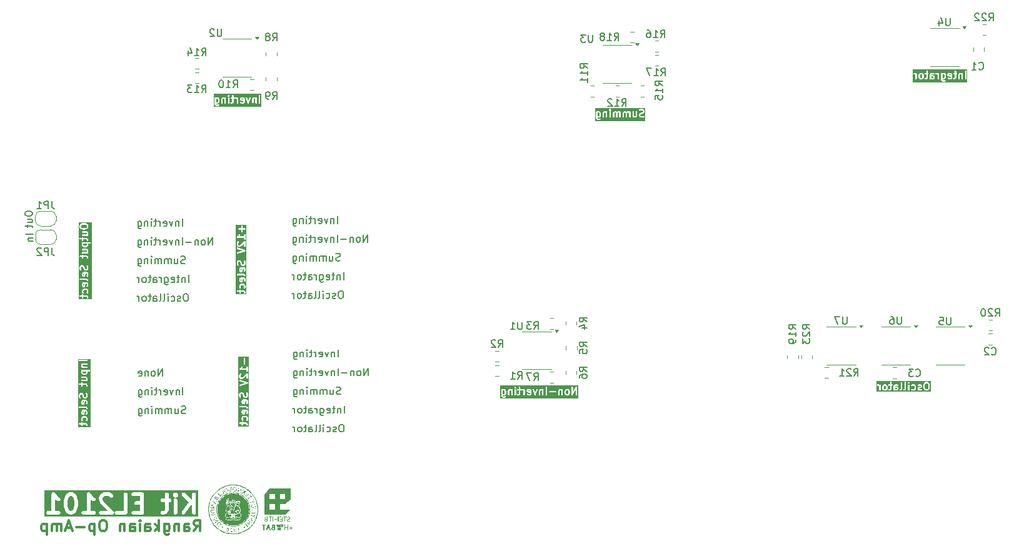
<source format=gbr>
%TF.GenerationSoftware,KiCad,Pcbnew,8.0.7*%
%TF.CreationDate,2024-12-10T19:07:15+08:00*%
%TF.ProjectId,RangkaianOpAmp,52616e67-6b61-4696-916e-4f70416d702e,rev?*%
%TF.SameCoordinates,Original*%
%TF.FileFunction,Legend,Bot*%
%TF.FilePolarity,Positive*%
%FSLAX46Y46*%
G04 Gerber Fmt 4.6, Leading zero omitted, Abs format (unit mm)*
G04 Created by KiCad (PCBNEW 8.0.7) date 2024-12-10 19:07:15*
%MOMM*%
%LPD*%
G01*
G04 APERTURE LIST*
%ADD10C,0.200000*%
%ADD11C,0.150000*%
%ADD12C,0.300000*%
%ADD13C,0.500000*%
%ADD14C,0.000000*%
%ADD15C,0.120000*%
G04 APERTURE END LIST*
D10*
X111992667Y-119072600D02*
X111849810Y-119120219D01*
X111849810Y-119120219D02*
X111611715Y-119120219D01*
X111611715Y-119120219D02*
X111516477Y-119072600D01*
X111516477Y-119072600D02*
X111468858Y-119024980D01*
X111468858Y-119024980D02*
X111421239Y-118929742D01*
X111421239Y-118929742D02*
X111421239Y-118834504D01*
X111421239Y-118834504D02*
X111468858Y-118739266D01*
X111468858Y-118739266D02*
X111516477Y-118691647D01*
X111516477Y-118691647D02*
X111611715Y-118644028D01*
X111611715Y-118644028D02*
X111802191Y-118596409D01*
X111802191Y-118596409D02*
X111897429Y-118548790D01*
X111897429Y-118548790D02*
X111945048Y-118501171D01*
X111945048Y-118501171D02*
X111992667Y-118405933D01*
X111992667Y-118405933D02*
X111992667Y-118310695D01*
X111992667Y-118310695D02*
X111945048Y-118215457D01*
X111945048Y-118215457D02*
X111897429Y-118167838D01*
X111897429Y-118167838D02*
X111802191Y-118120219D01*
X111802191Y-118120219D02*
X111564096Y-118120219D01*
X111564096Y-118120219D02*
X111421239Y-118167838D01*
X110564096Y-118453552D02*
X110564096Y-119120219D01*
X110992667Y-118453552D02*
X110992667Y-118977361D01*
X110992667Y-118977361D02*
X110945048Y-119072600D01*
X110945048Y-119072600D02*
X110849810Y-119120219D01*
X110849810Y-119120219D02*
X110706953Y-119120219D01*
X110706953Y-119120219D02*
X110611715Y-119072600D01*
X110611715Y-119072600D02*
X110564096Y-119024980D01*
X110087905Y-119120219D02*
X110087905Y-118453552D01*
X110087905Y-118548790D02*
X110040286Y-118501171D01*
X110040286Y-118501171D02*
X109945048Y-118453552D01*
X109945048Y-118453552D02*
X109802191Y-118453552D01*
X109802191Y-118453552D02*
X109706953Y-118501171D01*
X109706953Y-118501171D02*
X109659334Y-118596409D01*
X109659334Y-118596409D02*
X109659334Y-119120219D01*
X109659334Y-118596409D02*
X109611715Y-118501171D01*
X109611715Y-118501171D02*
X109516477Y-118453552D01*
X109516477Y-118453552D02*
X109373620Y-118453552D01*
X109373620Y-118453552D02*
X109278381Y-118501171D01*
X109278381Y-118501171D02*
X109230762Y-118596409D01*
X109230762Y-118596409D02*
X109230762Y-119120219D01*
X108754572Y-119120219D02*
X108754572Y-118453552D01*
X108754572Y-118548790D02*
X108706953Y-118501171D01*
X108706953Y-118501171D02*
X108611715Y-118453552D01*
X108611715Y-118453552D02*
X108468858Y-118453552D01*
X108468858Y-118453552D02*
X108373620Y-118501171D01*
X108373620Y-118501171D02*
X108326001Y-118596409D01*
X108326001Y-118596409D02*
X108326001Y-119120219D01*
X108326001Y-118596409D02*
X108278382Y-118501171D01*
X108278382Y-118501171D02*
X108183144Y-118453552D01*
X108183144Y-118453552D02*
X108040287Y-118453552D01*
X108040287Y-118453552D02*
X107945048Y-118501171D01*
X107945048Y-118501171D02*
X107897429Y-118596409D01*
X107897429Y-118596409D02*
X107897429Y-119120219D01*
X107421239Y-119120219D02*
X107421239Y-118453552D01*
X107421239Y-118120219D02*
X107468858Y-118167838D01*
X107468858Y-118167838D02*
X107421239Y-118215457D01*
X107421239Y-118215457D02*
X107373620Y-118167838D01*
X107373620Y-118167838D02*
X107421239Y-118120219D01*
X107421239Y-118120219D02*
X107421239Y-118215457D01*
X106945049Y-118453552D02*
X106945049Y-119120219D01*
X106945049Y-118548790D02*
X106897430Y-118501171D01*
X106897430Y-118501171D02*
X106802192Y-118453552D01*
X106802192Y-118453552D02*
X106659335Y-118453552D01*
X106659335Y-118453552D02*
X106564097Y-118501171D01*
X106564097Y-118501171D02*
X106516478Y-118596409D01*
X106516478Y-118596409D02*
X106516478Y-119120219D01*
X105611716Y-118453552D02*
X105611716Y-119263076D01*
X105611716Y-119263076D02*
X105659335Y-119358314D01*
X105659335Y-119358314D02*
X105706954Y-119405933D01*
X105706954Y-119405933D02*
X105802192Y-119453552D01*
X105802192Y-119453552D02*
X105945049Y-119453552D01*
X105945049Y-119453552D02*
X106040287Y-119405933D01*
X105611716Y-119072600D02*
X105706954Y-119120219D01*
X105706954Y-119120219D02*
X105897430Y-119120219D01*
X105897430Y-119120219D02*
X105992668Y-119072600D01*
X105992668Y-119072600D02*
X106040287Y-119024980D01*
X106040287Y-119024980D02*
X106087906Y-118929742D01*
X106087906Y-118929742D02*
X106087906Y-118644028D01*
X106087906Y-118644028D02*
X106040287Y-118548790D01*
X106040287Y-118548790D02*
X105992668Y-118501171D01*
X105992668Y-118501171D02*
X105897430Y-118453552D01*
X105897430Y-118453552D02*
X105706954Y-118453552D01*
X105706954Y-118453552D02*
X105611716Y-118501171D01*
X108849811Y-114040219D02*
X108849811Y-113040219D01*
X108849811Y-113040219D02*
X108278383Y-114040219D01*
X108278383Y-114040219D02*
X108278383Y-113040219D01*
X107659335Y-114040219D02*
X107754573Y-113992600D01*
X107754573Y-113992600D02*
X107802192Y-113944980D01*
X107802192Y-113944980D02*
X107849811Y-113849742D01*
X107849811Y-113849742D02*
X107849811Y-113564028D01*
X107849811Y-113564028D02*
X107802192Y-113468790D01*
X107802192Y-113468790D02*
X107754573Y-113421171D01*
X107754573Y-113421171D02*
X107659335Y-113373552D01*
X107659335Y-113373552D02*
X107516478Y-113373552D01*
X107516478Y-113373552D02*
X107421240Y-113421171D01*
X107421240Y-113421171D02*
X107373621Y-113468790D01*
X107373621Y-113468790D02*
X107326002Y-113564028D01*
X107326002Y-113564028D02*
X107326002Y-113849742D01*
X107326002Y-113849742D02*
X107373621Y-113944980D01*
X107373621Y-113944980D02*
X107421240Y-113992600D01*
X107421240Y-113992600D02*
X107516478Y-114040219D01*
X107516478Y-114040219D02*
X107659335Y-114040219D01*
X106897430Y-113373552D02*
X106897430Y-114040219D01*
X106897430Y-113468790D02*
X106849811Y-113421171D01*
X106849811Y-113421171D02*
X106754573Y-113373552D01*
X106754573Y-113373552D02*
X106611716Y-113373552D01*
X106611716Y-113373552D02*
X106516478Y-113421171D01*
X106516478Y-113421171D02*
X106468859Y-113516409D01*
X106468859Y-113516409D02*
X106468859Y-114040219D01*
X105611716Y-113992600D02*
X105706954Y-114040219D01*
X105706954Y-114040219D02*
X105897430Y-114040219D01*
X105897430Y-114040219D02*
X105992668Y-113992600D01*
X105992668Y-113992600D02*
X106040287Y-113897361D01*
X106040287Y-113897361D02*
X106040287Y-113516409D01*
X106040287Y-113516409D02*
X105992668Y-113421171D01*
X105992668Y-113421171D02*
X105897430Y-113373552D01*
X105897430Y-113373552D02*
X105706954Y-113373552D01*
X105706954Y-113373552D02*
X105611716Y-113421171D01*
X105611716Y-113421171D02*
X105564097Y-113516409D01*
X105564097Y-113516409D02*
X105564097Y-113611647D01*
X105564097Y-113611647D02*
X106040287Y-113706885D01*
X111611716Y-116580219D02*
X111611716Y-115580219D01*
X111135526Y-115913552D02*
X111135526Y-116580219D01*
X111135526Y-116008790D02*
X111087907Y-115961171D01*
X111087907Y-115961171D02*
X110992669Y-115913552D01*
X110992669Y-115913552D02*
X110849812Y-115913552D01*
X110849812Y-115913552D02*
X110754574Y-115961171D01*
X110754574Y-115961171D02*
X110706955Y-116056409D01*
X110706955Y-116056409D02*
X110706955Y-116580219D01*
X110326002Y-115913552D02*
X110087907Y-116580219D01*
X110087907Y-116580219D02*
X109849812Y-115913552D01*
X109087907Y-116532600D02*
X109183145Y-116580219D01*
X109183145Y-116580219D02*
X109373621Y-116580219D01*
X109373621Y-116580219D02*
X109468859Y-116532600D01*
X109468859Y-116532600D02*
X109516478Y-116437361D01*
X109516478Y-116437361D02*
X109516478Y-116056409D01*
X109516478Y-116056409D02*
X109468859Y-115961171D01*
X109468859Y-115961171D02*
X109373621Y-115913552D01*
X109373621Y-115913552D02*
X109183145Y-115913552D01*
X109183145Y-115913552D02*
X109087907Y-115961171D01*
X109087907Y-115961171D02*
X109040288Y-116056409D01*
X109040288Y-116056409D02*
X109040288Y-116151647D01*
X109040288Y-116151647D02*
X109516478Y-116246885D01*
X108611716Y-116580219D02*
X108611716Y-115913552D01*
X108611716Y-116104028D02*
X108564097Y-116008790D01*
X108564097Y-116008790D02*
X108516478Y-115961171D01*
X108516478Y-115961171D02*
X108421240Y-115913552D01*
X108421240Y-115913552D02*
X108326002Y-115913552D01*
X108135525Y-115913552D02*
X107754573Y-115913552D01*
X107992668Y-115580219D02*
X107992668Y-116437361D01*
X107992668Y-116437361D02*
X107945049Y-116532600D01*
X107945049Y-116532600D02*
X107849811Y-116580219D01*
X107849811Y-116580219D02*
X107754573Y-116580219D01*
X107421239Y-116580219D02*
X107421239Y-115913552D01*
X107421239Y-115580219D02*
X107468858Y-115627838D01*
X107468858Y-115627838D02*
X107421239Y-115675457D01*
X107421239Y-115675457D02*
X107373620Y-115627838D01*
X107373620Y-115627838D02*
X107421239Y-115580219D01*
X107421239Y-115580219D02*
X107421239Y-115675457D01*
X106945049Y-115913552D02*
X106945049Y-116580219D01*
X106945049Y-116008790D02*
X106897430Y-115961171D01*
X106897430Y-115961171D02*
X106802192Y-115913552D01*
X106802192Y-115913552D02*
X106659335Y-115913552D01*
X106659335Y-115913552D02*
X106564097Y-115961171D01*
X106564097Y-115961171D02*
X106516478Y-116056409D01*
X106516478Y-116056409D02*
X106516478Y-116580219D01*
X105611716Y-115913552D02*
X105611716Y-116723076D01*
X105611716Y-116723076D02*
X105659335Y-116818314D01*
X105659335Y-116818314D02*
X105706954Y-116865933D01*
X105706954Y-116865933D02*
X105802192Y-116913552D01*
X105802192Y-116913552D02*
X105945049Y-116913552D01*
X105945049Y-116913552D02*
X106040287Y-116865933D01*
X105611716Y-116532600D02*
X105706954Y-116580219D01*
X105706954Y-116580219D02*
X105897430Y-116580219D01*
X105897430Y-116580219D02*
X105992668Y-116532600D01*
X105992668Y-116532600D02*
X106040287Y-116484980D01*
X106040287Y-116484980D02*
X106087906Y-116389742D01*
X106087906Y-116389742D02*
X106087906Y-116104028D01*
X106087906Y-116104028D02*
X106040287Y-116008790D01*
X106040287Y-116008790D02*
X105992668Y-115961171D01*
X105992668Y-115961171D02*
X105897430Y-115913552D01*
X105897430Y-115913552D02*
X105706954Y-115913552D01*
X105706954Y-115913552D02*
X105611716Y-115961171D01*
X133190318Y-120609419D02*
X132999842Y-120609419D01*
X132999842Y-120609419D02*
X132904604Y-120657038D01*
X132904604Y-120657038D02*
X132809366Y-120752276D01*
X132809366Y-120752276D02*
X132761747Y-120942752D01*
X132761747Y-120942752D02*
X132761747Y-121276085D01*
X132761747Y-121276085D02*
X132809366Y-121466561D01*
X132809366Y-121466561D02*
X132904604Y-121561800D01*
X132904604Y-121561800D02*
X132999842Y-121609419D01*
X132999842Y-121609419D02*
X133190318Y-121609419D01*
X133190318Y-121609419D02*
X133285556Y-121561800D01*
X133285556Y-121561800D02*
X133380794Y-121466561D01*
X133380794Y-121466561D02*
X133428413Y-121276085D01*
X133428413Y-121276085D02*
X133428413Y-120942752D01*
X133428413Y-120942752D02*
X133380794Y-120752276D01*
X133380794Y-120752276D02*
X133285556Y-120657038D01*
X133285556Y-120657038D02*
X133190318Y-120609419D01*
X132380794Y-121561800D02*
X132285556Y-121609419D01*
X132285556Y-121609419D02*
X132095080Y-121609419D01*
X132095080Y-121609419D02*
X131999842Y-121561800D01*
X131999842Y-121561800D02*
X131952223Y-121466561D01*
X131952223Y-121466561D02*
X131952223Y-121418942D01*
X131952223Y-121418942D02*
X131999842Y-121323704D01*
X131999842Y-121323704D02*
X132095080Y-121276085D01*
X132095080Y-121276085D02*
X132237937Y-121276085D01*
X132237937Y-121276085D02*
X132333175Y-121228466D01*
X132333175Y-121228466D02*
X132380794Y-121133228D01*
X132380794Y-121133228D02*
X132380794Y-121085609D01*
X132380794Y-121085609D02*
X132333175Y-120990371D01*
X132333175Y-120990371D02*
X132237937Y-120942752D01*
X132237937Y-120942752D02*
X132095080Y-120942752D01*
X132095080Y-120942752D02*
X131999842Y-120990371D01*
X131095080Y-121561800D02*
X131190318Y-121609419D01*
X131190318Y-121609419D02*
X131380794Y-121609419D01*
X131380794Y-121609419D02*
X131476032Y-121561800D01*
X131476032Y-121561800D02*
X131523651Y-121514180D01*
X131523651Y-121514180D02*
X131571270Y-121418942D01*
X131571270Y-121418942D02*
X131571270Y-121133228D01*
X131571270Y-121133228D02*
X131523651Y-121037990D01*
X131523651Y-121037990D02*
X131476032Y-120990371D01*
X131476032Y-120990371D02*
X131380794Y-120942752D01*
X131380794Y-120942752D02*
X131190318Y-120942752D01*
X131190318Y-120942752D02*
X131095080Y-120990371D01*
X130666508Y-121609419D02*
X130666508Y-120942752D01*
X130666508Y-120609419D02*
X130714127Y-120657038D01*
X130714127Y-120657038D02*
X130666508Y-120704657D01*
X130666508Y-120704657D02*
X130618889Y-120657038D01*
X130618889Y-120657038D02*
X130666508Y-120609419D01*
X130666508Y-120609419D02*
X130666508Y-120704657D01*
X130047461Y-121609419D02*
X130142699Y-121561800D01*
X130142699Y-121561800D02*
X130190318Y-121466561D01*
X130190318Y-121466561D02*
X130190318Y-120609419D01*
X129523651Y-121609419D02*
X129618889Y-121561800D01*
X129618889Y-121561800D02*
X129666508Y-121466561D01*
X129666508Y-121466561D02*
X129666508Y-120609419D01*
X128714127Y-121609419D02*
X128714127Y-121085609D01*
X128714127Y-121085609D02*
X128761746Y-120990371D01*
X128761746Y-120990371D02*
X128856984Y-120942752D01*
X128856984Y-120942752D02*
X129047460Y-120942752D01*
X129047460Y-120942752D02*
X129142698Y-120990371D01*
X128714127Y-121561800D02*
X128809365Y-121609419D01*
X128809365Y-121609419D02*
X129047460Y-121609419D01*
X129047460Y-121609419D02*
X129142698Y-121561800D01*
X129142698Y-121561800D02*
X129190317Y-121466561D01*
X129190317Y-121466561D02*
X129190317Y-121371323D01*
X129190317Y-121371323D02*
X129142698Y-121276085D01*
X129142698Y-121276085D02*
X129047460Y-121228466D01*
X129047460Y-121228466D02*
X128809365Y-121228466D01*
X128809365Y-121228466D02*
X128714127Y-121180847D01*
X128380793Y-120942752D02*
X127999841Y-120942752D01*
X128237936Y-120609419D02*
X128237936Y-121466561D01*
X128237936Y-121466561D02*
X128190317Y-121561800D01*
X128190317Y-121561800D02*
X128095079Y-121609419D01*
X128095079Y-121609419D02*
X127999841Y-121609419D01*
X127523650Y-121609419D02*
X127618888Y-121561800D01*
X127618888Y-121561800D02*
X127666507Y-121514180D01*
X127666507Y-121514180D02*
X127714126Y-121418942D01*
X127714126Y-121418942D02*
X127714126Y-121133228D01*
X127714126Y-121133228D02*
X127666507Y-121037990D01*
X127666507Y-121037990D02*
X127618888Y-120990371D01*
X127618888Y-120990371D02*
X127523650Y-120942752D01*
X127523650Y-120942752D02*
X127380793Y-120942752D01*
X127380793Y-120942752D02*
X127285555Y-120990371D01*
X127285555Y-120990371D02*
X127237936Y-121037990D01*
X127237936Y-121037990D02*
X127190317Y-121133228D01*
X127190317Y-121133228D02*
X127190317Y-121418942D01*
X127190317Y-121418942D02*
X127237936Y-121514180D01*
X127237936Y-121514180D02*
X127285555Y-121561800D01*
X127285555Y-121561800D02*
X127380793Y-121609419D01*
X127380793Y-121609419D02*
X127523650Y-121609419D01*
X126761745Y-121609419D02*
X126761745Y-120942752D01*
X126761745Y-121133228D02*
X126714126Y-121037990D01*
X126714126Y-121037990D02*
X126666507Y-120990371D01*
X126666507Y-120990371D02*
X126571269Y-120942752D01*
X126571269Y-120942752D02*
X126476031Y-120942752D01*
X132618888Y-111449419D02*
X132618888Y-110449419D01*
X132142698Y-110782752D02*
X132142698Y-111449419D01*
X132142698Y-110877990D02*
X132095079Y-110830371D01*
X132095079Y-110830371D02*
X131999841Y-110782752D01*
X131999841Y-110782752D02*
X131856984Y-110782752D01*
X131856984Y-110782752D02*
X131761746Y-110830371D01*
X131761746Y-110830371D02*
X131714127Y-110925609D01*
X131714127Y-110925609D02*
X131714127Y-111449419D01*
X131333174Y-110782752D02*
X131095079Y-111449419D01*
X131095079Y-111449419D02*
X130856984Y-110782752D01*
X130095079Y-111401800D02*
X130190317Y-111449419D01*
X130190317Y-111449419D02*
X130380793Y-111449419D01*
X130380793Y-111449419D02*
X130476031Y-111401800D01*
X130476031Y-111401800D02*
X130523650Y-111306561D01*
X130523650Y-111306561D02*
X130523650Y-110925609D01*
X130523650Y-110925609D02*
X130476031Y-110830371D01*
X130476031Y-110830371D02*
X130380793Y-110782752D01*
X130380793Y-110782752D02*
X130190317Y-110782752D01*
X130190317Y-110782752D02*
X130095079Y-110830371D01*
X130095079Y-110830371D02*
X130047460Y-110925609D01*
X130047460Y-110925609D02*
X130047460Y-111020847D01*
X130047460Y-111020847D02*
X130523650Y-111116085D01*
X129618888Y-111449419D02*
X129618888Y-110782752D01*
X129618888Y-110973228D02*
X129571269Y-110877990D01*
X129571269Y-110877990D02*
X129523650Y-110830371D01*
X129523650Y-110830371D02*
X129428412Y-110782752D01*
X129428412Y-110782752D02*
X129333174Y-110782752D01*
X129142697Y-110782752D02*
X128761745Y-110782752D01*
X128999840Y-110449419D02*
X128999840Y-111306561D01*
X128999840Y-111306561D02*
X128952221Y-111401800D01*
X128952221Y-111401800D02*
X128856983Y-111449419D01*
X128856983Y-111449419D02*
X128761745Y-111449419D01*
X128428411Y-111449419D02*
X128428411Y-110782752D01*
X128428411Y-110449419D02*
X128476030Y-110497038D01*
X128476030Y-110497038D02*
X128428411Y-110544657D01*
X128428411Y-110544657D02*
X128380792Y-110497038D01*
X128380792Y-110497038D02*
X128428411Y-110449419D01*
X128428411Y-110449419D02*
X128428411Y-110544657D01*
X127952221Y-110782752D02*
X127952221Y-111449419D01*
X127952221Y-110877990D02*
X127904602Y-110830371D01*
X127904602Y-110830371D02*
X127809364Y-110782752D01*
X127809364Y-110782752D02*
X127666507Y-110782752D01*
X127666507Y-110782752D02*
X127571269Y-110830371D01*
X127571269Y-110830371D02*
X127523650Y-110925609D01*
X127523650Y-110925609D02*
X127523650Y-111449419D01*
X126618888Y-110782752D02*
X126618888Y-111592276D01*
X126618888Y-111592276D02*
X126666507Y-111687514D01*
X126666507Y-111687514D02*
X126714126Y-111735133D01*
X126714126Y-111735133D02*
X126809364Y-111782752D01*
X126809364Y-111782752D02*
X126952221Y-111782752D01*
X126952221Y-111782752D02*
X127047459Y-111735133D01*
X126618888Y-111401800D02*
X126714126Y-111449419D01*
X126714126Y-111449419D02*
X126904602Y-111449419D01*
X126904602Y-111449419D02*
X126999840Y-111401800D01*
X126999840Y-111401800D02*
X127047459Y-111354180D01*
X127047459Y-111354180D02*
X127095078Y-111258942D01*
X127095078Y-111258942D02*
X127095078Y-110973228D01*
X127095078Y-110973228D02*
X127047459Y-110877990D01*
X127047459Y-110877990D02*
X126999840Y-110830371D01*
X126999840Y-110830371D02*
X126904602Y-110782752D01*
X126904602Y-110782752D02*
X126714126Y-110782752D01*
X126714126Y-110782752D02*
X126618888Y-110830371D01*
X132999839Y-116481800D02*
X132856982Y-116529419D01*
X132856982Y-116529419D02*
X132618887Y-116529419D01*
X132618887Y-116529419D02*
X132523649Y-116481800D01*
X132523649Y-116481800D02*
X132476030Y-116434180D01*
X132476030Y-116434180D02*
X132428411Y-116338942D01*
X132428411Y-116338942D02*
X132428411Y-116243704D01*
X132428411Y-116243704D02*
X132476030Y-116148466D01*
X132476030Y-116148466D02*
X132523649Y-116100847D01*
X132523649Y-116100847D02*
X132618887Y-116053228D01*
X132618887Y-116053228D02*
X132809363Y-116005609D01*
X132809363Y-116005609D02*
X132904601Y-115957990D01*
X132904601Y-115957990D02*
X132952220Y-115910371D01*
X132952220Y-115910371D02*
X132999839Y-115815133D01*
X132999839Y-115815133D02*
X132999839Y-115719895D01*
X132999839Y-115719895D02*
X132952220Y-115624657D01*
X132952220Y-115624657D02*
X132904601Y-115577038D01*
X132904601Y-115577038D02*
X132809363Y-115529419D01*
X132809363Y-115529419D02*
X132571268Y-115529419D01*
X132571268Y-115529419D02*
X132428411Y-115577038D01*
X131571268Y-115862752D02*
X131571268Y-116529419D01*
X131999839Y-115862752D02*
X131999839Y-116386561D01*
X131999839Y-116386561D02*
X131952220Y-116481800D01*
X131952220Y-116481800D02*
X131856982Y-116529419D01*
X131856982Y-116529419D02*
X131714125Y-116529419D01*
X131714125Y-116529419D02*
X131618887Y-116481800D01*
X131618887Y-116481800D02*
X131571268Y-116434180D01*
X131095077Y-116529419D02*
X131095077Y-115862752D01*
X131095077Y-115957990D02*
X131047458Y-115910371D01*
X131047458Y-115910371D02*
X130952220Y-115862752D01*
X130952220Y-115862752D02*
X130809363Y-115862752D01*
X130809363Y-115862752D02*
X130714125Y-115910371D01*
X130714125Y-115910371D02*
X130666506Y-116005609D01*
X130666506Y-116005609D02*
X130666506Y-116529419D01*
X130666506Y-116005609D02*
X130618887Y-115910371D01*
X130618887Y-115910371D02*
X130523649Y-115862752D01*
X130523649Y-115862752D02*
X130380792Y-115862752D01*
X130380792Y-115862752D02*
X130285553Y-115910371D01*
X130285553Y-115910371D02*
X130237934Y-116005609D01*
X130237934Y-116005609D02*
X130237934Y-116529419D01*
X129761744Y-116529419D02*
X129761744Y-115862752D01*
X129761744Y-115957990D02*
X129714125Y-115910371D01*
X129714125Y-115910371D02*
X129618887Y-115862752D01*
X129618887Y-115862752D02*
X129476030Y-115862752D01*
X129476030Y-115862752D02*
X129380792Y-115910371D01*
X129380792Y-115910371D02*
X129333173Y-116005609D01*
X129333173Y-116005609D02*
X129333173Y-116529419D01*
X129333173Y-116005609D02*
X129285554Y-115910371D01*
X129285554Y-115910371D02*
X129190316Y-115862752D01*
X129190316Y-115862752D02*
X129047459Y-115862752D01*
X129047459Y-115862752D02*
X128952220Y-115910371D01*
X128952220Y-115910371D02*
X128904601Y-116005609D01*
X128904601Y-116005609D02*
X128904601Y-116529419D01*
X128428411Y-116529419D02*
X128428411Y-115862752D01*
X128428411Y-115529419D02*
X128476030Y-115577038D01*
X128476030Y-115577038D02*
X128428411Y-115624657D01*
X128428411Y-115624657D02*
X128380792Y-115577038D01*
X128380792Y-115577038D02*
X128428411Y-115529419D01*
X128428411Y-115529419D02*
X128428411Y-115624657D01*
X127952221Y-115862752D02*
X127952221Y-116529419D01*
X127952221Y-115957990D02*
X127904602Y-115910371D01*
X127904602Y-115910371D02*
X127809364Y-115862752D01*
X127809364Y-115862752D02*
X127666507Y-115862752D01*
X127666507Y-115862752D02*
X127571269Y-115910371D01*
X127571269Y-115910371D02*
X127523650Y-116005609D01*
X127523650Y-116005609D02*
X127523650Y-116529419D01*
X126618888Y-115862752D02*
X126618888Y-116672276D01*
X126618888Y-116672276D02*
X126666507Y-116767514D01*
X126666507Y-116767514D02*
X126714126Y-116815133D01*
X126714126Y-116815133D02*
X126809364Y-116862752D01*
X126809364Y-116862752D02*
X126952221Y-116862752D01*
X126952221Y-116862752D02*
X127047459Y-116815133D01*
X126618888Y-116481800D02*
X126714126Y-116529419D01*
X126714126Y-116529419D02*
X126904602Y-116529419D01*
X126904602Y-116529419D02*
X126999840Y-116481800D01*
X126999840Y-116481800D02*
X127047459Y-116434180D01*
X127047459Y-116434180D02*
X127095078Y-116338942D01*
X127095078Y-116338942D02*
X127095078Y-116053228D01*
X127095078Y-116053228D02*
X127047459Y-115957990D01*
X127047459Y-115957990D02*
X126999840Y-115910371D01*
X126999840Y-115910371D02*
X126904602Y-115862752D01*
X126904602Y-115862752D02*
X126714126Y-115862752D01*
X126714126Y-115862752D02*
X126618888Y-115910371D01*
X136714126Y-113989419D02*
X136714126Y-112989419D01*
X136714126Y-112989419D02*
X136142698Y-113989419D01*
X136142698Y-113989419D02*
X136142698Y-112989419D01*
X135523650Y-113989419D02*
X135618888Y-113941800D01*
X135618888Y-113941800D02*
X135666507Y-113894180D01*
X135666507Y-113894180D02*
X135714126Y-113798942D01*
X135714126Y-113798942D02*
X135714126Y-113513228D01*
X135714126Y-113513228D02*
X135666507Y-113417990D01*
X135666507Y-113417990D02*
X135618888Y-113370371D01*
X135618888Y-113370371D02*
X135523650Y-113322752D01*
X135523650Y-113322752D02*
X135380793Y-113322752D01*
X135380793Y-113322752D02*
X135285555Y-113370371D01*
X135285555Y-113370371D02*
X135237936Y-113417990D01*
X135237936Y-113417990D02*
X135190317Y-113513228D01*
X135190317Y-113513228D02*
X135190317Y-113798942D01*
X135190317Y-113798942D02*
X135237936Y-113894180D01*
X135237936Y-113894180D02*
X135285555Y-113941800D01*
X135285555Y-113941800D02*
X135380793Y-113989419D01*
X135380793Y-113989419D02*
X135523650Y-113989419D01*
X134761745Y-113322752D02*
X134761745Y-113989419D01*
X134761745Y-113417990D02*
X134714126Y-113370371D01*
X134714126Y-113370371D02*
X134618888Y-113322752D01*
X134618888Y-113322752D02*
X134476031Y-113322752D01*
X134476031Y-113322752D02*
X134380793Y-113370371D01*
X134380793Y-113370371D02*
X134333174Y-113465609D01*
X134333174Y-113465609D02*
X134333174Y-113989419D01*
X133856983Y-113608466D02*
X133095079Y-113608466D01*
X132618888Y-113989419D02*
X132618888Y-112989419D01*
X132142698Y-113322752D02*
X132142698Y-113989419D01*
X132142698Y-113417990D02*
X132095079Y-113370371D01*
X132095079Y-113370371D02*
X131999841Y-113322752D01*
X131999841Y-113322752D02*
X131856984Y-113322752D01*
X131856984Y-113322752D02*
X131761746Y-113370371D01*
X131761746Y-113370371D02*
X131714127Y-113465609D01*
X131714127Y-113465609D02*
X131714127Y-113989419D01*
X131333174Y-113322752D02*
X131095079Y-113989419D01*
X131095079Y-113989419D02*
X130856984Y-113322752D01*
X130095079Y-113941800D02*
X130190317Y-113989419D01*
X130190317Y-113989419D02*
X130380793Y-113989419D01*
X130380793Y-113989419D02*
X130476031Y-113941800D01*
X130476031Y-113941800D02*
X130523650Y-113846561D01*
X130523650Y-113846561D02*
X130523650Y-113465609D01*
X130523650Y-113465609D02*
X130476031Y-113370371D01*
X130476031Y-113370371D02*
X130380793Y-113322752D01*
X130380793Y-113322752D02*
X130190317Y-113322752D01*
X130190317Y-113322752D02*
X130095079Y-113370371D01*
X130095079Y-113370371D02*
X130047460Y-113465609D01*
X130047460Y-113465609D02*
X130047460Y-113560847D01*
X130047460Y-113560847D02*
X130523650Y-113656085D01*
X129618888Y-113989419D02*
X129618888Y-113322752D01*
X129618888Y-113513228D02*
X129571269Y-113417990D01*
X129571269Y-113417990D02*
X129523650Y-113370371D01*
X129523650Y-113370371D02*
X129428412Y-113322752D01*
X129428412Y-113322752D02*
X129333174Y-113322752D01*
X129142697Y-113322752D02*
X128761745Y-113322752D01*
X128999840Y-112989419D02*
X128999840Y-113846561D01*
X128999840Y-113846561D02*
X128952221Y-113941800D01*
X128952221Y-113941800D02*
X128856983Y-113989419D01*
X128856983Y-113989419D02*
X128761745Y-113989419D01*
X128428411Y-113989419D02*
X128428411Y-113322752D01*
X128428411Y-112989419D02*
X128476030Y-113037038D01*
X128476030Y-113037038D02*
X128428411Y-113084657D01*
X128428411Y-113084657D02*
X128380792Y-113037038D01*
X128380792Y-113037038D02*
X128428411Y-112989419D01*
X128428411Y-112989419D02*
X128428411Y-113084657D01*
X127952221Y-113322752D02*
X127952221Y-113989419D01*
X127952221Y-113417990D02*
X127904602Y-113370371D01*
X127904602Y-113370371D02*
X127809364Y-113322752D01*
X127809364Y-113322752D02*
X127666507Y-113322752D01*
X127666507Y-113322752D02*
X127571269Y-113370371D01*
X127571269Y-113370371D02*
X127523650Y-113465609D01*
X127523650Y-113465609D02*
X127523650Y-113989419D01*
X126618888Y-113322752D02*
X126618888Y-114132276D01*
X126618888Y-114132276D02*
X126666507Y-114227514D01*
X126666507Y-114227514D02*
X126714126Y-114275133D01*
X126714126Y-114275133D02*
X126809364Y-114322752D01*
X126809364Y-114322752D02*
X126952221Y-114322752D01*
X126952221Y-114322752D02*
X127047459Y-114275133D01*
X126618888Y-113941800D02*
X126714126Y-113989419D01*
X126714126Y-113989419D02*
X126904602Y-113989419D01*
X126904602Y-113989419D02*
X126999840Y-113941800D01*
X126999840Y-113941800D02*
X127047459Y-113894180D01*
X127047459Y-113894180D02*
X127095078Y-113798942D01*
X127095078Y-113798942D02*
X127095078Y-113513228D01*
X127095078Y-113513228D02*
X127047459Y-113417990D01*
X127047459Y-113417990D02*
X126999840Y-113370371D01*
X126999840Y-113370371D02*
X126904602Y-113322752D01*
X126904602Y-113322752D02*
X126714126Y-113322752D01*
X126714126Y-113322752D02*
X126618888Y-113370371D01*
X133476032Y-119069419D02*
X133476032Y-118069419D01*
X132999842Y-118402752D02*
X132999842Y-119069419D01*
X132999842Y-118497990D02*
X132952223Y-118450371D01*
X132952223Y-118450371D02*
X132856985Y-118402752D01*
X132856985Y-118402752D02*
X132714128Y-118402752D01*
X132714128Y-118402752D02*
X132618890Y-118450371D01*
X132618890Y-118450371D02*
X132571271Y-118545609D01*
X132571271Y-118545609D02*
X132571271Y-119069419D01*
X132237937Y-118402752D02*
X131856985Y-118402752D01*
X132095080Y-118069419D02*
X132095080Y-118926561D01*
X132095080Y-118926561D02*
X132047461Y-119021800D01*
X132047461Y-119021800D02*
X131952223Y-119069419D01*
X131952223Y-119069419D02*
X131856985Y-119069419D01*
X131142699Y-119021800D02*
X131237937Y-119069419D01*
X131237937Y-119069419D02*
X131428413Y-119069419D01*
X131428413Y-119069419D02*
X131523651Y-119021800D01*
X131523651Y-119021800D02*
X131571270Y-118926561D01*
X131571270Y-118926561D02*
X131571270Y-118545609D01*
X131571270Y-118545609D02*
X131523651Y-118450371D01*
X131523651Y-118450371D02*
X131428413Y-118402752D01*
X131428413Y-118402752D02*
X131237937Y-118402752D01*
X131237937Y-118402752D02*
X131142699Y-118450371D01*
X131142699Y-118450371D02*
X131095080Y-118545609D01*
X131095080Y-118545609D02*
X131095080Y-118640847D01*
X131095080Y-118640847D02*
X131571270Y-118736085D01*
X130237937Y-118402752D02*
X130237937Y-119212276D01*
X130237937Y-119212276D02*
X130285556Y-119307514D01*
X130285556Y-119307514D02*
X130333175Y-119355133D01*
X130333175Y-119355133D02*
X130428413Y-119402752D01*
X130428413Y-119402752D02*
X130571270Y-119402752D01*
X130571270Y-119402752D02*
X130666508Y-119355133D01*
X130237937Y-119021800D02*
X130333175Y-119069419D01*
X130333175Y-119069419D02*
X130523651Y-119069419D01*
X130523651Y-119069419D02*
X130618889Y-119021800D01*
X130618889Y-119021800D02*
X130666508Y-118974180D01*
X130666508Y-118974180D02*
X130714127Y-118878942D01*
X130714127Y-118878942D02*
X130714127Y-118593228D01*
X130714127Y-118593228D02*
X130666508Y-118497990D01*
X130666508Y-118497990D02*
X130618889Y-118450371D01*
X130618889Y-118450371D02*
X130523651Y-118402752D01*
X130523651Y-118402752D02*
X130333175Y-118402752D01*
X130333175Y-118402752D02*
X130237937Y-118450371D01*
X129761746Y-119069419D02*
X129761746Y-118402752D01*
X129761746Y-118593228D02*
X129714127Y-118497990D01*
X129714127Y-118497990D02*
X129666508Y-118450371D01*
X129666508Y-118450371D02*
X129571270Y-118402752D01*
X129571270Y-118402752D02*
X129476032Y-118402752D01*
X128714127Y-119069419D02*
X128714127Y-118545609D01*
X128714127Y-118545609D02*
X128761746Y-118450371D01*
X128761746Y-118450371D02*
X128856984Y-118402752D01*
X128856984Y-118402752D02*
X129047460Y-118402752D01*
X129047460Y-118402752D02*
X129142698Y-118450371D01*
X128714127Y-119021800D02*
X128809365Y-119069419D01*
X128809365Y-119069419D02*
X129047460Y-119069419D01*
X129047460Y-119069419D02*
X129142698Y-119021800D01*
X129142698Y-119021800D02*
X129190317Y-118926561D01*
X129190317Y-118926561D02*
X129190317Y-118831323D01*
X129190317Y-118831323D02*
X129142698Y-118736085D01*
X129142698Y-118736085D02*
X129047460Y-118688466D01*
X129047460Y-118688466D02*
X128809365Y-118688466D01*
X128809365Y-118688466D02*
X128714127Y-118640847D01*
X128380793Y-118402752D02*
X127999841Y-118402752D01*
X128237936Y-118069419D02*
X128237936Y-118926561D01*
X128237936Y-118926561D02*
X128190317Y-119021800D01*
X128190317Y-119021800D02*
X128095079Y-119069419D01*
X128095079Y-119069419D02*
X127999841Y-119069419D01*
X127523650Y-119069419D02*
X127618888Y-119021800D01*
X127618888Y-119021800D02*
X127666507Y-118974180D01*
X127666507Y-118974180D02*
X127714126Y-118878942D01*
X127714126Y-118878942D02*
X127714126Y-118593228D01*
X127714126Y-118593228D02*
X127666507Y-118497990D01*
X127666507Y-118497990D02*
X127618888Y-118450371D01*
X127618888Y-118450371D02*
X127523650Y-118402752D01*
X127523650Y-118402752D02*
X127380793Y-118402752D01*
X127380793Y-118402752D02*
X127285555Y-118450371D01*
X127285555Y-118450371D02*
X127237936Y-118497990D01*
X127237936Y-118497990D02*
X127190317Y-118593228D01*
X127190317Y-118593228D02*
X127190317Y-118878942D01*
X127190317Y-118878942D02*
X127237936Y-118974180D01*
X127237936Y-118974180D02*
X127285555Y-119021800D01*
X127285555Y-119021800D02*
X127380793Y-119069419D01*
X127380793Y-119069419D02*
X127523650Y-119069419D01*
X126761745Y-119069419D02*
X126761745Y-118402752D01*
X126761745Y-118593228D02*
X126714126Y-118497990D01*
X126714126Y-118497990D02*
X126666507Y-118450371D01*
X126666507Y-118450371D02*
X126571269Y-118402752D01*
X126571269Y-118402752D02*
X126476031Y-118402752D01*
X132542688Y-93339219D02*
X132542688Y-92339219D01*
X132066498Y-92672552D02*
X132066498Y-93339219D01*
X132066498Y-92767790D02*
X132018879Y-92720171D01*
X132018879Y-92720171D02*
X131923641Y-92672552D01*
X131923641Y-92672552D02*
X131780784Y-92672552D01*
X131780784Y-92672552D02*
X131685546Y-92720171D01*
X131685546Y-92720171D02*
X131637927Y-92815409D01*
X131637927Y-92815409D02*
X131637927Y-93339219D01*
X131256974Y-92672552D02*
X131018879Y-93339219D01*
X131018879Y-93339219D02*
X130780784Y-92672552D01*
X130018879Y-93291600D02*
X130114117Y-93339219D01*
X130114117Y-93339219D02*
X130304593Y-93339219D01*
X130304593Y-93339219D02*
X130399831Y-93291600D01*
X130399831Y-93291600D02*
X130447450Y-93196361D01*
X130447450Y-93196361D02*
X130447450Y-92815409D01*
X130447450Y-92815409D02*
X130399831Y-92720171D01*
X130399831Y-92720171D02*
X130304593Y-92672552D01*
X130304593Y-92672552D02*
X130114117Y-92672552D01*
X130114117Y-92672552D02*
X130018879Y-92720171D01*
X130018879Y-92720171D02*
X129971260Y-92815409D01*
X129971260Y-92815409D02*
X129971260Y-92910647D01*
X129971260Y-92910647D02*
X130447450Y-93005885D01*
X129542688Y-93339219D02*
X129542688Y-92672552D01*
X129542688Y-92863028D02*
X129495069Y-92767790D01*
X129495069Y-92767790D02*
X129447450Y-92720171D01*
X129447450Y-92720171D02*
X129352212Y-92672552D01*
X129352212Y-92672552D02*
X129256974Y-92672552D01*
X129066497Y-92672552D02*
X128685545Y-92672552D01*
X128923640Y-92339219D02*
X128923640Y-93196361D01*
X128923640Y-93196361D02*
X128876021Y-93291600D01*
X128876021Y-93291600D02*
X128780783Y-93339219D01*
X128780783Y-93339219D02*
X128685545Y-93339219D01*
X128352211Y-93339219D02*
X128352211Y-92672552D01*
X128352211Y-92339219D02*
X128399830Y-92386838D01*
X128399830Y-92386838D02*
X128352211Y-92434457D01*
X128352211Y-92434457D02*
X128304592Y-92386838D01*
X128304592Y-92386838D02*
X128352211Y-92339219D01*
X128352211Y-92339219D02*
X128352211Y-92434457D01*
X127876021Y-92672552D02*
X127876021Y-93339219D01*
X127876021Y-92767790D02*
X127828402Y-92720171D01*
X127828402Y-92720171D02*
X127733164Y-92672552D01*
X127733164Y-92672552D02*
X127590307Y-92672552D01*
X127590307Y-92672552D02*
X127495069Y-92720171D01*
X127495069Y-92720171D02*
X127447450Y-92815409D01*
X127447450Y-92815409D02*
X127447450Y-93339219D01*
X126542688Y-92672552D02*
X126542688Y-93482076D01*
X126542688Y-93482076D02*
X126590307Y-93577314D01*
X126590307Y-93577314D02*
X126637926Y-93624933D01*
X126637926Y-93624933D02*
X126733164Y-93672552D01*
X126733164Y-93672552D02*
X126876021Y-93672552D01*
X126876021Y-93672552D02*
X126971259Y-93624933D01*
X126542688Y-93291600D02*
X126637926Y-93339219D01*
X126637926Y-93339219D02*
X126828402Y-93339219D01*
X126828402Y-93339219D02*
X126923640Y-93291600D01*
X126923640Y-93291600D02*
X126971259Y-93243980D01*
X126971259Y-93243980D02*
X127018878Y-93148742D01*
X127018878Y-93148742D02*
X127018878Y-92863028D01*
X127018878Y-92863028D02*
X126971259Y-92767790D01*
X126971259Y-92767790D02*
X126923640Y-92720171D01*
X126923640Y-92720171D02*
X126828402Y-92672552D01*
X126828402Y-92672552D02*
X126637926Y-92672552D01*
X126637926Y-92672552D02*
X126542688Y-92720171D01*
X132923639Y-98371600D02*
X132780782Y-98419219D01*
X132780782Y-98419219D02*
X132542687Y-98419219D01*
X132542687Y-98419219D02*
X132447449Y-98371600D01*
X132447449Y-98371600D02*
X132399830Y-98323980D01*
X132399830Y-98323980D02*
X132352211Y-98228742D01*
X132352211Y-98228742D02*
X132352211Y-98133504D01*
X132352211Y-98133504D02*
X132399830Y-98038266D01*
X132399830Y-98038266D02*
X132447449Y-97990647D01*
X132447449Y-97990647D02*
X132542687Y-97943028D01*
X132542687Y-97943028D02*
X132733163Y-97895409D01*
X132733163Y-97895409D02*
X132828401Y-97847790D01*
X132828401Y-97847790D02*
X132876020Y-97800171D01*
X132876020Y-97800171D02*
X132923639Y-97704933D01*
X132923639Y-97704933D02*
X132923639Y-97609695D01*
X132923639Y-97609695D02*
X132876020Y-97514457D01*
X132876020Y-97514457D02*
X132828401Y-97466838D01*
X132828401Y-97466838D02*
X132733163Y-97419219D01*
X132733163Y-97419219D02*
X132495068Y-97419219D01*
X132495068Y-97419219D02*
X132352211Y-97466838D01*
X131495068Y-97752552D02*
X131495068Y-98419219D01*
X131923639Y-97752552D02*
X131923639Y-98276361D01*
X131923639Y-98276361D02*
X131876020Y-98371600D01*
X131876020Y-98371600D02*
X131780782Y-98419219D01*
X131780782Y-98419219D02*
X131637925Y-98419219D01*
X131637925Y-98419219D02*
X131542687Y-98371600D01*
X131542687Y-98371600D02*
X131495068Y-98323980D01*
X131018877Y-98419219D02*
X131018877Y-97752552D01*
X131018877Y-97847790D02*
X130971258Y-97800171D01*
X130971258Y-97800171D02*
X130876020Y-97752552D01*
X130876020Y-97752552D02*
X130733163Y-97752552D01*
X130733163Y-97752552D02*
X130637925Y-97800171D01*
X130637925Y-97800171D02*
X130590306Y-97895409D01*
X130590306Y-97895409D02*
X130590306Y-98419219D01*
X130590306Y-97895409D02*
X130542687Y-97800171D01*
X130542687Y-97800171D02*
X130447449Y-97752552D01*
X130447449Y-97752552D02*
X130304592Y-97752552D01*
X130304592Y-97752552D02*
X130209353Y-97800171D01*
X130209353Y-97800171D02*
X130161734Y-97895409D01*
X130161734Y-97895409D02*
X130161734Y-98419219D01*
X129685544Y-98419219D02*
X129685544Y-97752552D01*
X129685544Y-97847790D02*
X129637925Y-97800171D01*
X129637925Y-97800171D02*
X129542687Y-97752552D01*
X129542687Y-97752552D02*
X129399830Y-97752552D01*
X129399830Y-97752552D02*
X129304592Y-97800171D01*
X129304592Y-97800171D02*
X129256973Y-97895409D01*
X129256973Y-97895409D02*
X129256973Y-98419219D01*
X129256973Y-97895409D02*
X129209354Y-97800171D01*
X129209354Y-97800171D02*
X129114116Y-97752552D01*
X129114116Y-97752552D02*
X128971259Y-97752552D01*
X128971259Y-97752552D02*
X128876020Y-97800171D01*
X128876020Y-97800171D02*
X128828401Y-97895409D01*
X128828401Y-97895409D02*
X128828401Y-98419219D01*
X128352211Y-98419219D02*
X128352211Y-97752552D01*
X128352211Y-97419219D02*
X128399830Y-97466838D01*
X128399830Y-97466838D02*
X128352211Y-97514457D01*
X128352211Y-97514457D02*
X128304592Y-97466838D01*
X128304592Y-97466838D02*
X128352211Y-97419219D01*
X128352211Y-97419219D02*
X128352211Y-97514457D01*
X127876021Y-97752552D02*
X127876021Y-98419219D01*
X127876021Y-97847790D02*
X127828402Y-97800171D01*
X127828402Y-97800171D02*
X127733164Y-97752552D01*
X127733164Y-97752552D02*
X127590307Y-97752552D01*
X127590307Y-97752552D02*
X127495069Y-97800171D01*
X127495069Y-97800171D02*
X127447450Y-97895409D01*
X127447450Y-97895409D02*
X127447450Y-98419219D01*
X126542688Y-97752552D02*
X126542688Y-98562076D01*
X126542688Y-98562076D02*
X126590307Y-98657314D01*
X126590307Y-98657314D02*
X126637926Y-98704933D01*
X126637926Y-98704933D02*
X126733164Y-98752552D01*
X126733164Y-98752552D02*
X126876021Y-98752552D01*
X126876021Y-98752552D02*
X126971259Y-98704933D01*
X126542688Y-98371600D02*
X126637926Y-98419219D01*
X126637926Y-98419219D02*
X126828402Y-98419219D01*
X126828402Y-98419219D02*
X126923640Y-98371600D01*
X126923640Y-98371600D02*
X126971259Y-98323980D01*
X126971259Y-98323980D02*
X127018878Y-98228742D01*
X127018878Y-98228742D02*
X127018878Y-97943028D01*
X127018878Y-97943028D02*
X126971259Y-97847790D01*
X126971259Y-97847790D02*
X126923640Y-97800171D01*
X126923640Y-97800171D02*
X126828402Y-97752552D01*
X126828402Y-97752552D02*
X126637926Y-97752552D01*
X126637926Y-97752552D02*
X126542688Y-97800171D01*
X133114118Y-102499219D02*
X132923642Y-102499219D01*
X132923642Y-102499219D02*
X132828404Y-102546838D01*
X132828404Y-102546838D02*
X132733166Y-102642076D01*
X132733166Y-102642076D02*
X132685547Y-102832552D01*
X132685547Y-102832552D02*
X132685547Y-103165885D01*
X132685547Y-103165885D02*
X132733166Y-103356361D01*
X132733166Y-103356361D02*
X132828404Y-103451600D01*
X132828404Y-103451600D02*
X132923642Y-103499219D01*
X132923642Y-103499219D02*
X133114118Y-103499219D01*
X133114118Y-103499219D02*
X133209356Y-103451600D01*
X133209356Y-103451600D02*
X133304594Y-103356361D01*
X133304594Y-103356361D02*
X133352213Y-103165885D01*
X133352213Y-103165885D02*
X133352213Y-102832552D01*
X133352213Y-102832552D02*
X133304594Y-102642076D01*
X133304594Y-102642076D02*
X133209356Y-102546838D01*
X133209356Y-102546838D02*
X133114118Y-102499219D01*
X132304594Y-103451600D02*
X132209356Y-103499219D01*
X132209356Y-103499219D02*
X132018880Y-103499219D01*
X132018880Y-103499219D02*
X131923642Y-103451600D01*
X131923642Y-103451600D02*
X131876023Y-103356361D01*
X131876023Y-103356361D02*
X131876023Y-103308742D01*
X131876023Y-103308742D02*
X131923642Y-103213504D01*
X131923642Y-103213504D02*
X132018880Y-103165885D01*
X132018880Y-103165885D02*
X132161737Y-103165885D01*
X132161737Y-103165885D02*
X132256975Y-103118266D01*
X132256975Y-103118266D02*
X132304594Y-103023028D01*
X132304594Y-103023028D02*
X132304594Y-102975409D01*
X132304594Y-102975409D02*
X132256975Y-102880171D01*
X132256975Y-102880171D02*
X132161737Y-102832552D01*
X132161737Y-102832552D02*
X132018880Y-102832552D01*
X132018880Y-102832552D02*
X131923642Y-102880171D01*
X131018880Y-103451600D02*
X131114118Y-103499219D01*
X131114118Y-103499219D02*
X131304594Y-103499219D01*
X131304594Y-103499219D02*
X131399832Y-103451600D01*
X131399832Y-103451600D02*
X131447451Y-103403980D01*
X131447451Y-103403980D02*
X131495070Y-103308742D01*
X131495070Y-103308742D02*
X131495070Y-103023028D01*
X131495070Y-103023028D02*
X131447451Y-102927790D01*
X131447451Y-102927790D02*
X131399832Y-102880171D01*
X131399832Y-102880171D02*
X131304594Y-102832552D01*
X131304594Y-102832552D02*
X131114118Y-102832552D01*
X131114118Y-102832552D02*
X131018880Y-102880171D01*
X130590308Y-103499219D02*
X130590308Y-102832552D01*
X130590308Y-102499219D02*
X130637927Y-102546838D01*
X130637927Y-102546838D02*
X130590308Y-102594457D01*
X130590308Y-102594457D02*
X130542689Y-102546838D01*
X130542689Y-102546838D02*
X130590308Y-102499219D01*
X130590308Y-102499219D02*
X130590308Y-102594457D01*
X129971261Y-103499219D02*
X130066499Y-103451600D01*
X130066499Y-103451600D02*
X130114118Y-103356361D01*
X130114118Y-103356361D02*
X130114118Y-102499219D01*
X129447451Y-103499219D02*
X129542689Y-103451600D01*
X129542689Y-103451600D02*
X129590308Y-103356361D01*
X129590308Y-103356361D02*
X129590308Y-102499219D01*
X128637927Y-103499219D02*
X128637927Y-102975409D01*
X128637927Y-102975409D02*
X128685546Y-102880171D01*
X128685546Y-102880171D02*
X128780784Y-102832552D01*
X128780784Y-102832552D02*
X128971260Y-102832552D01*
X128971260Y-102832552D02*
X129066498Y-102880171D01*
X128637927Y-103451600D02*
X128733165Y-103499219D01*
X128733165Y-103499219D02*
X128971260Y-103499219D01*
X128971260Y-103499219D02*
X129066498Y-103451600D01*
X129066498Y-103451600D02*
X129114117Y-103356361D01*
X129114117Y-103356361D02*
X129114117Y-103261123D01*
X129114117Y-103261123D02*
X129066498Y-103165885D01*
X129066498Y-103165885D02*
X128971260Y-103118266D01*
X128971260Y-103118266D02*
X128733165Y-103118266D01*
X128733165Y-103118266D02*
X128637927Y-103070647D01*
X128304593Y-102832552D02*
X127923641Y-102832552D01*
X128161736Y-102499219D02*
X128161736Y-103356361D01*
X128161736Y-103356361D02*
X128114117Y-103451600D01*
X128114117Y-103451600D02*
X128018879Y-103499219D01*
X128018879Y-103499219D02*
X127923641Y-103499219D01*
X127447450Y-103499219D02*
X127542688Y-103451600D01*
X127542688Y-103451600D02*
X127590307Y-103403980D01*
X127590307Y-103403980D02*
X127637926Y-103308742D01*
X127637926Y-103308742D02*
X127637926Y-103023028D01*
X127637926Y-103023028D02*
X127590307Y-102927790D01*
X127590307Y-102927790D02*
X127542688Y-102880171D01*
X127542688Y-102880171D02*
X127447450Y-102832552D01*
X127447450Y-102832552D02*
X127304593Y-102832552D01*
X127304593Y-102832552D02*
X127209355Y-102880171D01*
X127209355Y-102880171D02*
X127161736Y-102927790D01*
X127161736Y-102927790D02*
X127114117Y-103023028D01*
X127114117Y-103023028D02*
X127114117Y-103308742D01*
X127114117Y-103308742D02*
X127161736Y-103403980D01*
X127161736Y-103403980D02*
X127209355Y-103451600D01*
X127209355Y-103451600D02*
X127304593Y-103499219D01*
X127304593Y-103499219D02*
X127447450Y-103499219D01*
X126685545Y-103499219D02*
X126685545Y-102832552D01*
X126685545Y-103023028D02*
X126637926Y-102927790D01*
X126637926Y-102927790D02*
X126590307Y-102880171D01*
X126590307Y-102880171D02*
X126495069Y-102832552D01*
X126495069Y-102832552D02*
X126399831Y-102832552D01*
X136637926Y-95879219D02*
X136637926Y-94879219D01*
X136637926Y-94879219D02*
X136066498Y-95879219D01*
X136066498Y-95879219D02*
X136066498Y-94879219D01*
X135447450Y-95879219D02*
X135542688Y-95831600D01*
X135542688Y-95831600D02*
X135590307Y-95783980D01*
X135590307Y-95783980D02*
X135637926Y-95688742D01*
X135637926Y-95688742D02*
X135637926Y-95403028D01*
X135637926Y-95403028D02*
X135590307Y-95307790D01*
X135590307Y-95307790D02*
X135542688Y-95260171D01*
X135542688Y-95260171D02*
X135447450Y-95212552D01*
X135447450Y-95212552D02*
X135304593Y-95212552D01*
X135304593Y-95212552D02*
X135209355Y-95260171D01*
X135209355Y-95260171D02*
X135161736Y-95307790D01*
X135161736Y-95307790D02*
X135114117Y-95403028D01*
X135114117Y-95403028D02*
X135114117Y-95688742D01*
X135114117Y-95688742D02*
X135161736Y-95783980D01*
X135161736Y-95783980D02*
X135209355Y-95831600D01*
X135209355Y-95831600D02*
X135304593Y-95879219D01*
X135304593Y-95879219D02*
X135447450Y-95879219D01*
X134685545Y-95212552D02*
X134685545Y-95879219D01*
X134685545Y-95307790D02*
X134637926Y-95260171D01*
X134637926Y-95260171D02*
X134542688Y-95212552D01*
X134542688Y-95212552D02*
X134399831Y-95212552D01*
X134399831Y-95212552D02*
X134304593Y-95260171D01*
X134304593Y-95260171D02*
X134256974Y-95355409D01*
X134256974Y-95355409D02*
X134256974Y-95879219D01*
X133780783Y-95498266D02*
X133018879Y-95498266D01*
X132542688Y-95879219D02*
X132542688Y-94879219D01*
X132066498Y-95212552D02*
X132066498Y-95879219D01*
X132066498Y-95307790D02*
X132018879Y-95260171D01*
X132018879Y-95260171D02*
X131923641Y-95212552D01*
X131923641Y-95212552D02*
X131780784Y-95212552D01*
X131780784Y-95212552D02*
X131685546Y-95260171D01*
X131685546Y-95260171D02*
X131637927Y-95355409D01*
X131637927Y-95355409D02*
X131637927Y-95879219D01*
X131256974Y-95212552D02*
X131018879Y-95879219D01*
X131018879Y-95879219D02*
X130780784Y-95212552D01*
X130018879Y-95831600D02*
X130114117Y-95879219D01*
X130114117Y-95879219D02*
X130304593Y-95879219D01*
X130304593Y-95879219D02*
X130399831Y-95831600D01*
X130399831Y-95831600D02*
X130447450Y-95736361D01*
X130447450Y-95736361D02*
X130447450Y-95355409D01*
X130447450Y-95355409D02*
X130399831Y-95260171D01*
X130399831Y-95260171D02*
X130304593Y-95212552D01*
X130304593Y-95212552D02*
X130114117Y-95212552D01*
X130114117Y-95212552D02*
X130018879Y-95260171D01*
X130018879Y-95260171D02*
X129971260Y-95355409D01*
X129971260Y-95355409D02*
X129971260Y-95450647D01*
X129971260Y-95450647D02*
X130447450Y-95545885D01*
X129542688Y-95879219D02*
X129542688Y-95212552D01*
X129542688Y-95403028D02*
X129495069Y-95307790D01*
X129495069Y-95307790D02*
X129447450Y-95260171D01*
X129447450Y-95260171D02*
X129352212Y-95212552D01*
X129352212Y-95212552D02*
X129256974Y-95212552D01*
X129066497Y-95212552D02*
X128685545Y-95212552D01*
X128923640Y-94879219D02*
X128923640Y-95736361D01*
X128923640Y-95736361D02*
X128876021Y-95831600D01*
X128876021Y-95831600D02*
X128780783Y-95879219D01*
X128780783Y-95879219D02*
X128685545Y-95879219D01*
X128352211Y-95879219D02*
X128352211Y-95212552D01*
X128352211Y-94879219D02*
X128399830Y-94926838D01*
X128399830Y-94926838D02*
X128352211Y-94974457D01*
X128352211Y-94974457D02*
X128304592Y-94926838D01*
X128304592Y-94926838D02*
X128352211Y-94879219D01*
X128352211Y-94879219D02*
X128352211Y-94974457D01*
X127876021Y-95212552D02*
X127876021Y-95879219D01*
X127876021Y-95307790D02*
X127828402Y-95260171D01*
X127828402Y-95260171D02*
X127733164Y-95212552D01*
X127733164Y-95212552D02*
X127590307Y-95212552D01*
X127590307Y-95212552D02*
X127495069Y-95260171D01*
X127495069Y-95260171D02*
X127447450Y-95355409D01*
X127447450Y-95355409D02*
X127447450Y-95879219D01*
X126542688Y-95212552D02*
X126542688Y-96022076D01*
X126542688Y-96022076D02*
X126590307Y-96117314D01*
X126590307Y-96117314D02*
X126637926Y-96164933D01*
X126637926Y-96164933D02*
X126733164Y-96212552D01*
X126733164Y-96212552D02*
X126876021Y-96212552D01*
X126876021Y-96212552D02*
X126971259Y-96164933D01*
X126542688Y-95831600D02*
X126637926Y-95879219D01*
X126637926Y-95879219D02*
X126828402Y-95879219D01*
X126828402Y-95879219D02*
X126923640Y-95831600D01*
X126923640Y-95831600D02*
X126971259Y-95783980D01*
X126971259Y-95783980D02*
X127018878Y-95688742D01*
X127018878Y-95688742D02*
X127018878Y-95403028D01*
X127018878Y-95403028D02*
X126971259Y-95307790D01*
X126971259Y-95307790D02*
X126923640Y-95260171D01*
X126923640Y-95260171D02*
X126828402Y-95212552D01*
X126828402Y-95212552D02*
X126637926Y-95212552D01*
X126637926Y-95212552D02*
X126542688Y-95260171D01*
X133399832Y-100959219D02*
X133399832Y-99959219D01*
X132923642Y-100292552D02*
X132923642Y-100959219D01*
X132923642Y-100387790D02*
X132876023Y-100340171D01*
X132876023Y-100340171D02*
X132780785Y-100292552D01*
X132780785Y-100292552D02*
X132637928Y-100292552D01*
X132637928Y-100292552D02*
X132542690Y-100340171D01*
X132542690Y-100340171D02*
X132495071Y-100435409D01*
X132495071Y-100435409D02*
X132495071Y-100959219D01*
X132161737Y-100292552D02*
X131780785Y-100292552D01*
X132018880Y-99959219D02*
X132018880Y-100816361D01*
X132018880Y-100816361D02*
X131971261Y-100911600D01*
X131971261Y-100911600D02*
X131876023Y-100959219D01*
X131876023Y-100959219D02*
X131780785Y-100959219D01*
X131066499Y-100911600D02*
X131161737Y-100959219D01*
X131161737Y-100959219D02*
X131352213Y-100959219D01*
X131352213Y-100959219D02*
X131447451Y-100911600D01*
X131447451Y-100911600D02*
X131495070Y-100816361D01*
X131495070Y-100816361D02*
X131495070Y-100435409D01*
X131495070Y-100435409D02*
X131447451Y-100340171D01*
X131447451Y-100340171D02*
X131352213Y-100292552D01*
X131352213Y-100292552D02*
X131161737Y-100292552D01*
X131161737Y-100292552D02*
X131066499Y-100340171D01*
X131066499Y-100340171D02*
X131018880Y-100435409D01*
X131018880Y-100435409D02*
X131018880Y-100530647D01*
X131018880Y-100530647D02*
X131495070Y-100625885D01*
X130161737Y-100292552D02*
X130161737Y-101102076D01*
X130161737Y-101102076D02*
X130209356Y-101197314D01*
X130209356Y-101197314D02*
X130256975Y-101244933D01*
X130256975Y-101244933D02*
X130352213Y-101292552D01*
X130352213Y-101292552D02*
X130495070Y-101292552D01*
X130495070Y-101292552D02*
X130590308Y-101244933D01*
X130161737Y-100911600D02*
X130256975Y-100959219D01*
X130256975Y-100959219D02*
X130447451Y-100959219D01*
X130447451Y-100959219D02*
X130542689Y-100911600D01*
X130542689Y-100911600D02*
X130590308Y-100863980D01*
X130590308Y-100863980D02*
X130637927Y-100768742D01*
X130637927Y-100768742D02*
X130637927Y-100483028D01*
X130637927Y-100483028D02*
X130590308Y-100387790D01*
X130590308Y-100387790D02*
X130542689Y-100340171D01*
X130542689Y-100340171D02*
X130447451Y-100292552D01*
X130447451Y-100292552D02*
X130256975Y-100292552D01*
X130256975Y-100292552D02*
X130161737Y-100340171D01*
X129685546Y-100959219D02*
X129685546Y-100292552D01*
X129685546Y-100483028D02*
X129637927Y-100387790D01*
X129637927Y-100387790D02*
X129590308Y-100340171D01*
X129590308Y-100340171D02*
X129495070Y-100292552D01*
X129495070Y-100292552D02*
X129399832Y-100292552D01*
X128637927Y-100959219D02*
X128637927Y-100435409D01*
X128637927Y-100435409D02*
X128685546Y-100340171D01*
X128685546Y-100340171D02*
X128780784Y-100292552D01*
X128780784Y-100292552D02*
X128971260Y-100292552D01*
X128971260Y-100292552D02*
X129066498Y-100340171D01*
X128637927Y-100911600D02*
X128733165Y-100959219D01*
X128733165Y-100959219D02*
X128971260Y-100959219D01*
X128971260Y-100959219D02*
X129066498Y-100911600D01*
X129066498Y-100911600D02*
X129114117Y-100816361D01*
X129114117Y-100816361D02*
X129114117Y-100721123D01*
X129114117Y-100721123D02*
X129066498Y-100625885D01*
X129066498Y-100625885D02*
X128971260Y-100578266D01*
X128971260Y-100578266D02*
X128733165Y-100578266D01*
X128733165Y-100578266D02*
X128637927Y-100530647D01*
X128304593Y-100292552D02*
X127923641Y-100292552D01*
X128161736Y-99959219D02*
X128161736Y-100816361D01*
X128161736Y-100816361D02*
X128114117Y-100911600D01*
X128114117Y-100911600D02*
X128018879Y-100959219D01*
X128018879Y-100959219D02*
X127923641Y-100959219D01*
X127447450Y-100959219D02*
X127542688Y-100911600D01*
X127542688Y-100911600D02*
X127590307Y-100863980D01*
X127590307Y-100863980D02*
X127637926Y-100768742D01*
X127637926Y-100768742D02*
X127637926Y-100483028D01*
X127637926Y-100483028D02*
X127590307Y-100387790D01*
X127590307Y-100387790D02*
X127542688Y-100340171D01*
X127542688Y-100340171D02*
X127447450Y-100292552D01*
X127447450Y-100292552D02*
X127304593Y-100292552D01*
X127304593Y-100292552D02*
X127209355Y-100340171D01*
X127209355Y-100340171D02*
X127161736Y-100387790D01*
X127161736Y-100387790D02*
X127114117Y-100483028D01*
X127114117Y-100483028D02*
X127114117Y-100768742D01*
X127114117Y-100768742D02*
X127161736Y-100863980D01*
X127161736Y-100863980D02*
X127209355Y-100911600D01*
X127209355Y-100911600D02*
X127304593Y-100959219D01*
X127304593Y-100959219D02*
X127447450Y-100959219D01*
X126685545Y-100959219D02*
X126685545Y-100292552D01*
X126685545Y-100483028D02*
X126637926Y-100387790D01*
X126637926Y-100387790D02*
X126590307Y-100340171D01*
X126590307Y-100340171D02*
X126495069Y-100292552D01*
X126495069Y-100292552D02*
X126399831Y-100292552D01*
X111923677Y-98752600D02*
X111780820Y-98800219D01*
X111780820Y-98800219D02*
X111542725Y-98800219D01*
X111542725Y-98800219D02*
X111447487Y-98752600D01*
X111447487Y-98752600D02*
X111399868Y-98704980D01*
X111399868Y-98704980D02*
X111352249Y-98609742D01*
X111352249Y-98609742D02*
X111352249Y-98514504D01*
X111352249Y-98514504D02*
X111399868Y-98419266D01*
X111399868Y-98419266D02*
X111447487Y-98371647D01*
X111447487Y-98371647D02*
X111542725Y-98324028D01*
X111542725Y-98324028D02*
X111733201Y-98276409D01*
X111733201Y-98276409D02*
X111828439Y-98228790D01*
X111828439Y-98228790D02*
X111876058Y-98181171D01*
X111876058Y-98181171D02*
X111923677Y-98085933D01*
X111923677Y-98085933D02*
X111923677Y-97990695D01*
X111923677Y-97990695D02*
X111876058Y-97895457D01*
X111876058Y-97895457D02*
X111828439Y-97847838D01*
X111828439Y-97847838D02*
X111733201Y-97800219D01*
X111733201Y-97800219D02*
X111495106Y-97800219D01*
X111495106Y-97800219D02*
X111352249Y-97847838D01*
X110495106Y-98133552D02*
X110495106Y-98800219D01*
X110923677Y-98133552D02*
X110923677Y-98657361D01*
X110923677Y-98657361D02*
X110876058Y-98752600D01*
X110876058Y-98752600D02*
X110780820Y-98800219D01*
X110780820Y-98800219D02*
X110637963Y-98800219D01*
X110637963Y-98800219D02*
X110542725Y-98752600D01*
X110542725Y-98752600D02*
X110495106Y-98704980D01*
X110018915Y-98800219D02*
X110018915Y-98133552D01*
X110018915Y-98228790D02*
X109971296Y-98181171D01*
X109971296Y-98181171D02*
X109876058Y-98133552D01*
X109876058Y-98133552D02*
X109733201Y-98133552D01*
X109733201Y-98133552D02*
X109637963Y-98181171D01*
X109637963Y-98181171D02*
X109590344Y-98276409D01*
X109590344Y-98276409D02*
X109590344Y-98800219D01*
X109590344Y-98276409D02*
X109542725Y-98181171D01*
X109542725Y-98181171D02*
X109447487Y-98133552D01*
X109447487Y-98133552D02*
X109304630Y-98133552D01*
X109304630Y-98133552D02*
X109209391Y-98181171D01*
X109209391Y-98181171D02*
X109161772Y-98276409D01*
X109161772Y-98276409D02*
X109161772Y-98800219D01*
X108685582Y-98800219D02*
X108685582Y-98133552D01*
X108685582Y-98228790D02*
X108637963Y-98181171D01*
X108637963Y-98181171D02*
X108542725Y-98133552D01*
X108542725Y-98133552D02*
X108399868Y-98133552D01*
X108399868Y-98133552D02*
X108304630Y-98181171D01*
X108304630Y-98181171D02*
X108257011Y-98276409D01*
X108257011Y-98276409D02*
X108257011Y-98800219D01*
X108257011Y-98276409D02*
X108209392Y-98181171D01*
X108209392Y-98181171D02*
X108114154Y-98133552D01*
X108114154Y-98133552D02*
X107971297Y-98133552D01*
X107971297Y-98133552D02*
X107876058Y-98181171D01*
X107876058Y-98181171D02*
X107828439Y-98276409D01*
X107828439Y-98276409D02*
X107828439Y-98800219D01*
X107352249Y-98800219D02*
X107352249Y-98133552D01*
X107352249Y-97800219D02*
X107399868Y-97847838D01*
X107399868Y-97847838D02*
X107352249Y-97895457D01*
X107352249Y-97895457D02*
X107304630Y-97847838D01*
X107304630Y-97847838D02*
X107352249Y-97800219D01*
X107352249Y-97800219D02*
X107352249Y-97895457D01*
X106876059Y-98133552D02*
X106876059Y-98800219D01*
X106876059Y-98228790D02*
X106828440Y-98181171D01*
X106828440Y-98181171D02*
X106733202Y-98133552D01*
X106733202Y-98133552D02*
X106590345Y-98133552D01*
X106590345Y-98133552D02*
X106495107Y-98181171D01*
X106495107Y-98181171D02*
X106447488Y-98276409D01*
X106447488Y-98276409D02*
X106447488Y-98800219D01*
X105542726Y-98133552D02*
X105542726Y-98943076D01*
X105542726Y-98943076D02*
X105590345Y-99038314D01*
X105590345Y-99038314D02*
X105637964Y-99085933D01*
X105637964Y-99085933D02*
X105733202Y-99133552D01*
X105733202Y-99133552D02*
X105876059Y-99133552D01*
X105876059Y-99133552D02*
X105971297Y-99085933D01*
X105542726Y-98752600D02*
X105637964Y-98800219D01*
X105637964Y-98800219D02*
X105828440Y-98800219D01*
X105828440Y-98800219D02*
X105923678Y-98752600D01*
X105923678Y-98752600D02*
X105971297Y-98704980D01*
X105971297Y-98704980D02*
X106018916Y-98609742D01*
X106018916Y-98609742D02*
X106018916Y-98324028D01*
X106018916Y-98324028D02*
X105971297Y-98228790D01*
X105971297Y-98228790D02*
X105923678Y-98181171D01*
X105923678Y-98181171D02*
X105828440Y-98133552D01*
X105828440Y-98133552D02*
X105637964Y-98133552D01*
X105637964Y-98133552D02*
X105542726Y-98181171D01*
X112114156Y-102880219D02*
X111923680Y-102880219D01*
X111923680Y-102880219D02*
X111828442Y-102927838D01*
X111828442Y-102927838D02*
X111733204Y-103023076D01*
X111733204Y-103023076D02*
X111685585Y-103213552D01*
X111685585Y-103213552D02*
X111685585Y-103546885D01*
X111685585Y-103546885D02*
X111733204Y-103737361D01*
X111733204Y-103737361D02*
X111828442Y-103832600D01*
X111828442Y-103832600D02*
X111923680Y-103880219D01*
X111923680Y-103880219D02*
X112114156Y-103880219D01*
X112114156Y-103880219D02*
X112209394Y-103832600D01*
X112209394Y-103832600D02*
X112304632Y-103737361D01*
X112304632Y-103737361D02*
X112352251Y-103546885D01*
X112352251Y-103546885D02*
X112352251Y-103213552D01*
X112352251Y-103213552D02*
X112304632Y-103023076D01*
X112304632Y-103023076D02*
X112209394Y-102927838D01*
X112209394Y-102927838D02*
X112114156Y-102880219D01*
X111304632Y-103832600D02*
X111209394Y-103880219D01*
X111209394Y-103880219D02*
X111018918Y-103880219D01*
X111018918Y-103880219D02*
X110923680Y-103832600D01*
X110923680Y-103832600D02*
X110876061Y-103737361D01*
X110876061Y-103737361D02*
X110876061Y-103689742D01*
X110876061Y-103689742D02*
X110923680Y-103594504D01*
X110923680Y-103594504D02*
X111018918Y-103546885D01*
X111018918Y-103546885D02*
X111161775Y-103546885D01*
X111161775Y-103546885D02*
X111257013Y-103499266D01*
X111257013Y-103499266D02*
X111304632Y-103404028D01*
X111304632Y-103404028D02*
X111304632Y-103356409D01*
X111304632Y-103356409D02*
X111257013Y-103261171D01*
X111257013Y-103261171D02*
X111161775Y-103213552D01*
X111161775Y-103213552D02*
X111018918Y-103213552D01*
X111018918Y-103213552D02*
X110923680Y-103261171D01*
X110018918Y-103832600D02*
X110114156Y-103880219D01*
X110114156Y-103880219D02*
X110304632Y-103880219D01*
X110304632Y-103880219D02*
X110399870Y-103832600D01*
X110399870Y-103832600D02*
X110447489Y-103784980D01*
X110447489Y-103784980D02*
X110495108Y-103689742D01*
X110495108Y-103689742D02*
X110495108Y-103404028D01*
X110495108Y-103404028D02*
X110447489Y-103308790D01*
X110447489Y-103308790D02*
X110399870Y-103261171D01*
X110399870Y-103261171D02*
X110304632Y-103213552D01*
X110304632Y-103213552D02*
X110114156Y-103213552D01*
X110114156Y-103213552D02*
X110018918Y-103261171D01*
X109590346Y-103880219D02*
X109590346Y-103213552D01*
X109590346Y-102880219D02*
X109637965Y-102927838D01*
X109637965Y-102927838D02*
X109590346Y-102975457D01*
X109590346Y-102975457D02*
X109542727Y-102927838D01*
X109542727Y-102927838D02*
X109590346Y-102880219D01*
X109590346Y-102880219D02*
X109590346Y-102975457D01*
X108971299Y-103880219D02*
X109066537Y-103832600D01*
X109066537Y-103832600D02*
X109114156Y-103737361D01*
X109114156Y-103737361D02*
X109114156Y-102880219D01*
X108447489Y-103880219D02*
X108542727Y-103832600D01*
X108542727Y-103832600D02*
X108590346Y-103737361D01*
X108590346Y-103737361D02*
X108590346Y-102880219D01*
X107637965Y-103880219D02*
X107637965Y-103356409D01*
X107637965Y-103356409D02*
X107685584Y-103261171D01*
X107685584Y-103261171D02*
X107780822Y-103213552D01*
X107780822Y-103213552D02*
X107971298Y-103213552D01*
X107971298Y-103213552D02*
X108066536Y-103261171D01*
X107637965Y-103832600D02*
X107733203Y-103880219D01*
X107733203Y-103880219D02*
X107971298Y-103880219D01*
X107971298Y-103880219D02*
X108066536Y-103832600D01*
X108066536Y-103832600D02*
X108114155Y-103737361D01*
X108114155Y-103737361D02*
X108114155Y-103642123D01*
X108114155Y-103642123D02*
X108066536Y-103546885D01*
X108066536Y-103546885D02*
X107971298Y-103499266D01*
X107971298Y-103499266D02*
X107733203Y-103499266D01*
X107733203Y-103499266D02*
X107637965Y-103451647D01*
X107304631Y-103213552D02*
X106923679Y-103213552D01*
X107161774Y-102880219D02*
X107161774Y-103737361D01*
X107161774Y-103737361D02*
X107114155Y-103832600D01*
X107114155Y-103832600D02*
X107018917Y-103880219D01*
X107018917Y-103880219D02*
X106923679Y-103880219D01*
X106447488Y-103880219D02*
X106542726Y-103832600D01*
X106542726Y-103832600D02*
X106590345Y-103784980D01*
X106590345Y-103784980D02*
X106637964Y-103689742D01*
X106637964Y-103689742D02*
X106637964Y-103404028D01*
X106637964Y-103404028D02*
X106590345Y-103308790D01*
X106590345Y-103308790D02*
X106542726Y-103261171D01*
X106542726Y-103261171D02*
X106447488Y-103213552D01*
X106447488Y-103213552D02*
X106304631Y-103213552D01*
X106304631Y-103213552D02*
X106209393Y-103261171D01*
X106209393Y-103261171D02*
X106161774Y-103308790D01*
X106161774Y-103308790D02*
X106114155Y-103404028D01*
X106114155Y-103404028D02*
X106114155Y-103689742D01*
X106114155Y-103689742D02*
X106161774Y-103784980D01*
X106161774Y-103784980D02*
X106209393Y-103832600D01*
X106209393Y-103832600D02*
X106304631Y-103880219D01*
X106304631Y-103880219D02*
X106447488Y-103880219D01*
X105685583Y-103880219D02*
X105685583Y-103213552D01*
X105685583Y-103404028D02*
X105637964Y-103308790D01*
X105637964Y-103308790D02*
X105590345Y-103261171D01*
X105590345Y-103261171D02*
X105495107Y-103213552D01*
X105495107Y-103213552D02*
X105399869Y-103213552D01*
X115637964Y-96260219D02*
X115637964Y-95260219D01*
X115637964Y-95260219D02*
X115066536Y-96260219D01*
X115066536Y-96260219D02*
X115066536Y-95260219D01*
X114447488Y-96260219D02*
X114542726Y-96212600D01*
X114542726Y-96212600D02*
X114590345Y-96164980D01*
X114590345Y-96164980D02*
X114637964Y-96069742D01*
X114637964Y-96069742D02*
X114637964Y-95784028D01*
X114637964Y-95784028D02*
X114590345Y-95688790D01*
X114590345Y-95688790D02*
X114542726Y-95641171D01*
X114542726Y-95641171D02*
X114447488Y-95593552D01*
X114447488Y-95593552D02*
X114304631Y-95593552D01*
X114304631Y-95593552D02*
X114209393Y-95641171D01*
X114209393Y-95641171D02*
X114161774Y-95688790D01*
X114161774Y-95688790D02*
X114114155Y-95784028D01*
X114114155Y-95784028D02*
X114114155Y-96069742D01*
X114114155Y-96069742D02*
X114161774Y-96164980D01*
X114161774Y-96164980D02*
X114209393Y-96212600D01*
X114209393Y-96212600D02*
X114304631Y-96260219D01*
X114304631Y-96260219D02*
X114447488Y-96260219D01*
X113685583Y-95593552D02*
X113685583Y-96260219D01*
X113685583Y-95688790D02*
X113637964Y-95641171D01*
X113637964Y-95641171D02*
X113542726Y-95593552D01*
X113542726Y-95593552D02*
X113399869Y-95593552D01*
X113399869Y-95593552D02*
X113304631Y-95641171D01*
X113304631Y-95641171D02*
X113257012Y-95736409D01*
X113257012Y-95736409D02*
X113257012Y-96260219D01*
X112780821Y-95879266D02*
X112018917Y-95879266D01*
X111542726Y-96260219D02*
X111542726Y-95260219D01*
X111066536Y-95593552D02*
X111066536Y-96260219D01*
X111066536Y-95688790D02*
X111018917Y-95641171D01*
X111018917Y-95641171D02*
X110923679Y-95593552D01*
X110923679Y-95593552D02*
X110780822Y-95593552D01*
X110780822Y-95593552D02*
X110685584Y-95641171D01*
X110685584Y-95641171D02*
X110637965Y-95736409D01*
X110637965Y-95736409D02*
X110637965Y-96260219D01*
X110257012Y-95593552D02*
X110018917Y-96260219D01*
X110018917Y-96260219D02*
X109780822Y-95593552D01*
X109018917Y-96212600D02*
X109114155Y-96260219D01*
X109114155Y-96260219D02*
X109304631Y-96260219D01*
X109304631Y-96260219D02*
X109399869Y-96212600D01*
X109399869Y-96212600D02*
X109447488Y-96117361D01*
X109447488Y-96117361D02*
X109447488Y-95736409D01*
X109447488Y-95736409D02*
X109399869Y-95641171D01*
X109399869Y-95641171D02*
X109304631Y-95593552D01*
X109304631Y-95593552D02*
X109114155Y-95593552D01*
X109114155Y-95593552D02*
X109018917Y-95641171D01*
X109018917Y-95641171D02*
X108971298Y-95736409D01*
X108971298Y-95736409D02*
X108971298Y-95831647D01*
X108971298Y-95831647D02*
X109447488Y-95926885D01*
X108542726Y-96260219D02*
X108542726Y-95593552D01*
X108542726Y-95784028D02*
X108495107Y-95688790D01*
X108495107Y-95688790D02*
X108447488Y-95641171D01*
X108447488Y-95641171D02*
X108352250Y-95593552D01*
X108352250Y-95593552D02*
X108257012Y-95593552D01*
X108066535Y-95593552D02*
X107685583Y-95593552D01*
X107923678Y-95260219D02*
X107923678Y-96117361D01*
X107923678Y-96117361D02*
X107876059Y-96212600D01*
X107876059Y-96212600D02*
X107780821Y-96260219D01*
X107780821Y-96260219D02*
X107685583Y-96260219D01*
X107352249Y-96260219D02*
X107352249Y-95593552D01*
X107352249Y-95260219D02*
X107399868Y-95307838D01*
X107399868Y-95307838D02*
X107352249Y-95355457D01*
X107352249Y-95355457D02*
X107304630Y-95307838D01*
X107304630Y-95307838D02*
X107352249Y-95260219D01*
X107352249Y-95260219D02*
X107352249Y-95355457D01*
X106876059Y-95593552D02*
X106876059Y-96260219D01*
X106876059Y-95688790D02*
X106828440Y-95641171D01*
X106828440Y-95641171D02*
X106733202Y-95593552D01*
X106733202Y-95593552D02*
X106590345Y-95593552D01*
X106590345Y-95593552D02*
X106495107Y-95641171D01*
X106495107Y-95641171D02*
X106447488Y-95736409D01*
X106447488Y-95736409D02*
X106447488Y-96260219D01*
X105542726Y-95593552D02*
X105542726Y-96403076D01*
X105542726Y-96403076D02*
X105590345Y-96498314D01*
X105590345Y-96498314D02*
X105637964Y-96545933D01*
X105637964Y-96545933D02*
X105733202Y-96593552D01*
X105733202Y-96593552D02*
X105876059Y-96593552D01*
X105876059Y-96593552D02*
X105971297Y-96545933D01*
X105542726Y-96212600D02*
X105637964Y-96260219D01*
X105637964Y-96260219D02*
X105828440Y-96260219D01*
X105828440Y-96260219D02*
X105923678Y-96212600D01*
X105923678Y-96212600D02*
X105971297Y-96164980D01*
X105971297Y-96164980D02*
X106018916Y-96069742D01*
X106018916Y-96069742D02*
X106018916Y-95784028D01*
X106018916Y-95784028D02*
X105971297Y-95688790D01*
X105971297Y-95688790D02*
X105923678Y-95641171D01*
X105923678Y-95641171D02*
X105828440Y-95593552D01*
X105828440Y-95593552D02*
X105637964Y-95593552D01*
X105637964Y-95593552D02*
X105542726Y-95641171D01*
X112399870Y-101340219D02*
X112399870Y-100340219D01*
X111923680Y-100673552D02*
X111923680Y-101340219D01*
X111923680Y-100768790D02*
X111876061Y-100721171D01*
X111876061Y-100721171D02*
X111780823Y-100673552D01*
X111780823Y-100673552D02*
X111637966Y-100673552D01*
X111637966Y-100673552D02*
X111542728Y-100721171D01*
X111542728Y-100721171D02*
X111495109Y-100816409D01*
X111495109Y-100816409D02*
X111495109Y-101340219D01*
X111161775Y-100673552D02*
X110780823Y-100673552D01*
X111018918Y-100340219D02*
X111018918Y-101197361D01*
X111018918Y-101197361D02*
X110971299Y-101292600D01*
X110971299Y-101292600D02*
X110876061Y-101340219D01*
X110876061Y-101340219D02*
X110780823Y-101340219D01*
X110066537Y-101292600D02*
X110161775Y-101340219D01*
X110161775Y-101340219D02*
X110352251Y-101340219D01*
X110352251Y-101340219D02*
X110447489Y-101292600D01*
X110447489Y-101292600D02*
X110495108Y-101197361D01*
X110495108Y-101197361D02*
X110495108Y-100816409D01*
X110495108Y-100816409D02*
X110447489Y-100721171D01*
X110447489Y-100721171D02*
X110352251Y-100673552D01*
X110352251Y-100673552D02*
X110161775Y-100673552D01*
X110161775Y-100673552D02*
X110066537Y-100721171D01*
X110066537Y-100721171D02*
X110018918Y-100816409D01*
X110018918Y-100816409D02*
X110018918Y-100911647D01*
X110018918Y-100911647D02*
X110495108Y-101006885D01*
X109161775Y-100673552D02*
X109161775Y-101483076D01*
X109161775Y-101483076D02*
X109209394Y-101578314D01*
X109209394Y-101578314D02*
X109257013Y-101625933D01*
X109257013Y-101625933D02*
X109352251Y-101673552D01*
X109352251Y-101673552D02*
X109495108Y-101673552D01*
X109495108Y-101673552D02*
X109590346Y-101625933D01*
X109161775Y-101292600D02*
X109257013Y-101340219D01*
X109257013Y-101340219D02*
X109447489Y-101340219D01*
X109447489Y-101340219D02*
X109542727Y-101292600D01*
X109542727Y-101292600D02*
X109590346Y-101244980D01*
X109590346Y-101244980D02*
X109637965Y-101149742D01*
X109637965Y-101149742D02*
X109637965Y-100864028D01*
X109637965Y-100864028D02*
X109590346Y-100768790D01*
X109590346Y-100768790D02*
X109542727Y-100721171D01*
X109542727Y-100721171D02*
X109447489Y-100673552D01*
X109447489Y-100673552D02*
X109257013Y-100673552D01*
X109257013Y-100673552D02*
X109161775Y-100721171D01*
X108685584Y-101340219D02*
X108685584Y-100673552D01*
X108685584Y-100864028D02*
X108637965Y-100768790D01*
X108637965Y-100768790D02*
X108590346Y-100721171D01*
X108590346Y-100721171D02*
X108495108Y-100673552D01*
X108495108Y-100673552D02*
X108399870Y-100673552D01*
X107637965Y-101340219D02*
X107637965Y-100816409D01*
X107637965Y-100816409D02*
X107685584Y-100721171D01*
X107685584Y-100721171D02*
X107780822Y-100673552D01*
X107780822Y-100673552D02*
X107971298Y-100673552D01*
X107971298Y-100673552D02*
X108066536Y-100721171D01*
X107637965Y-101292600D02*
X107733203Y-101340219D01*
X107733203Y-101340219D02*
X107971298Y-101340219D01*
X107971298Y-101340219D02*
X108066536Y-101292600D01*
X108066536Y-101292600D02*
X108114155Y-101197361D01*
X108114155Y-101197361D02*
X108114155Y-101102123D01*
X108114155Y-101102123D02*
X108066536Y-101006885D01*
X108066536Y-101006885D02*
X107971298Y-100959266D01*
X107971298Y-100959266D02*
X107733203Y-100959266D01*
X107733203Y-100959266D02*
X107637965Y-100911647D01*
X107304631Y-100673552D02*
X106923679Y-100673552D01*
X107161774Y-100340219D02*
X107161774Y-101197361D01*
X107161774Y-101197361D02*
X107114155Y-101292600D01*
X107114155Y-101292600D02*
X107018917Y-101340219D01*
X107018917Y-101340219D02*
X106923679Y-101340219D01*
X106447488Y-101340219D02*
X106542726Y-101292600D01*
X106542726Y-101292600D02*
X106590345Y-101244980D01*
X106590345Y-101244980D02*
X106637964Y-101149742D01*
X106637964Y-101149742D02*
X106637964Y-100864028D01*
X106637964Y-100864028D02*
X106590345Y-100768790D01*
X106590345Y-100768790D02*
X106542726Y-100721171D01*
X106542726Y-100721171D02*
X106447488Y-100673552D01*
X106447488Y-100673552D02*
X106304631Y-100673552D01*
X106304631Y-100673552D02*
X106209393Y-100721171D01*
X106209393Y-100721171D02*
X106161774Y-100768790D01*
X106161774Y-100768790D02*
X106114155Y-100864028D01*
X106114155Y-100864028D02*
X106114155Y-101149742D01*
X106114155Y-101149742D02*
X106161774Y-101244980D01*
X106161774Y-101244980D02*
X106209393Y-101292600D01*
X106209393Y-101292600D02*
X106304631Y-101340219D01*
X106304631Y-101340219D02*
X106447488Y-101340219D01*
X105685583Y-101340219D02*
X105685583Y-100673552D01*
X105685583Y-100864028D02*
X105637964Y-100768790D01*
X105637964Y-100768790D02*
X105590345Y-100721171D01*
X105590345Y-100721171D02*
X105495107Y-100673552D01*
X105495107Y-100673552D02*
X105399869Y-100673552D01*
X111542726Y-93720219D02*
X111542726Y-92720219D01*
X111066536Y-93053552D02*
X111066536Y-93720219D01*
X111066536Y-93148790D02*
X111018917Y-93101171D01*
X111018917Y-93101171D02*
X110923679Y-93053552D01*
X110923679Y-93053552D02*
X110780822Y-93053552D01*
X110780822Y-93053552D02*
X110685584Y-93101171D01*
X110685584Y-93101171D02*
X110637965Y-93196409D01*
X110637965Y-93196409D02*
X110637965Y-93720219D01*
X110257012Y-93053552D02*
X110018917Y-93720219D01*
X110018917Y-93720219D02*
X109780822Y-93053552D01*
X109018917Y-93672600D02*
X109114155Y-93720219D01*
X109114155Y-93720219D02*
X109304631Y-93720219D01*
X109304631Y-93720219D02*
X109399869Y-93672600D01*
X109399869Y-93672600D02*
X109447488Y-93577361D01*
X109447488Y-93577361D02*
X109447488Y-93196409D01*
X109447488Y-93196409D02*
X109399869Y-93101171D01*
X109399869Y-93101171D02*
X109304631Y-93053552D01*
X109304631Y-93053552D02*
X109114155Y-93053552D01*
X109114155Y-93053552D02*
X109018917Y-93101171D01*
X109018917Y-93101171D02*
X108971298Y-93196409D01*
X108971298Y-93196409D02*
X108971298Y-93291647D01*
X108971298Y-93291647D02*
X109447488Y-93386885D01*
X108542726Y-93720219D02*
X108542726Y-93053552D01*
X108542726Y-93244028D02*
X108495107Y-93148790D01*
X108495107Y-93148790D02*
X108447488Y-93101171D01*
X108447488Y-93101171D02*
X108352250Y-93053552D01*
X108352250Y-93053552D02*
X108257012Y-93053552D01*
X108066535Y-93053552D02*
X107685583Y-93053552D01*
X107923678Y-92720219D02*
X107923678Y-93577361D01*
X107923678Y-93577361D02*
X107876059Y-93672600D01*
X107876059Y-93672600D02*
X107780821Y-93720219D01*
X107780821Y-93720219D02*
X107685583Y-93720219D01*
X107352249Y-93720219D02*
X107352249Y-93053552D01*
X107352249Y-92720219D02*
X107399868Y-92767838D01*
X107399868Y-92767838D02*
X107352249Y-92815457D01*
X107352249Y-92815457D02*
X107304630Y-92767838D01*
X107304630Y-92767838D02*
X107352249Y-92720219D01*
X107352249Y-92720219D02*
X107352249Y-92815457D01*
X106876059Y-93053552D02*
X106876059Y-93720219D01*
X106876059Y-93148790D02*
X106828440Y-93101171D01*
X106828440Y-93101171D02*
X106733202Y-93053552D01*
X106733202Y-93053552D02*
X106590345Y-93053552D01*
X106590345Y-93053552D02*
X106495107Y-93101171D01*
X106495107Y-93101171D02*
X106447488Y-93196409D01*
X106447488Y-93196409D02*
X106447488Y-93720219D01*
X105542726Y-93053552D02*
X105542726Y-93863076D01*
X105542726Y-93863076D02*
X105590345Y-93958314D01*
X105590345Y-93958314D02*
X105637964Y-94005933D01*
X105637964Y-94005933D02*
X105733202Y-94053552D01*
X105733202Y-94053552D02*
X105876059Y-94053552D01*
X105876059Y-94053552D02*
X105971297Y-94005933D01*
X105542726Y-93672600D02*
X105637964Y-93720219D01*
X105637964Y-93720219D02*
X105828440Y-93720219D01*
X105828440Y-93720219D02*
X105923678Y-93672600D01*
X105923678Y-93672600D02*
X105971297Y-93624980D01*
X105971297Y-93624980D02*
X106018916Y-93529742D01*
X106018916Y-93529742D02*
X106018916Y-93244028D01*
X106018916Y-93244028D02*
X105971297Y-93148790D01*
X105971297Y-93148790D02*
X105923678Y-93101171D01*
X105923678Y-93101171D02*
X105828440Y-93053552D01*
X105828440Y-93053552D02*
X105637964Y-93053552D01*
X105637964Y-93053552D02*
X105542726Y-93101171D01*
D11*
X91360619Y-94850179D02*
X90360619Y-94850179D01*
X90693952Y-95326369D02*
X91360619Y-95326369D01*
X90789190Y-95326369D02*
X90741571Y-95373988D01*
X90741571Y-95373988D02*
X90693952Y-95469226D01*
X90693952Y-95469226D02*
X90693952Y-95612083D01*
X90693952Y-95612083D02*
X90741571Y-95707321D01*
X90741571Y-95707321D02*
X90836809Y-95754940D01*
X90836809Y-95754940D02*
X91360619Y-95754940D01*
X90233619Y-91916455D02*
X90233619Y-92106931D01*
X90233619Y-92106931D02*
X90281238Y-92202169D01*
X90281238Y-92202169D02*
X90376476Y-92297407D01*
X90376476Y-92297407D02*
X90566952Y-92345026D01*
X90566952Y-92345026D02*
X90900285Y-92345026D01*
X90900285Y-92345026D02*
X91090761Y-92297407D01*
X91090761Y-92297407D02*
X91186000Y-92202169D01*
X91186000Y-92202169D02*
X91233619Y-92106931D01*
X91233619Y-92106931D02*
X91233619Y-91916455D01*
X91233619Y-91916455D02*
X91186000Y-91821217D01*
X91186000Y-91821217D02*
X91090761Y-91725979D01*
X91090761Y-91725979D02*
X90900285Y-91678360D01*
X90900285Y-91678360D02*
X90566952Y-91678360D01*
X90566952Y-91678360D02*
X90376476Y-91725979D01*
X90376476Y-91725979D02*
X90281238Y-91821217D01*
X90281238Y-91821217D02*
X90233619Y-91916455D01*
X90566952Y-93202169D02*
X91233619Y-93202169D01*
X90566952Y-92773598D02*
X91090761Y-92773598D01*
X91090761Y-92773598D02*
X91186000Y-92821217D01*
X91186000Y-92821217D02*
X91233619Y-92916455D01*
X91233619Y-92916455D02*
X91233619Y-93059312D01*
X91233619Y-93059312D02*
X91186000Y-93154550D01*
X91186000Y-93154550D02*
X91138380Y-93202169D01*
X90566952Y-93535503D02*
X90566952Y-93916455D01*
X90233619Y-93678360D02*
X91090761Y-93678360D01*
X91090761Y-93678360D02*
X91186000Y-93725979D01*
X91186000Y-93725979D02*
X91233619Y-93821217D01*
X91233619Y-93821217D02*
X91233619Y-93916455D01*
D10*
G36*
X98214407Y-101784541D02*
G01*
X98179507Y-101767091D01*
X98157352Y-101722781D01*
X98157352Y-101579520D01*
X98179507Y-101535210D01*
X98223816Y-101513056D01*
X98268705Y-101513056D01*
X98214407Y-101784541D01*
G37*
G36*
X98214407Y-100403588D02*
G01*
X98179507Y-100386138D01*
X98157352Y-100341828D01*
X98157352Y-100198567D01*
X98179507Y-100154257D01*
X98223816Y-100132103D01*
X98268705Y-100132103D01*
X98214407Y-100403588D01*
G37*
G36*
X98624019Y-96103328D02*
G01*
X98624019Y-96246590D01*
X98594214Y-96306199D01*
X98569546Y-96330866D01*
X98509935Y-96360673D01*
X98271435Y-96360673D01*
X98211825Y-96330868D01*
X98187157Y-96306199D01*
X98157352Y-96246589D01*
X98157352Y-96103328D01*
X98166775Y-96084483D01*
X98614596Y-96084483D01*
X98624019Y-96103328D01*
G37*
G36*
X98530036Y-93550969D02*
G01*
X98594214Y-93615146D01*
X98624019Y-93674756D01*
X98624019Y-93818018D01*
X98594214Y-93877627D01*
X98530036Y-93941804D01*
X98378375Y-93979720D01*
X98069661Y-93979720D01*
X97918002Y-93941805D01*
X97853823Y-93877626D01*
X97824019Y-93818017D01*
X97824019Y-93674756D01*
X97853823Y-93615147D01*
X97918002Y-93550968D01*
X98069661Y-93513054D01*
X98378375Y-93513054D01*
X98530036Y-93550969D01*
G37*
G36*
X99266542Y-103622246D02*
G01*
X97512908Y-103622246D01*
X97512908Y-103155452D01*
X97625940Y-103155452D01*
X97625940Y-103194470D01*
X97640872Y-103230518D01*
X97668462Y-103258108D01*
X97704510Y-103273040D01*
X97724019Y-103274961D01*
X97957352Y-103274961D01*
X97957352Y-103413056D01*
X97959273Y-103432565D01*
X97974205Y-103468613D01*
X98001795Y-103496203D01*
X98037843Y-103511135D01*
X98076861Y-103511135D01*
X98112909Y-103496203D01*
X98140499Y-103468613D01*
X98155431Y-103432565D01*
X98157352Y-103413056D01*
X98157352Y-103274961D01*
X98557554Y-103274961D01*
X98601864Y-103297115D01*
X98624019Y-103341425D01*
X98624019Y-103413056D01*
X98625940Y-103432565D01*
X98640872Y-103468613D01*
X98668462Y-103496203D01*
X98704510Y-103511135D01*
X98743528Y-103511135D01*
X98779576Y-103496203D01*
X98807166Y-103468613D01*
X98822098Y-103432565D01*
X98824019Y-103413056D01*
X98824019Y-103317818D01*
X98822098Y-103298309D01*
X98820722Y-103294988D01*
X98820468Y-103291405D01*
X98813462Y-103273096D01*
X98765843Y-103177859D01*
X98763789Y-103174596D01*
X98763276Y-103173056D01*
X98761612Y-103171138D01*
X98755400Y-103161268D01*
X98745925Y-103153051D01*
X98737711Y-103143580D01*
X98727839Y-103137366D01*
X98725923Y-103135704D01*
X98724384Y-103135190D01*
X98721121Y-103133137D01*
X98625882Y-103085518D01*
X98607573Y-103078512D01*
X98603990Y-103078257D01*
X98600670Y-103076882D01*
X98581161Y-103074961D01*
X98157352Y-103074961D01*
X98157352Y-103032104D01*
X98155431Y-103012595D01*
X98140499Y-102976547D01*
X98112909Y-102948957D01*
X98076861Y-102934025D01*
X98037843Y-102934025D01*
X98001795Y-102948957D01*
X97974205Y-102976547D01*
X97959273Y-103012595D01*
X97957352Y-103032104D01*
X97957352Y-103074961D01*
X97724019Y-103074961D01*
X97704510Y-103076882D01*
X97668462Y-103091814D01*
X97640872Y-103119404D01*
X97625940Y-103155452D01*
X97512908Y-103155452D01*
X97512908Y-102460675D01*
X97957352Y-102460675D01*
X97957352Y-102651151D01*
X97959273Y-102670660D01*
X97960648Y-102673980D01*
X97960903Y-102677564D01*
X97967909Y-102695872D01*
X98015528Y-102791110D01*
X98025971Y-102807700D01*
X98055448Y-102833265D01*
X98092464Y-102845603D01*
X98131384Y-102842838D01*
X98166282Y-102825389D01*
X98191847Y-102795912D01*
X98204186Y-102758896D01*
X98201420Y-102719976D01*
X98194414Y-102701667D01*
X98157352Y-102627543D01*
X98157352Y-102484282D01*
X98187157Y-102424672D01*
X98211825Y-102400003D01*
X98271435Y-102370199D01*
X98509935Y-102370199D01*
X98569546Y-102400005D01*
X98594214Y-102424672D01*
X98624019Y-102484282D01*
X98624019Y-102627544D01*
X98586957Y-102701668D01*
X98579951Y-102719976D01*
X98577185Y-102758896D01*
X98589524Y-102795912D01*
X98615088Y-102825389D01*
X98649987Y-102842838D01*
X98688907Y-102845604D01*
X98725923Y-102833265D01*
X98755400Y-102807701D01*
X98765843Y-102791110D01*
X98813462Y-102695873D01*
X98820468Y-102677564D01*
X98820722Y-102673980D01*
X98822098Y-102670660D01*
X98824019Y-102651151D01*
X98824019Y-102460675D01*
X98822098Y-102441166D01*
X98820722Y-102437845D01*
X98820468Y-102434262D01*
X98813462Y-102415953D01*
X98765843Y-102320716D01*
X98760557Y-102312319D01*
X98759547Y-102309879D01*
X98757293Y-102307133D01*
X98755400Y-102304125D01*
X98753403Y-102302393D01*
X98747110Y-102294725D01*
X98699490Y-102247107D01*
X98691820Y-102240812D01*
X98690091Y-102238818D01*
X98687086Y-102236926D01*
X98684337Y-102234670D01*
X98681893Y-102233658D01*
X98673501Y-102228375D01*
X98578263Y-102180756D01*
X98559955Y-102173750D01*
X98556371Y-102173495D01*
X98553051Y-102172120D01*
X98533542Y-102170199D01*
X98247828Y-102170199D01*
X98228319Y-102172120D01*
X98224998Y-102173495D01*
X98221415Y-102173750D01*
X98203106Y-102180756D01*
X98107869Y-102228375D01*
X98099472Y-102233660D01*
X98097032Y-102234671D01*
X98094286Y-102236924D01*
X98091278Y-102238818D01*
X98089545Y-102240815D01*
X98081879Y-102247108D01*
X98034260Y-102294726D01*
X98027965Y-102302396D01*
X98025971Y-102304126D01*
X98024077Y-102307133D01*
X98021824Y-102309880D01*
X98020813Y-102312319D01*
X98015528Y-102320716D01*
X97967909Y-102415954D01*
X97960903Y-102434262D01*
X97960648Y-102437845D01*
X97959273Y-102441166D01*
X97957352Y-102460675D01*
X97512908Y-102460675D01*
X97512908Y-101555913D01*
X97957352Y-101555913D01*
X97957352Y-101746389D01*
X97959273Y-101765898D01*
X97960648Y-101769218D01*
X97960903Y-101772802D01*
X97967909Y-101791110D01*
X98015528Y-101886348D01*
X98017581Y-101889611D01*
X98018095Y-101891150D01*
X98019757Y-101893066D01*
X98025971Y-101902938D01*
X98035441Y-101911151D01*
X98043659Y-101920627D01*
X98053532Y-101926841D01*
X98055448Y-101928503D01*
X98056986Y-101929015D01*
X98060250Y-101931070D01*
X98155487Y-101978689D01*
X98173796Y-101985695D01*
X98177379Y-101985949D01*
X98180700Y-101987325D01*
X98200209Y-101989246D01*
X98295342Y-101989246D01*
X98295447Y-101989246D01*
X98314956Y-101987325D01*
X98324008Y-101983575D01*
X98333619Y-101981674D01*
X98341857Y-101976181D01*
X98351004Y-101972393D01*
X98357930Y-101965466D01*
X98366084Y-101960031D01*
X98371594Y-101951802D01*
X98378594Y-101944803D01*
X98382343Y-101935751D01*
X98387795Y-101927611D01*
X98393505Y-101908858D01*
X98472665Y-101513056D01*
X98557554Y-101513056D01*
X98601864Y-101535210D01*
X98624019Y-101579520D01*
X98624019Y-101722782D01*
X98586957Y-101796906D01*
X98579951Y-101815214D01*
X98577185Y-101854134D01*
X98589524Y-101891150D01*
X98615088Y-101920627D01*
X98649987Y-101938076D01*
X98688907Y-101940842D01*
X98725923Y-101928503D01*
X98755400Y-101902939D01*
X98765843Y-101886348D01*
X98813462Y-101791111D01*
X98820468Y-101772802D01*
X98820722Y-101769218D01*
X98822098Y-101765898D01*
X98824019Y-101746389D01*
X98824019Y-101555913D01*
X98822098Y-101536404D01*
X98820722Y-101533083D01*
X98820468Y-101529500D01*
X98813462Y-101511191D01*
X98765843Y-101415954D01*
X98763789Y-101412691D01*
X98763276Y-101411151D01*
X98761612Y-101409233D01*
X98755400Y-101399363D01*
X98745925Y-101391146D01*
X98737711Y-101381675D01*
X98727839Y-101375461D01*
X98725923Y-101373799D01*
X98724384Y-101373285D01*
X98721121Y-101371232D01*
X98625882Y-101323613D01*
X98607573Y-101316607D01*
X98603990Y-101316352D01*
X98600670Y-101314977D01*
X98581161Y-101313056D01*
X98200209Y-101313056D01*
X98180700Y-101314977D01*
X98177379Y-101316352D01*
X98173796Y-101316607D01*
X98155487Y-101323613D01*
X98060250Y-101371232D01*
X98056986Y-101373286D01*
X98055448Y-101373799D01*
X98053532Y-101375460D01*
X98043659Y-101381675D01*
X98035441Y-101391150D01*
X98025971Y-101399364D01*
X98019757Y-101409235D01*
X98018095Y-101411152D01*
X98017581Y-101412690D01*
X98015528Y-101415954D01*
X97967909Y-101511192D01*
X97960903Y-101529500D01*
X97960648Y-101533083D01*
X97959273Y-101536404D01*
X97957352Y-101555913D01*
X97512908Y-101555913D01*
X97512908Y-100917356D01*
X97625940Y-100917356D01*
X97625940Y-100956374D01*
X97640872Y-100992422D01*
X97668462Y-101020012D01*
X97704510Y-101034944D01*
X97724019Y-101036865D01*
X98557554Y-101036865D01*
X98601864Y-101059019D01*
X98634576Y-101124443D01*
X98645019Y-101141033D01*
X98674496Y-101166598D01*
X98711512Y-101178936D01*
X98750432Y-101176171D01*
X98785330Y-101158722D01*
X98810895Y-101129245D01*
X98823234Y-101092229D01*
X98820468Y-101053309D01*
X98813462Y-101035000D01*
X98765843Y-100939763D01*
X98763789Y-100936500D01*
X98763276Y-100934960D01*
X98761612Y-100933042D01*
X98755400Y-100923172D01*
X98745925Y-100914955D01*
X98737711Y-100905484D01*
X98727839Y-100899270D01*
X98725923Y-100897608D01*
X98724384Y-100897094D01*
X98721121Y-100895041D01*
X98625882Y-100847422D01*
X98607573Y-100840416D01*
X98603990Y-100840161D01*
X98600670Y-100838786D01*
X98581161Y-100836865D01*
X97724019Y-100836865D01*
X97704510Y-100838786D01*
X97668462Y-100853718D01*
X97640872Y-100881308D01*
X97625940Y-100917356D01*
X97512908Y-100917356D01*
X97512908Y-100174960D01*
X97957352Y-100174960D01*
X97957352Y-100365436D01*
X97959273Y-100384945D01*
X97960648Y-100388265D01*
X97960903Y-100391849D01*
X97967909Y-100410157D01*
X98015528Y-100505395D01*
X98017581Y-100508658D01*
X98018095Y-100510197D01*
X98019757Y-100512113D01*
X98025971Y-100521985D01*
X98035441Y-100530198D01*
X98043659Y-100539674D01*
X98053532Y-100545888D01*
X98055448Y-100547550D01*
X98056986Y-100548062D01*
X98060250Y-100550117D01*
X98155487Y-100597736D01*
X98173796Y-100604742D01*
X98177379Y-100604996D01*
X98180700Y-100606372D01*
X98200209Y-100608293D01*
X98295342Y-100608293D01*
X98295447Y-100608293D01*
X98314956Y-100606372D01*
X98324008Y-100602622D01*
X98333619Y-100600721D01*
X98341857Y-100595228D01*
X98351004Y-100591440D01*
X98357930Y-100584513D01*
X98366084Y-100579078D01*
X98371594Y-100570849D01*
X98378594Y-100563850D01*
X98382343Y-100554798D01*
X98387795Y-100546658D01*
X98393505Y-100527905D01*
X98472665Y-100132103D01*
X98557554Y-100132103D01*
X98601864Y-100154257D01*
X98624019Y-100198567D01*
X98624019Y-100341829D01*
X98586957Y-100415953D01*
X98579951Y-100434261D01*
X98577185Y-100473181D01*
X98589524Y-100510197D01*
X98615088Y-100539674D01*
X98649987Y-100557123D01*
X98688907Y-100559889D01*
X98725923Y-100547550D01*
X98755400Y-100521986D01*
X98765843Y-100505395D01*
X98813462Y-100410158D01*
X98820468Y-100391849D01*
X98820722Y-100388265D01*
X98822098Y-100384945D01*
X98824019Y-100365436D01*
X98824019Y-100174960D01*
X98822098Y-100155451D01*
X98820722Y-100152130D01*
X98820468Y-100148547D01*
X98813462Y-100130238D01*
X98765843Y-100035001D01*
X98763789Y-100031738D01*
X98763276Y-100030198D01*
X98761612Y-100028280D01*
X98755400Y-100018410D01*
X98745925Y-100010193D01*
X98737711Y-100000722D01*
X98727839Y-99994508D01*
X98725923Y-99992846D01*
X98724384Y-99992332D01*
X98721121Y-99990279D01*
X98625882Y-99942660D01*
X98607573Y-99935654D01*
X98603990Y-99935399D01*
X98600670Y-99934024D01*
X98581161Y-99932103D01*
X98200209Y-99932103D01*
X98180700Y-99934024D01*
X98177379Y-99935399D01*
X98173796Y-99935654D01*
X98155487Y-99942660D01*
X98060250Y-99990279D01*
X98056986Y-99992333D01*
X98055448Y-99992846D01*
X98053532Y-99994507D01*
X98043659Y-100000722D01*
X98035441Y-100010197D01*
X98025971Y-100018411D01*
X98019757Y-100028282D01*
X98018095Y-100030199D01*
X98017581Y-100031737D01*
X98015528Y-100035001D01*
X97967909Y-100130239D01*
X97960903Y-100148547D01*
X97960648Y-100152130D01*
X97959273Y-100155451D01*
X97957352Y-100174960D01*
X97512908Y-100174960D01*
X97512908Y-99270198D01*
X97624019Y-99270198D01*
X97624019Y-99508293D01*
X97624991Y-99518166D01*
X97624804Y-99520800D01*
X97625591Y-99524263D01*
X97625940Y-99527802D01*
X97626951Y-99530244D01*
X97629151Y-99539916D01*
X97676770Y-99682772D01*
X97684761Y-99700673D01*
X97710326Y-99730149D01*
X97745225Y-99747598D01*
X97784145Y-99750365D01*
X97821161Y-99738026D01*
X97850637Y-99712461D01*
X97868087Y-99677562D01*
X97870853Y-99638642D01*
X97866506Y-99619527D01*
X97824019Y-99492066D01*
X97824019Y-99293805D01*
X97853824Y-99234195D01*
X97878492Y-99209526D01*
X97938102Y-99179722D01*
X97986126Y-99179722D01*
X98045735Y-99209527D01*
X98070404Y-99234195D01*
X98105857Y-99305102D01*
X98150814Y-99484927D01*
X98151327Y-99486364D01*
X98151379Y-99487087D01*
X98154487Y-99495211D01*
X98157409Y-99503388D01*
X98157839Y-99503968D01*
X98158385Y-99505395D01*
X98206004Y-99600633D01*
X98211289Y-99609029D01*
X98212300Y-99611469D01*
X98214553Y-99614215D01*
X98216447Y-99617223D01*
X98218441Y-99618952D01*
X98224736Y-99626623D01*
X98272355Y-99674241D01*
X98280021Y-99680533D01*
X98281754Y-99682531D01*
X98284762Y-99684424D01*
X98287508Y-99686678D01*
X98289948Y-99687688D01*
X98298345Y-99692974D01*
X98393582Y-99740593D01*
X98411891Y-99747599D01*
X98415474Y-99747853D01*
X98418795Y-99749229D01*
X98438304Y-99751150D01*
X98533542Y-99751150D01*
X98553051Y-99749229D01*
X98556371Y-99747853D01*
X98559955Y-99747599D01*
X98578263Y-99740593D01*
X98673501Y-99692974D01*
X98681893Y-99687690D01*
X98684337Y-99686679D01*
X98687086Y-99684422D01*
X98690091Y-99682531D01*
X98691820Y-99680536D01*
X98699490Y-99674242D01*
X98747110Y-99626624D01*
X98753403Y-99618955D01*
X98755400Y-99617224D01*
X98757293Y-99614215D01*
X98759547Y-99611470D01*
X98760557Y-99609029D01*
X98765843Y-99600633D01*
X98813462Y-99505396D01*
X98820468Y-99487087D01*
X98820722Y-99483503D01*
X98822098Y-99480183D01*
X98824019Y-99460674D01*
X98824019Y-99222579D01*
X98823046Y-99212705D01*
X98823234Y-99210071D01*
X98822446Y-99206607D01*
X98822098Y-99203070D01*
X98821086Y-99200628D01*
X98818887Y-99190956D01*
X98771268Y-99048099D01*
X98763277Y-99030199D01*
X98737712Y-99000723D01*
X98702813Y-98983273D01*
X98663893Y-98980507D01*
X98626877Y-98992845D01*
X98597401Y-99018410D01*
X98579951Y-99053309D01*
X98577185Y-99092229D01*
X98581532Y-99111345D01*
X98624019Y-99238805D01*
X98624019Y-99437067D01*
X98594214Y-99496676D01*
X98569546Y-99521343D01*
X98509935Y-99551150D01*
X98461911Y-99551150D01*
X98402301Y-99521345D01*
X98377633Y-99496676D01*
X98342179Y-99425769D01*
X98297223Y-99245944D01*
X98296709Y-99244505D01*
X98296658Y-99243785D01*
X98293549Y-99235660D01*
X98290628Y-99227484D01*
X98290198Y-99226904D01*
X98289652Y-99225476D01*
X98242033Y-99130239D01*
X98236747Y-99121842D01*
X98235737Y-99119402D01*
X98233483Y-99116656D01*
X98231590Y-99113648D01*
X98229592Y-99111915D01*
X98223300Y-99104249D01*
X98175682Y-99056630D01*
X98168011Y-99050335D01*
X98166282Y-99048341D01*
X98163274Y-99046447D01*
X98160528Y-99044194D01*
X98158088Y-99043183D01*
X98149692Y-99037898D01*
X98054454Y-98990279D01*
X98036146Y-98983273D01*
X98032562Y-98983018D01*
X98029242Y-98981643D01*
X98009733Y-98979722D01*
X97914495Y-98979722D01*
X97894986Y-98981643D01*
X97891665Y-98983018D01*
X97888082Y-98983273D01*
X97869773Y-98990279D01*
X97774536Y-99037898D01*
X97766139Y-99043183D01*
X97763699Y-99044194D01*
X97760953Y-99046447D01*
X97757945Y-99048341D01*
X97756212Y-99050338D01*
X97748546Y-99056631D01*
X97700927Y-99104249D01*
X97694632Y-99111919D01*
X97692638Y-99113649D01*
X97690744Y-99116656D01*
X97688491Y-99119403D01*
X97687480Y-99121842D01*
X97682195Y-99130239D01*
X97634576Y-99225477D01*
X97627570Y-99243785D01*
X97627315Y-99247368D01*
X97625940Y-99250689D01*
X97624019Y-99270198D01*
X97512908Y-99270198D01*
X97512908Y-97774498D01*
X97625940Y-97774498D01*
X97625940Y-97813516D01*
X97640872Y-97849564D01*
X97668462Y-97877154D01*
X97704510Y-97892086D01*
X97724019Y-97894007D01*
X97957352Y-97894007D01*
X97957352Y-98032102D01*
X97959273Y-98051611D01*
X97974205Y-98087659D01*
X98001795Y-98115249D01*
X98037843Y-98130181D01*
X98076861Y-98130181D01*
X98112909Y-98115249D01*
X98140499Y-98087659D01*
X98155431Y-98051611D01*
X98157352Y-98032102D01*
X98157352Y-97894007D01*
X98557554Y-97894007D01*
X98601864Y-97916161D01*
X98624019Y-97960471D01*
X98624019Y-98032102D01*
X98625940Y-98051611D01*
X98640872Y-98087659D01*
X98668462Y-98115249D01*
X98704510Y-98130181D01*
X98743528Y-98130181D01*
X98779576Y-98115249D01*
X98807166Y-98087659D01*
X98822098Y-98051611D01*
X98824019Y-98032102D01*
X98824019Y-97936864D01*
X98822098Y-97917355D01*
X98820722Y-97914034D01*
X98820468Y-97910451D01*
X98813462Y-97892142D01*
X98765843Y-97796905D01*
X98763789Y-97793642D01*
X98763276Y-97792102D01*
X98761612Y-97790184D01*
X98755400Y-97780314D01*
X98745925Y-97772097D01*
X98737711Y-97762626D01*
X98727839Y-97756412D01*
X98725923Y-97754750D01*
X98724384Y-97754236D01*
X98721121Y-97752183D01*
X98625882Y-97704564D01*
X98607573Y-97697558D01*
X98603990Y-97697303D01*
X98600670Y-97695928D01*
X98581161Y-97694007D01*
X98157352Y-97694007D01*
X98157352Y-97651150D01*
X98155431Y-97631641D01*
X98140499Y-97595593D01*
X98112909Y-97568003D01*
X98076861Y-97553071D01*
X98037843Y-97553071D01*
X98001795Y-97568003D01*
X97974205Y-97595593D01*
X97959273Y-97631641D01*
X97957352Y-97651150D01*
X97957352Y-97694007D01*
X97724019Y-97694007D01*
X97704510Y-97695928D01*
X97668462Y-97710860D01*
X97640872Y-97738450D01*
X97625940Y-97774498D01*
X97512908Y-97774498D01*
X97512908Y-96869736D01*
X97959273Y-96869736D01*
X97959273Y-96908754D01*
X97974205Y-96944802D01*
X98001795Y-96972392D01*
X98037843Y-96987324D01*
X98057352Y-96989245D01*
X98557554Y-96989245D01*
X98601864Y-97011399D01*
X98624019Y-97055709D01*
X98624019Y-97151352D01*
X98594214Y-97210961D01*
X98587360Y-97217816D01*
X98057352Y-97217816D01*
X98037843Y-97219737D01*
X98001795Y-97234669D01*
X97974205Y-97262259D01*
X97959273Y-97298307D01*
X97959273Y-97337325D01*
X97974205Y-97373373D01*
X98001795Y-97400963D01*
X98037843Y-97415895D01*
X98057352Y-97417816D01*
X98724019Y-97417816D01*
X98743528Y-97415895D01*
X98779576Y-97400963D01*
X98807166Y-97373373D01*
X98822098Y-97337325D01*
X98822098Y-97298307D01*
X98807166Y-97262259D01*
X98797170Y-97252263D01*
X98813462Y-97219681D01*
X98820468Y-97201372D01*
X98820722Y-97197788D01*
X98822098Y-97194468D01*
X98824019Y-97174959D01*
X98824019Y-97032102D01*
X98822098Y-97012593D01*
X98820722Y-97009272D01*
X98820468Y-97005689D01*
X98813462Y-96987380D01*
X98765843Y-96892143D01*
X98763789Y-96888880D01*
X98763276Y-96887340D01*
X98761612Y-96885422D01*
X98755400Y-96875552D01*
X98745925Y-96867335D01*
X98737711Y-96857864D01*
X98727839Y-96851650D01*
X98725923Y-96849988D01*
X98724384Y-96849474D01*
X98721121Y-96847421D01*
X98625882Y-96799802D01*
X98607573Y-96792796D01*
X98603990Y-96792541D01*
X98600670Y-96791166D01*
X98581161Y-96789245D01*
X98057352Y-96789245D01*
X98037843Y-96791166D01*
X98001795Y-96806098D01*
X97974205Y-96833688D01*
X97959273Y-96869736D01*
X97512908Y-96869736D01*
X97512908Y-96079721D01*
X97957352Y-96079721D01*
X97957352Y-96270197D01*
X97959273Y-96289706D01*
X97960648Y-96293026D01*
X97960903Y-96296610D01*
X97967909Y-96314918D01*
X98015528Y-96410156D01*
X98020813Y-96418552D01*
X98021824Y-96420992D01*
X98024077Y-96423738D01*
X98025971Y-96426746D01*
X98027965Y-96428475D01*
X98034260Y-96436146D01*
X98081879Y-96483764D01*
X98089545Y-96490056D01*
X98091278Y-96492054D01*
X98094286Y-96493947D01*
X98097032Y-96496201D01*
X98099472Y-96497211D01*
X98107869Y-96502497D01*
X98203106Y-96550116D01*
X98221415Y-96557122D01*
X98224998Y-96557376D01*
X98228319Y-96558752D01*
X98247828Y-96560673D01*
X98533542Y-96560673D01*
X98553051Y-96558752D01*
X98556371Y-96557376D01*
X98559955Y-96557122D01*
X98578263Y-96550116D01*
X98673501Y-96502497D01*
X98681893Y-96497213D01*
X98684337Y-96496202D01*
X98687086Y-96493945D01*
X98690091Y-96492054D01*
X98691820Y-96490059D01*
X98699490Y-96483765D01*
X98747110Y-96436147D01*
X98753403Y-96428478D01*
X98755400Y-96426747D01*
X98757293Y-96423738D01*
X98759547Y-96420993D01*
X98760557Y-96418552D01*
X98765843Y-96410156D01*
X98813462Y-96314919D01*
X98820468Y-96296610D01*
X98820722Y-96293026D01*
X98822098Y-96289706D01*
X98824019Y-96270197D01*
X98824019Y-96084483D01*
X99057352Y-96084483D01*
X99076861Y-96082562D01*
X99112909Y-96067630D01*
X99140499Y-96040040D01*
X99155431Y-96003992D01*
X99155431Y-95964974D01*
X99140499Y-95928926D01*
X99112909Y-95901336D01*
X99076861Y-95886404D01*
X99057352Y-95884483D01*
X98057352Y-95884483D01*
X98037843Y-95886404D01*
X98001795Y-95901336D01*
X97974205Y-95928926D01*
X97959273Y-95964974D01*
X97959273Y-96003992D01*
X97970210Y-96030396D01*
X97967909Y-96035000D01*
X97960903Y-96053308D01*
X97960648Y-96056891D01*
X97959273Y-96060212D01*
X97957352Y-96079721D01*
X97512908Y-96079721D01*
X97512908Y-95393545D01*
X97625940Y-95393545D01*
X97625940Y-95432563D01*
X97640872Y-95468611D01*
X97668462Y-95496201D01*
X97704510Y-95511133D01*
X97724019Y-95513054D01*
X97957352Y-95513054D01*
X97957352Y-95651149D01*
X97959273Y-95670658D01*
X97974205Y-95706706D01*
X98001795Y-95734296D01*
X98037843Y-95749228D01*
X98076861Y-95749228D01*
X98112909Y-95734296D01*
X98140499Y-95706706D01*
X98155431Y-95670658D01*
X98157352Y-95651149D01*
X98157352Y-95513054D01*
X98557554Y-95513054D01*
X98601864Y-95535208D01*
X98624019Y-95579518D01*
X98624019Y-95651149D01*
X98625940Y-95670658D01*
X98640872Y-95706706D01*
X98668462Y-95734296D01*
X98704510Y-95749228D01*
X98743528Y-95749228D01*
X98779576Y-95734296D01*
X98807166Y-95706706D01*
X98822098Y-95670658D01*
X98824019Y-95651149D01*
X98824019Y-95555911D01*
X98822098Y-95536402D01*
X98820722Y-95533081D01*
X98820468Y-95529498D01*
X98813462Y-95511189D01*
X98765843Y-95415952D01*
X98763789Y-95412689D01*
X98763276Y-95411149D01*
X98761612Y-95409231D01*
X98755400Y-95399361D01*
X98745925Y-95391144D01*
X98737711Y-95381673D01*
X98727839Y-95375459D01*
X98725923Y-95373797D01*
X98724384Y-95373283D01*
X98721121Y-95371230D01*
X98625882Y-95323611D01*
X98607573Y-95316605D01*
X98603990Y-95316350D01*
X98600670Y-95314975D01*
X98581161Y-95313054D01*
X98157352Y-95313054D01*
X98157352Y-95270197D01*
X98155431Y-95250688D01*
X98140499Y-95214640D01*
X98112909Y-95187050D01*
X98076861Y-95172118D01*
X98037843Y-95172118D01*
X98001795Y-95187050D01*
X97974205Y-95214640D01*
X97959273Y-95250688D01*
X97957352Y-95270197D01*
X97957352Y-95313054D01*
X97724019Y-95313054D01*
X97704510Y-95314975D01*
X97668462Y-95329907D01*
X97640872Y-95357497D01*
X97625940Y-95393545D01*
X97512908Y-95393545D01*
X97512908Y-94488783D01*
X97959273Y-94488783D01*
X97959273Y-94527801D01*
X97974205Y-94563849D01*
X98001795Y-94591439D01*
X98037843Y-94606371D01*
X98057352Y-94608292D01*
X98557554Y-94608292D01*
X98601864Y-94630446D01*
X98624019Y-94674756D01*
X98624019Y-94770399D01*
X98594214Y-94830008D01*
X98587360Y-94836863D01*
X98057352Y-94836863D01*
X98037843Y-94838784D01*
X98001795Y-94853716D01*
X97974205Y-94881306D01*
X97959273Y-94917354D01*
X97959273Y-94956372D01*
X97974205Y-94992420D01*
X98001795Y-95020010D01*
X98037843Y-95034942D01*
X98057352Y-95036863D01*
X98724019Y-95036863D01*
X98743528Y-95034942D01*
X98779576Y-95020010D01*
X98807166Y-94992420D01*
X98822098Y-94956372D01*
X98822098Y-94917354D01*
X98807166Y-94881306D01*
X98797170Y-94871310D01*
X98813462Y-94838728D01*
X98820468Y-94820419D01*
X98820722Y-94816835D01*
X98822098Y-94813515D01*
X98824019Y-94794006D01*
X98824019Y-94651149D01*
X98822098Y-94631640D01*
X98820722Y-94628319D01*
X98820468Y-94624736D01*
X98813462Y-94606427D01*
X98765843Y-94511190D01*
X98763789Y-94507927D01*
X98763276Y-94506387D01*
X98761612Y-94504469D01*
X98755400Y-94494599D01*
X98745925Y-94486382D01*
X98737711Y-94476911D01*
X98727839Y-94470697D01*
X98725923Y-94469035D01*
X98724384Y-94468521D01*
X98721121Y-94466468D01*
X98625882Y-94418849D01*
X98607573Y-94411843D01*
X98603990Y-94411588D01*
X98600670Y-94410213D01*
X98581161Y-94408292D01*
X98057352Y-94408292D01*
X98037843Y-94410213D01*
X98001795Y-94425145D01*
X97974205Y-94452735D01*
X97959273Y-94488783D01*
X97512908Y-94488783D01*
X97512908Y-93651149D01*
X97624019Y-93651149D01*
X97624019Y-93841625D01*
X97625940Y-93861134D01*
X97627315Y-93864454D01*
X97627570Y-93868038D01*
X97634576Y-93886346D01*
X97682195Y-93981584D01*
X97687480Y-93989980D01*
X97688491Y-93992420D01*
X97690744Y-93995166D01*
X97692638Y-93998174D01*
X97694632Y-93999903D01*
X97700927Y-94007574D01*
X97796165Y-94102812D01*
X97811319Y-94115248D01*
X97818187Y-94118093D01*
X97824162Y-94122520D01*
X97842622Y-94129115D01*
X98033098Y-94176734D01*
X98036479Y-94177234D01*
X98037843Y-94177799D01*
X98045193Y-94178522D01*
X98052491Y-94179602D01*
X98053949Y-94179384D01*
X98057352Y-94179720D01*
X98390685Y-94179720D01*
X98394087Y-94179384D01*
X98395546Y-94179602D01*
X98402843Y-94178522D01*
X98410194Y-94177799D01*
X98411557Y-94177234D01*
X98414939Y-94176734D01*
X98605414Y-94129115D01*
X98623875Y-94122520D01*
X98629847Y-94118094D01*
X98636718Y-94115249D01*
X98651871Y-94102812D01*
X98747111Y-94007574D01*
X98753404Y-93999905D01*
X98755400Y-93998175D01*
X98757293Y-93995167D01*
X98759547Y-93992421D01*
X98760557Y-93989980D01*
X98765843Y-93981584D01*
X98813462Y-93886347D01*
X98820468Y-93868038D01*
X98820722Y-93864454D01*
X98822098Y-93861134D01*
X98824019Y-93841625D01*
X98824019Y-93651149D01*
X98822098Y-93631640D01*
X98820722Y-93628319D01*
X98820468Y-93624736D01*
X98813462Y-93606427D01*
X98765843Y-93511190D01*
X98760557Y-93502793D01*
X98759547Y-93500353D01*
X98757293Y-93497606D01*
X98755400Y-93494599D01*
X98753404Y-93492868D01*
X98747111Y-93485200D01*
X98651871Y-93389962D01*
X98636718Y-93377525D01*
X98629847Y-93374679D01*
X98623875Y-93370254D01*
X98605414Y-93363659D01*
X98414939Y-93316040D01*
X98411557Y-93315539D01*
X98410194Y-93314975D01*
X98402843Y-93314251D01*
X98395546Y-93313172D01*
X98394087Y-93313389D01*
X98390685Y-93313054D01*
X98057352Y-93313054D01*
X98053949Y-93313389D01*
X98052491Y-93313172D01*
X98045193Y-93314251D01*
X98037843Y-93314975D01*
X98036479Y-93315539D01*
X98033098Y-93316040D01*
X97842622Y-93363659D01*
X97824162Y-93370254D01*
X97818187Y-93374680D01*
X97811319Y-93377526D01*
X97796165Y-93389962D01*
X97700927Y-93485200D01*
X97694632Y-93492870D01*
X97692638Y-93494600D01*
X97690744Y-93497607D01*
X97688491Y-93500354D01*
X97687480Y-93502793D01*
X97682195Y-93511190D01*
X97634576Y-93606428D01*
X97627570Y-93624736D01*
X97627315Y-93628319D01*
X97625940Y-93631640D01*
X97624019Y-93651149D01*
X97512908Y-93651149D01*
X97512908Y-93201943D01*
X99266542Y-93201943D01*
X99266542Y-103622246D01*
G37*
G36*
X98112807Y-119107483D02*
G01*
X98077907Y-119090033D01*
X98055752Y-119045723D01*
X98055752Y-118902462D01*
X98077907Y-118858152D01*
X98122216Y-118835998D01*
X98167105Y-118835998D01*
X98112807Y-119107483D01*
G37*
G36*
X98112807Y-117726530D02*
G01*
X98077907Y-117709080D01*
X98055752Y-117664770D01*
X98055752Y-117521509D01*
X98077907Y-117477199D01*
X98122216Y-117455045D01*
X98167105Y-117455045D01*
X98112807Y-117726530D01*
G37*
G36*
X98522419Y-113426270D02*
G01*
X98522419Y-113569532D01*
X98492614Y-113629141D01*
X98467946Y-113653808D01*
X98408335Y-113683615D01*
X98169835Y-113683615D01*
X98110225Y-113653810D01*
X98085557Y-113629141D01*
X98055752Y-113569531D01*
X98055752Y-113426270D01*
X98065175Y-113407425D01*
X98512996Y-113407425D01*
X98522419Y-113426270D01*
G37*
G36*
X99164942Y-120945188D02*
G01*
X97411308Y-120945188D01*
X97411308Y-120478394D01*
X97524340Y-120478394D01*
X97524340Y-120517412D01*
X97539272Y-120553460D01*
X97566862Y-120581050D01*
X97602910Y-120595982D01*
X97622419Y-120597903D01*
X97855752Y-120597903D01*
X97855752Y-120735998D01*
X97857673Y-120755507D01*
X97872605Y-120791555D01*
X97900195Y-120819145D01*
X97936243Y-120834077D01*
X97975261Y-120834077D01*
X98011309Y-120819145D01*
X98038899Y-120791555D01*
X98053831Y-120755507D01*
X98055752Y-120735998D01*
X98055752Y-120597903D01*
X98455954Y-120597903D01*
X98500264Y-120620057D01*
X98522419Y-120664367D01*
X98522419Y-120735998D01*
X98524340Y-120755507D01*
X98539272Y-120791555D01*
X98566862Y-120819145D01*
X98602910Y-120834077D01*
X98641928Y-120834077D01*
X98677976Y-120819145D01*
X98705566Y-120791555D01*
X98720498Y-120755507D01*
X98722419Y-120735998D01*
X98722419Y-120640760D01*
X98720498Y-120621251D01*
X98719122Y-120617930D01*
X98718868Y-120614347D01*
X98711862Y-120596038D01*
X98664243Y-120500801D01*
X98662189Y-120497538D01*
X98661676Y-120495998D01*
X98660012Y-120494080D01*
X98653800Y-120484210D01*
X98644325Y-120475993D01*
X98636111Y-120466522D01*
X98626239Y-120460308D01*
X98624323Y-120458646D01*
X98622784Y-120458132D01*
X98619521Y-120456079D01*
X98524282Y-120408460D01*
X98505973Y-120401454D01*
X98502390Y-120401199D01*
X98499070Y-120399824D01*
X98479561Y-120397903D01*
X98055752Y-120397903D01*
X98055752Y-120355046D01*
X98053831Y-120335537D01*
X98038899Y-120299489D01*
X98011309Y-120271899D01*
X97975261Y-120256967D01*
X97936243Y-120256967D01*
X97900195Y-120271899D01*
X97872605Y-120299489D01*
X97857673Y-120335537D01*
X97855752Y-120355046D01*
X97855752Y-120397903D01*
X97622419Y-120397903D01*
X97602910Y-120399824D01*
X97566862Y-120414756D01*
X97539272Y-120442346D01*
X97524340Y-120478394D01*
X97411308Y-120478394D01*
X97411308Y-119783617D01*
X97855752Y-119783617D01*
X97855752Y-119974093D01*
X97857673Y-119993602D01*
X97859048Y-119996922D01*
X97859303Y-120000506D01*
X97866309Y-120018814D01*
X97913928Y-120114052D01*
X97924371Y-120130642D01*
X97953848Y-120156207D01*
X97990864Y-120168545D01*
X98029784Y-120165780D01*
X98064682Y-120148331D01*
X98090247Y-120118854D01*
X98102586Y-120081838D01*
X98099820Y-120042918D01*
X98092814Y-120024609D01*
X98055752Y-119950485D01*
X98055752Y-119807224D01*
X98085557Y-119747614D01*
X98110225Y-119722945D01*
X98169835Y-119693141D01*
X98408335Y-119693141D01*
X98467946Y-119722947D01*
X98492614Y-119747614D01*
X98522419Y-119807224D01*
X98522419Y-119950486D01*
X98485357Y-120024610D01*
X98478351Y-120042918D01*
X98475585Y-120081838D01*
X98487924Y-120118854D01*
X98513488Y-120148331D01*
X98548387Y-120165780D01*
X98587307Y-120168546D01*
X98624323Y-120156207D01*
X98653800Y-120130643D01*
X98664243Y-120114052D01*
X98711862Y-120018815D01*
X98718868Y-120000506D01*
X98719122Y-119996922D01*
X98720498Y-119993602D01*
X98722419Y-119974093D01*
X98722419Y-119783617D01*
X98720498Y-119764108D01*
X98719122Y-119760787D01*
X98718868Y-119757204D01*
X98711862Y-119738895D01*
X98664243Y-119643658D01*
X98658957Y-119635261D01*
X98657947Y-119632821D01*
X98655693Y-119630075D01*
X98653800Y-119627067D01*
X98651803Y-119625335D01*
X98645510Y-119617667D01*
X98597890Y-119570049D01*
X98590220Y-119563754D01*
X98588491Y-119561760D01*
X98585486Y-119559868D01*
X98582737Y-119557612D01*
X98580293Y-119556600D01*
X98571901Y-119551317D01*
X98476663Y-119503698D01*
X98458355Y-119496692D01*
X98454771Y-119496437D01*
X98451451Y-119495062D01*
X98431942Y-119493141D01*
X98146228Y-119493141D01*
X98126719Y-119495062D01*
X98123398Y-119496437D01*
X98119815Y-119496692D01*
X98101506Y-119503698D01*
X98006269Y-119551317D01*
X97997872Y-119556602D01*
X97995432Y-119557613D01*
X97992686Y-119559866D01*
X97989678Y-119561760D01*
X97987945Y-119563757D01*
X97980279Y-119570050D01*
X97932660Y-119617668D01*
X97926365Y-119625338D01*
X97924371Y-119627068D01*
X97922477Y-119630075D01*
X97920224Y-119632822D01*
X97919213Y-119635261D01*
X97913928Y-119643658D01*
X97866309Y-119738896D01*
X97859303Y-119757204D01*
X97859048Y-119760787D01*
X97857673Y-119764108D01*
X97855752Y-119783617D01*
X97411308Y-119783617D01*
X97411308Y-118878855D01*
X97855752Y-118878855D01*
X97855752Y-119069331D01*
X97857673Y-119088840D01*
X97859048Y-119092160D01*
X97859303Y-119095744D01*
X97866309Y-119114052D01*
X97913928Y-119209290D01*
X97915981Y-119212553D01*
X97916495Y-119214092D01*
X97918157Y-119216008D01*
X97924371Y-119225880D01*
X97933841Y-119234093D01*
X97942059Y-119243569D01*
X97951932Y-119249783D01*
X97953848Y-119251445D01*
X97955386Y-119251957D01*
X97958650Y-119254012D01*
X98053887Y-119301631D01*
X98072196Y-119308637D01*
X98075779Y-119308891D01*
X98079100Y-119310267D01*
X98098609Y-119312188D01*
X98193742Y-119312188D01*
X98193847Y-119312188D01*
X98213356Y-119310267D01*
X98222408Y-119306517D01*
X98232019Y-119304616D01*
X98240257Y-119299123D01*
X98249404Y-119295335D01*
X98256330Y-119288408D01*
X98264484Y-119282973D01*
X98269994Y-119274744D01*
X98276994Y-119267745D01*
X98280743Y-119258693D01*
X98286195Y-119250553D01*
X98291905Y-119231800D01*
X98371065Y-118835998D01*
X98455954Y-118835998D01*
X98500264Y-118858152D01*
X98522419Y-118902462D01*
X98522419Y-119045724D01*
X98485357Y-119119848D01*
X98478351Y-119138156D01*
X98475585Y-119177076D01*
X98487924Y-119214092D01*
X98513488Y-119243569D01*
X98548387Y-119261018D01*
X98587307Y-119263784D01*
X98624323Y-119251445D01*
X98653800Y-119225881D01*
X98664243Y-119209290D01*
X98711862Y-119114053D01*
X98718868Y-119095744D01*
X98719122Y-119092160D01*
X98720498Y-119088840D01*
X98722419Y-119069331D01*
X98722419Y-118878855D01*
X98720498Y-118859346D01*
X98719122Y-118856025D01*
X98718868Y-118852442D01*
X98711862Y-118834133D01*
X98664243Y-118738896D01*
X98662189Y-118735633D01*
X98661676Y-118734093D01*
X98660012Y-118732175D01*
X98653800Y-118722305D01*
X98644325Y-118714088D01*
X98636111Y-118704617D01*
X98626239Y-118698403D01*
X98624323Y-118696741D01*
X98622784Y-118696227D01*
X98619521Y-118694174D01*
X98524282Y-118646555D01*
X98505973Y-118639549D01*
X98502390Y-118639294D01*
X98499070Y-118637919D01*
X98479561Y-118635998D01*
X98098609Y-118635998D01*
X98079100Y-118637919D01*
X98075779Y-118639294D01*
X98072196Y-118639549D01*
X98053887Y-118646555D01*
X97958650Y-118694174D01*
X97955386Y-118696228D01*
X97953848Y-118696741D01*
X97951932Y-118698402D01*
X97942059Y-118704617D01*
X97933841Y-118714092D01*
X97924371Y-118722306D01*
X97918157Y-118732177D01*
X97916495Y-118734094D01*
X97915981Y-118735632D01*
X97913928Y-118738896D01*
X97866309Y-118834134D01*
X97859303Y-118852442D01*
X97859048Y-118856025D01*
X97857673Y-118859346D01*
X97855752Y-118878855D01*
X97411308Y-118878855D01*
X97411308Y-118240298D01*
X97524340Y-118240298D01*
X97524340Y-118279316D01*
X97539272Y-118315364D01*
X97566862Y-118342954D01*
X97602910Y-118357886D01*
X97622419Y-118359807D01*
X98455954Y-118359807D01*
X98500264Y-118381961D01*
X98532976Y-118447385D01*
X98543419Y-118463975D01*
X98572896Y-118489540D01*
X98609912Y-118501878D01*
X98648832Y-118499113D01*
X98683730Y-118481664D01*
X98709295Y-118452187D01*
X98721634Y-118415171D01*
X98718868Y-118376251D01*
X98711862Y-118357942D01*
X98664243Y-118262705D01*
X98662189Y-118259442D01*
X98661676Y-118257902D01*
X98660012Y-118255984D01*
X98653800Y-118246114D01*
X98644325Y-118237897D01*
X98636111Y-118228426D01*
X98626239Y-118222212D01*
X98624323Y-118220550D01*
X98622784Y-118220036D01*
X98619521Y-118217983D01*
X98524282Y-118170364D01*
X98505973Y-118163358D01*
X98502390Y-118163103D01*
X98499070Y-118161728D01*
X98479561Y-118159807D01*
X97622419Y-118159807D01*
X97602910Y-118161728D01*
X97566862Y-118176660D01*
X97539272Y-118204250D01*
X97524340Y-118240298D01*
X97411308Y-118240298D01*
X97411308Y-117497902D01*
X97855752Y-117497902D01*
X97855752Y-117688378D01*
X97857673Y-117707887D01*
X97859048Y-117711207D01*
X97859303Y-117714791D01*
X97866309Y-117733099D01*
X97913928Y-117828337D01*
X97915981Y-117831600D01*
X97916495Y-117833139D01*
X97918157Y-117835055D01*
X97924371Y-117844927D01*
X97933841Y-117853140D01*
X97942059Y-117862616D01*
X97951932Y-117868830D01*
X97953848Y-117870492D01*
X97955386Y-117871004D01*
X97958650Y-117873059D01*
X98053887Y-117920678D01*
X98072196Y-117927684D01*
X98075779Y-117927938D01*
X98079100Y-117929314D01*
X98098609Y-117931235D01*
X98193742Y-117931235D01*
X98193847Y-117931235D01*
X98213356Y-117929314D01*
X98222408Y-117925564D01*
X98232019Y-117923663D01*
X98240257Y-117918170D01*
X98249404Y-117914382D01*
X98256330Y-117907455D01*
X98264484Y-117902020D01*
X98269994Y-117893791D01*
X98276994Y-117886792D01*
X98280743Y-117877740D01*
X98286195Y-117869600D01*
X98291905Y-117850847D01*
X98371065Y-117455045D01*
X98455954Y-117455045D01*
X98500264Y-117477199D01*
X98522419Y-117521509D01*
X98522419Y-117664771D01*
X98485357Y-117738895D01*
X98478351Y-117757203D01*
X98475585Y-117796123D01*
X98487924Y-117833139D01*
X98513488Y-117862616D01*
X98548387Y-117880065D01*
X98587307Y-117882831D01*
X98624323Y-117870492D01*
X98653800Y-117844928D01*
X98664243Y-117828337D01*
X98711862Y-117733100D01*
X98718868Y-117714791D01*
X98719122Y-117711207D01*
X98720498Y-117707887D01*
X98722419Y-117688378D01*
X98722419Y-117497902D01*
X98720498Y-117478393D01*
X98719122Y-117475072D01*
X98718868Y-117471489D01*
X98711862Y-117453180D01*
X98664243Y-117357943D01*
X98662189Y-117354680D01*
X98661676Y-117353140D01*
X98660012Y-117351222D01*
X98653800Y-117341352D01*
X98644325Y-117333135D01*
X98636111Y-117323664D01*
X98626239Y-117317450D01*
X98624323Y-117315788D01*
X98622784Y-117315274D01*
X98619521Y-117313221D01*
X98524282Y-117265602D01*
X98505973Y-117258596D01*
X98502390Y-117258341D01*
X98499070Y-117256966D01*
X98479561Y-117255045D01*
X98098609Y-117255045D01*
X98079100Y-117256966D01*
X98075779Y-117258341D01*
X98072196Y-117258596D01*
X98053887Y-117265602D01*
X97958650Y-117313221D01*
X97955386Y-117315275D01*
X97953848Y-117315788D01*
X97951932Y-117317449D01*
X97942059Y-117323664D01*
X97933841Y-117333139D01*
X97924371Y-117341353D01*
X97918157Y-117351224D01*
X97916495Y-117353141D01*
X97915981Y-117354679D01*
X97913928Y-117357943D01*
X97866309Y-117453181D01*
X97859303Y-117471489D01*
X97859048Y-117475072D01*
X97857673Y-117478393D01*
X97855752Y-117497902D01*
X97411308Y-117497902D01*
X97411308Y-116593140D01*
X97522419Y-116593140D01*
X97522419Y-116831235D01*
X97523391Y-116841108D01*
X97523204Y-116843742D01*
X97523991Y-116847205D01*
X97524340Y-116850744D01*
X97525351Y-116853186D01*
X97527551Y-116862858D01*
X97575170Y-117005714D01*
X97583161Y-117023615D01*
X97608726Y-117053091D01*
X97643625Y-117070540D01*
X97682545Y-117073307D01*
X97719561Y-117060968D01*
X97749037Y-117035403D01*
X97766487Y-117000504D01*
X97769253Y-116961584D01*
X97764906Y-116942469D01*
X97722419Y-116815008D01*
X97722419Y-116616747D01*
X97752224Y-116557137D01*
X97776892Y-116532468D01*
X97836502Y-116502664D01*
X97884526Y-116502664D01*
X97944135Y-116532469D01*
X97968804Y-116557137D01*
X98004257Y-116628044D01*
X98049214Y-116807869D01*
X98049727Y-116809306D01*
X98049779Y-116810029D01*
X98052887Y-116818153D01*
X98055809Y-116826330D01*
X98056239Y-116826910D01*
X98056785Y-116828337D01*
X98104404Y-116923575D01*
X98109689Y-116931971D01*
X98110700Y-116934411D01*
X98112953Y-116937157D01*
X98114847Y-116940165D01*
X98116841Y-116941894D01*
X98123136Y-116949565D01*
X98170755Y-116997183D01*
X98178421Y-117003475D01*
X98180154Y-117005473D01*
X98183162Y-117007366D01*
X98185908Y-117009620D01*
X98188348Y-117010630D01*
X98196745Y-117015916D01*
X98291982Y-117063535D01*
X98310291Y-117070541D01*
X98313874Y-117070795D01*
X98317195Y-117072171D01*
X98336704Y-117074092D01*
X98431942Y-117074092D01*
X98451451Y-117072171D01*
X98454771Y-117070795D01*
X98458355Y-117070541D01*
X98476663Y-117063535D01*
X98571901Y-117015916D01*
X98580293Y-117010632D01*
X98582737Y-117009621D01*
X98585486Y-117007364D01*
X98588491Y-117005473D01*
X98590220Y-117003478D01*
X98597890Y-116997184D01*
X98645510Y-116949566D01*
X98651803Y-116941897D01*
X98653800Y-116940166D01*
X98655693Y-116937157D01*
X98657947Y-116934412D01*
X98658957Y-116931971D01*
X98664243Y-116923575D01*
X98711862Y-116828338D01*
X98718868Y-116810029D01*
X98719122Y-116806445D01*
X98720498Y-116803125D01*
X98722419Y-116783616D01*
X98722419Y-116545521D01*
X98721446Y-116535647D01*
X98721634Y-116533013D01*
X98720846Y-116529549D01*
X98720498Y-116526012D01*
X98719486Y-116523570D01*
X98717287Y-116513898D01*
X98669668Y-116371041D01*
X98661677Y-116353141D01*
X98636112Y-116323665D01*
X98601213Y-116306215D01*
X98562293Y-116303449D01*
X98525277Y-116315787D01*
X98495801Y-116341352D01*
X98478351Y-116376251D01*
X98475585Y-116415171D01*
X98479932Y-116434287D01*
X98522419Y-116561747D01*
X98522419Y-116760009D01*
X98492614Y-116819618D01*
X98467946Y-116844285D01*
X98408335Y-116874092D01*
X98360311Y-116874092D01*
X98300701Y-116844287D01*
X98276033Y-116819618D01*
X98240579Y-116748711D01*
X98195623Y-116568886D01*
X98195109Y-116567447D01*
X98195058Y-116566727D01*
X98191949Y-116558602D01*
X98189028Y-116550426D01*
X98188598Y-116549846D01*
X98188052Y-116548418D01*
X98140433Y-116453181D01*
X98135147Y-116444784D01*
X98134137Y-116442344D01*
X98131883Y-116439598D01*
X98129990Y-116436590D01*
X98127992Y-116434857D01*
X98121700Y-116427191D01*
X98074082Y-116379572D01*
X98066411Y-116373277D01*
X98064682Y-116371283D01*
X98061674Y-116369389D01*
X98058928Y-116367136D01*
X98056488Y-116366125D01*
X98048092Y-116360840D01*
X97952854Y-116313221D01*
X97934546Y-116306215D01*
X97930962Y-116305960D01*
X97927642Y-116304585D01*
X97908133Y-116302664D01*
X97812895Y-116302664D01*
X97793386Y-116304585D01*
X97790065Y-116305960D01*
X97786482Y-116306215D01*
X97768173Y-116313221D01*
X97672936Y-116360840D01*
X97664539Y-116366125D01*
X97662099Y-116367136D01*
X97659353Y-116369389D01*
X97656345Y-116371283D01*
X97654612Y-116373280D01*
X97646946Y-116379573D01*
X97599327Y-116427191D01*
X97593032Y-116434861D01*
X97591038Y-116436591D01*
X97589144Y-116439598D01*
X97586891Y-116442345D01*
X97585880Y-116444784D01*
X97580595Y-116453181D01*
X97532976Y-116548419D01*
X97525970Y-116566727D01*
X97525715Y-116570310D01*
X97524340Y-116573631D01*
X97522419Y-116593140D01*
X97411308Y-116593140D01*
X97411308Y-115097440D01*
X97524340Y-115097440D01*
X97524340Y-115136458D01*
X97539272Y-115172506D01*
X97566862Y-115200096D01*
X97602910Y-115215028D01*
X97622419Y-115216949D01*
X97855752Y-115216949D01*
X97855752Y-115355044D01*
X97857673Y-115374553D01*
X97872605Y-115410601D01*
X97900195Y-115438191D01*
X97936243Y-115453123D01*
X97975261Y-115453123D01*
X98011309Y-115438191D01*
X98038899Y-115410601D01*
X98053831Y-115374553D01*
X98055752Y-115355044D01*
X98055752Y-115216949D01*
X98455954Y-115216949D01*
X98500264Y-115239103D01*
X98522419Y-115283413D01*
X98522419Y-115355044D01*
X98524340Y-115374553D01*
X98539272Y-115410601D01*
X98566862Y-115438191D01*
X98602910Y-115453123D01*
X98641928Y-115453123D01*
X98677976Y-115438191D01*
X98705566Y-115410601D01*
X98720498Y-115374553D01*
X98722419Y-115355044D01*
X98722419Y-115259806D01*
X98720498Y-115240297D01*
X98719122Y-115236976D01*
X98718868Y-115233393D01*
X98711862Y-115215084D01*
X98664243Y-115119847D01*
X98662189Y-115116584D01*
X98661676Y-115115044D01*
X98660012Y-115113126D01*
X98653800Y-115103256D01*
X98644325Y-115095039D01*
X98636111Y-115085568D01*
X98626239Y-115079354D01*
X98624323Y-115077692D01*
X98622784Y-115077178D01*
X98619521Y-115075125D01*
X98524282Y-115027506D01*
X98505973Y-115020500D01*
X98502390Y-115020245D01*
X98499070Y-115018870D01*
X98479561Y-115016949D01*
X98055752Y-115016949D01*
X98055752Y-114974092D01*
X98053831Y-114954583D01*
X98038899Y-114918535D01*
X98011309Y-114890945D01*
X97975261Y-114876013D01*
X97936243Y-114876013D01*
X97900195Y-114890945D01*
X97872605Y-114918535D01*
X97857673Y-114954583D01*
X97855752Y-114974092D01*
X97855752Y-115016949D01*
X97622419Y-115016949D01*
X97602910Y-115018870D01*
X97566862Y-115033802D01*
X97539272Y-115061392D01*
X97524340Y-115097440D01*
X97411308Y-115097440D01*
X97411308Y-114192678D01*
X97857673Y-114192678D01*
X97857673Y-114231696D01*
X97872605Y-114267744D01*
X97900195Y-114295334D01*
X97936243Y-114310266D01*
X97955752Y-114312187D01*
X98455954Y-114312187D01*
X98500264Y-114334341D01*
X98522419Y-114378651D01*
X98522419Y-114474294D01*
X98492614Y-114533903D01*
X98485760Y-114540758D01*
X97955752Y-114540758D01*
X97936243Y-114542679D01*
X97900195Y-114557611D01*
X97872605Y-114585201D01*
X97857673Y-114621249D01*
X97857673Y-114660267D01*
X97872605Y-114696315D01*
X97900195Y-114723905D01*
X97936243Y-114738837D01*
X97955752Y-114740758D01*
X98622419Y-114740758D01*
X98641928Y-114738837D01*
X98677976Y-114723905D01*
X98705566Y-114696315D01*
X98720498Y-114660267D01*
X98720498Y-114621249D01*
X98705566Y-114585201D01*
X98695570Y-114575205D01*
X98711862Y-114542623D01*
X98718868Y-114524314D01*
X98719122Y-114520730D01*
X98720498Y-114517410D01*
X98722419Y-114497901D01*
X98722419Y-114355044D01*
X98720498Y-114335535D01*
X98719122Y-114332214D01*
X98718868Y-114328631D01*
X98711862Y-114310322D01*
X98664243Y-114215085D01*
X98662189Y-114211822D01*
X98661676Y-114210282D01*
X98660012Y-114208364D01*
X98653800Y-114198494D01*
X98644325Y-114190277D01*
X98636111Y-114180806D01*
X98626239Y-114174592D01*
X98624323Y-114172930D01*
X98622784Y-114172416D01*
X98619521Y-114170363D01*
X98524282Y-114122744D01*
X98505973Y-114115738D01*
X98502390Y-114115483D01*
X98499070Y-114114108D01*
X98479561Y-114112187D01*
X97955752Y-114112187D01*
X97936243Y-114114108D01*
X97900195Y-114129040D01*
X97872605Y-114156630D01*
X97857673Y-114192678D01*
X97411308Y-114192678D01*
X97411308Y-113402663D01*
X97855752Y-113402663D01*
X97855752Y-113593139D01*
X97857673Y-113612648D01*
X97859048Y-113615968D01*
X97859303Y-113619552D01*
X97866309Y-113637860D01*
X97913928Y-113733098D01*
X97919213Y-113741494D01*
X97920224Y-113743934D01*
X97922477Y-113746680D01*
X97924371Y-113749688D01*
X97926365Y-113751417D01*
X97932660Y-113759088D01*
X97980279Y-113806706D01*
X97987945Y-113812998D01*
X97989678Y-113814996D01*
X97992686Y-113816889D01*
X97995432Y-113819143D01*
X97997872Y-113820153D01*
X98006269Y-113825439D01*
X98101506Y-113873058D01*
X98119815Y-113880064D01*
X98123398Y-113880318D01*
X98126719Y-113881694D01*
X98146228Y-113883615D01*
X98431942Y-113883615D01*
X98451451Y-113881694D01*
X98454771Y-113880318D01*
X98458355Y-113880064D01*
X98476663Y-113873058D01*
X98571901Y-113825439D01*
X98580293Y-113820155D01*
X98582737Y-113819144D01*
X98585486Y-113816887D01*
X98588491Y-113814996D01*
X98590220Y-113813001D01*
X98597890Y-113806707D01*
X98645510Y-113759089D01*
X98651803Y-113751420D01*
X98653800Y-113749689D01*
X98655693Y-113746680D01*
X98657947Y-113743935D01*
X98658957Y-113741494D01*
X98664243Y-113733098D01*
X98711862Y-113637861D01*
X98718868Y-113619552D01*
X98719122Y-113615968D01*
X98720498Y-113612648D01*
X98722419Y-113593139D01*
X98722419Y-113407425D01*
X98955752Y-113407425D01*
X98975261Y-113405504D01*
X99011309Y-113390572D01*
X99038899Y-113362982D01*
X99053831Y-113326934D01*
X99053831Y-113287916D01*
X99038899Y-113251868D01*
X99011309Y-113224278D01*
X98975261Y-113209346D01*
X98955752Y-113207425D01*
X97955752Y-113207425D01*
X97936243Y-113209346D01*
X97900195Y-113224278D01*
X97872605Y-113251868D01*
X97857673Y-113287916D01*
X97857673Y-113326934D01*
X97868610Y-113353338D01*
X97866309Y-113357942D01*
X97859303Y-113376250D01*
X97859048Y-113379833D01*
X97857673Y-113383154D01*
X97855752Y-113402663D01*
X97411308Y-113402663D01*
X97411308Y-112545520D01*
X97855752Y-112545520D01*
X97855752Y-112688377D01*
X97857673Y-112707886D01*
X97859048Y-112711206D01*
X97859303Y-112714790D01*
X97866309Y-112733098D01*
X97913928Y-112828336D01*
X97915981Y-112831599D01*
X97916495Y-112833138D01*
X97918157Y-112835054D01*
X97924371Y-112844926D01*
X97933841Y-112853139D01*
X97942059Y-112862615D01*
X97951932Y-112868829D01*
X97953848Y-112870491D01*
X97955386Y-112871003D01*
X97958650Y-112873058D01*
X98053887Y-112920677D01*
X98072196Y-112927683D01*
X98075779Y-112927937D01*
X98079100Y-112929313D01*
X98098609Y-112931234D01*
X98622419Y-112931234D01*
X98641928Y-112929313D01*
X98677976Y-112914381D01*
X98705566Y-112886791D01*
X98720498Y-112850743D01*
X98720498Y-112811725D01*
X98705566Y-112775677D01*
X98677976Y-112748087D01*
X98641928Y-112733155D01*
X98622419Y-112731234D01*
X98122216Y-112731234D01*
X98077907Y-112709079D01*
X98055752Y-112664769D01*
X98055752Y-112569127D01*
X98085557Y-112509517D01*
X98092412Y-112502663D01*
X98622419Y-112502663D01*
X98641928Y-112500742D01*
X98677976Y-112485810D01*
X98705566Y-112458220D01*
X98720498Y-112422172D01*
X98720498Y-112383154D01*
X98705566Y-112347106D01*
X98677976Y-112319516D01*
X98641928Y-112304584D01*
X98622419Y-112302663D01*
X97955752Y-112302663D01*
X97936243Y-112304584D01*
X97900195Y-112319516D01*
X97872605Y-112347106D01*
X97857673Y-112383154D01*
X97857673Y-112422172D01*
X97872605Y-112458220D01*
X97882600Y-112468215D01*
X97866309Y-112500799D01*
X97859303Y-112519107D01*
X97859048Y-112522690D01*
X97857673Y-112526011D01*
X97855752Y-112545520D01*
X97411308Y-112545520D01*
X97411308Y-111906964D01*
X97524340Y-111906964D01*
X97524340Y-111945982D01*
X97539272Y-111982030D01*
X97566862Y-112009620D01*
X97602910Y-112024552D01*
X97622419Y-112026473D01*
X98622419Y-112026473D01*
X98641928Y-112024552D01*
X98677976Y-112009620D01*
X98705566Y-111982030D01*
X98720498Y-111945982D01*
X98720498Y-111906964D01*
X98705566Y-111870916D01*
X98677976Y-111843326D01*
X98641928Y-111828394D01*
X98622419Y-111826473D01*
X97622419Y-111826473D01*
X97602910Y-111828394D01*
X97566862Y-111843326D01*
X97539272Y-111870916D01*
X97524340Y-111906964D01*
X97411308Y-111906964D01*
X97411308Y-111715362D01*
X99164942Y-111715362D01*
X99164942Y-120945188D01*
G37*
G36*
X119829807Y-119040778D02*
G01*
X119794907Y-119023328D01*
X119772752Y-118979018D01*
X119772752Y-118835757D01*
X119794907Y-118791447D01*
X119839216Y-118769293D01*
X119884105Y-118769293D01*
X119829807Y-119040778D01*
G37*
G36*
X119829807Y-117659825D02*
G01*
X119794907Y-117642375D01*
X119772752Y-117598065D01*
X119772752Y-117454804D01*
X119794907Y-117410494D01*
X119839216Y-117388340D01*
X119884105Y-117388340D01*
X119829807Y-117659825D01*
G37*
G36*
X120550530Y-120878483D02*
G01*
X119128308Y-120878483D01*
X119128308Y-120411689D01*
X119241340Y-120411689D01*
X119241340Y-120450707D01*
X119256272Y-120486755D01*
X119283862Y-120514345D01*
X119319910Y-120529277D01*
X119339419Y-120531198D01*
X119572752Y-120531198D01*
X119572752Y-120669293D01*
X119574673Y-120688802D01*
X119589605Y-120724850D01*
X119617195Y-120752440D01*
X119653243Y-120767372D01*
X119692261Y-120767372D01*
X119728309Y-120752440D01*
X119755899Y-120724850D01*
X119770831Y-120688802D01*
X119772752Y-120669293D01*
X119772752Y-120531198D01*
X120172954Y-120531198D01*
X120217264Y-120553352D01*
X120239419Y-120597662D01*
X120239419Y-120669293D01*
X120241340Y-120688802D01*
X120256272Y-120724850D01*
X120283862Y-120752440D01*
X120319910Y-120767372D01*
X120358928Y-120767372D01*
X120394976Y-120752440D01*
X120422566Y-120724850D01*
X120437498Y-120688802D01*
X120439419Y-120669293D01*
X120439419Y-120574055D01*
X120437498Y-120554546D01*
X120436122Y-120551225D01*
X120435868Y-120547642D01*
X120428862Y-120529333D01*
X120381243Y-120434096D01*
X120379189Y-120430833D01*
X120378676Y-120429293D01*
X120377012Y-120427375D01*
X120370800Y-120417505D01*
X120361325Y-120409288D01*
X120353111Y-120399817D01*
X120343239Y-120393603D01*
X120341323Y-120391941D01*
X120339784Y-120391427D01*
X120336521Y-120389374D01*
X120241282Y-120341755D01*
X120222973Y-120334749D01*
X120219390Y-120334494D01*
X120216070Y-120333119D01*
X120196561Y-120331198D01*
X119772752Y-120331198D01*
X119772752Y-120288341D01*
X119770831Y-120268832D01*
X119755899Y-120232784D01*
X119728309Y-120205194D01*
X119692261Y-120190262D01*
X119653243Y-120190262D01*
X119617195Y-120205194D01*
X119589605Y-120232784D01*
X119574673Y-120268832D01*
X119572752Y-120288341D01*
X119572752Y-120331198D01*
X119339419Y-120331198D01*
X119319910Y-120333119D01*
X119283862Y-120348051D01*
X119256272Y-120375641D01*
X119241340Y-120411689D01*
X119128308Y-120411689D01*
X119128308Y-119716912D01*
X119572752Y-119716912D01*
X119572752Y-119907388D01*
X119574673Y-119926897D01*
X119576048Y-119930217D01*
X119576303Y-119933801D01*
X119583309Y-119952109D01*
X119630928Y-120047347D01*
X119641371Y-120063937D01*
X119670848Y-120089502D01*
X119707864Y-120101840D01*
X119746784Y-120099075D01*
X119781682Y-120081626D01*
X119807247Y-120052149D01*
X119819586Y-120015133D01*
X119816820Y-119976213D01*
X119809814Y-119957904D01*
X119772752Y-119883780D01*
X119772752Y-119740519D01*
X119802557Y-119680909D01*
X119827225Y-119656240D01*
X119886835Y-119626436D01*
X120125335Y-119626436D01*
X120184946Y-119656242D01*
X120209614Y-119680909D01*
X120239419Y-119740519D01*
X120239419Y-119883781D01*
X120202357Y-119957905D01*
X120195351Y-119976213D01*
X120192585Y-120015133D01*
X120204924Y-120052149D01*
X120230488Y-120081626D01*
X120265387Y-120099075D01*
X120304307Y-120101841D01*
X120341323Y-120089502D01*
X120370800Y-120063938D01*
X120381243Y-120047347D01*
X120428862Y-119952110D01*
X120435868Y-119933801D01*
X120436122Y-119930217D01*
X120437498Y-119926897D01*
X120439419Y-119907388D01*
X120439419Y-119716912D01*
X120437498Y-119697403D01*
X120436122Y-119694082D01*
X120435868Y-119690499D01*
X120428862Y-119672190D01*
X120381243Y-119576953D01*
X120375957Y-119568556D01*
X120374947Y-119566116D01*
X120372693Y-119563370D01*
X120370800Y-119560362D01*
X120368803Y-119558630D01*
X120362510Y-119550962D01*
X120314890Y-119503344D01*
X120307220Y-119497049D01*
X120305491Y-119495055D01*
X120302486Y-119493163D01*
X120299737Y-119490907D01*
X120297293Y-119489895D01*
X120288901Y-119484612D01*
X120193663Y-119436993D01*
X120175355Y-119429987D01*
X120171771Y-119429732D01*
X120168451Y-119428357D01*
X120148942Y-119426436D01*
X119863228Y-119426436D01*
X119843719Y-119428357D01*
X119840398Y-119429732D01*
X119836815Y-119429987D01*
X119818506Y-119436993D01*
X119723269Y-119484612D01*
X119714872Y-119489897D01*
X119712432Y-119490908D01*
X119709686Y-119493161D01*
X119706678Y-119495055D01*
X119704945Y-119497052D01*
X119697279Y-119503345D01*
X119649660Y-119550963D01*
X119643365Y-119558633D01*
X119641371Y-119560363D01*
X119639477Y-119563370D01*
X119637224Y-119566117D01*
X119636213Y-119568556D01*
X119630928Y-119576953D01*
X119583309Y-119672191D01*
X119576303Y-119690499D01*
X119576048Y-119694082D01*
X119574673Y-119697403D01*
X119572752Y-119716912D01*
X119128308Y-119716912D01*
X119128308Y-118812150D01*
X119572752Y-118812150D01*
X119572752Y-119002626D01*
X119574673Y-119022135D01*
X119576048Y-119025455D01*
X119576303Y-119029039D01*
X119583309Y-119047347D01*
X119630928Y-119142585D01*
X119632981Y-119145848D01*
X119633495Y-119147387D01*
X119635157Y-119149303D01*
X119641371Y-119159175D01*
X119650841Y-119167388D01*
X119659059Y-119176864D01*
X119668932Y-119183078D01*
X119670848Y-119184740D01*
X119672386Y-119185252D01*
X119675650Y-119187307D01*
X119770887Y-119234926D01*
X119789196Y-119241932D01*
X119792779Y-119242186D01*
X119796100Y-119243562D01*
X119815609Y-119245483D01*
X119910742Y-119245483D01*
X119910847Y-119245483D01*
X119930356Y-119243562D01*
X119939408Y-119239812D01*
X119949019Y-119237911D01*
X119957257Y-119232418D01*
X119966404Y-119228630D01*
X119973330Y-119221703D01*
X119981484Y-119216268D01*
X119986994Y-119208039D01*
X119993994Y-119201040D01*
X119997743Y-119191988D01*
X120003195Y-119183848D01*
X120008905Y-119165095D01*
X120088065Y-118769293D01*
X120172954Y-118769293D01*
X120217264Y-118791447D01*
X120239419Y-118835757D01*
X120239419Y-118979019D01*
X120202357Y-119053143D01*
X120195351Y-119071451D01*
X120192585Y-119110371D01*
X120204924Y-119147387D01*
X120230488Y-119176864D01*
X120265387Y-119194313D01*
X120304307Y-119197079D01*
X120341323Y-119184740D01*
X120370800Y-119159176D01*
X120381243Y-119142585D01*
X120428862Y-119047348D01*
X120435868Y-119029039D01*
X120436122Y-119025455D01*
X120437498Y-119022135D01*
X120439419Y-119002626D01*
X120439419Y-118812150D01*
X120437498Y-118792641D01*
X120436122Y-118789320D01*
X120435868Y-118785737D01*
X120428862Y-118767428D01*
X120381243Y-118672191D01*
X120379189Y-118668928D01*
X120378676Y-118667388D01*
X120377012Y-118665470D01*
X120370800Y-118655600D01*
X120361325Y-118647383D01*
X120353111Y-118637912D01*
X120343239Y-118631698D01*
X120341323Y-118630036D01*
X120339784Y-118629522D01*
X120336521Y-118627469D01*
X120241282Y-118579850D01*
X120222973Y-118572844D01*
X120219390Y-118572589D01*
X120216070Y-118571214D01*
X120196561Y-118569293D01*
X119815609Y-118569293D01*
X119796100Y-118571214D01*
X119792779Y-118572589D01*
X119789196Y-118572844D01*
X119770887Y-118579850D01*
X119675650Y-118627469D01*
X119672386Y-118629523D01*
X119670848Y-118630036D01*
X119668932Y-118631697D01*
X119659059Y-118637912D01*
X119650841Y-118647387D01*
X119641371Y-118655601D01*
X119635157Y-118665472D01*
X119633495Y-118667389D01*
X119632981Y-118668927D01*
X119630928Y-118672191D01*
X119583309Y-118767429D01*
X119576303Y-118785737D01*
X119576048Y-118789320D01*
X119574673Y-118792641D01*
X119572752Y-118812150D01*
X119128308Y-118812150D01*
X119128308Y-118173593D01*
X119241340Y-118173593D01*
X119241340Y-118212611D01*
X119256272Y-118248659D01*
X119283862Y-118276249D01*
X119319910Y-118291181D01*
X119339419Y-118293102D01*
X120172954Y-118293102D01*
X120217264Y-118315256D01*
X120249976Y-118380680D01*
X120260419Y-118397270D01*
X120289896Y-118422835D01*
X120326912Y-118435173D01*
X120365832Y-118432408D01*
X120400730Y-118414959D01*
X120426295Y-118385482D01*
X120438634Y-118348466D01*
X120435868Y-118309546D01*
X120428862Y-118291237D01*
X120381243Y-118196000D01*
X120379189Y-118192737D01*
X120378676Y-118191197D01*
X120377012Y-118189279D01*
X120370800Y-118179409D01*
X120361325Y-118171192D01*
X120353111Y-118161721D01*
X120343239Y-118155507D01*
X120341323Y-118153845D01*
X120339784Y-118153331D01*
X120336521Y-118151278D01*
X120241282Y-118103659D01*
X120222973Y-118096653D01*
X120219390Y-118096398D01*
X120216070Y-118095023D01*
X120196561Y-118093102D01*
X119339419Y-118093102D01*
X119319910Y-118095023D01*
X119283862Y-118109955D01*
X119256272Y-118137545D01*
X119241340Y-118173593D01*
X119128308Y-118173593D01*
X119128308Y-117431197D01*
X119572752Y-117431197D01*
X119572752Y-117621673D01*
X119574673Y-117641182D01*
X119576048Y-117644502D01*
X119576303Y-117648086D01*
X119583309Y-117666394D01*
X119630928Y-117761632D01*
X119632981Y-117764895D01*
X119633495Y-117766434D01*
X119635157Y-117768350D01*
X119641371Y-117778222D01*
X119650841Y-117786435D01*
X119659059Y-117795911D01*
X119668932Y-117802125D01*
X119670848Y-117803787D01*
X119672386Y-117804299D01*
X119675650Y-117806354D01*
X119770887Y-117853973D01*
X119789196Y-117860979D01*
X119792779Y-117861233D01*
X119796100Y-117862609D01*
X119815609Y-117864530D01*
X119910742Y-117864530D01*
X119910847Y-117864530D01*
X119930356Y-117862609D01*
X119939408Y-117858859D01*
X119949019Y-117856958D01*
X119957257Y-117851465D01*
X119966404Y-117847677D01*
X119973330Y-117840750D01*
X119981484Y-117835315D01*
X119986994Y-117827086D01*
X119993994Y-117820087D01*
X119997743Y-117811035D01*
X120003195Y-117802895D01*
X120008905Y-117784142D01*
X120088065Y-117388340D01*
X120172954Y-117388340D01*
X120217264Y-117410494D01*
X120239419Y-117454804D01*
X120239419Y-117598066D01*
X120202357Y-117672190D01*
X120195351Y-117690498D01*
X120192585Y-117729418D01*
X120204924Y-117766434D01*
X120230488Y-117795911D01*
X120265387Y-117813360D01*
X120304307Y-117816126D01*
X120341323Y-117803787D01*
X120370800Y-117778223D01*
X120381243Y-117761632D01*
X120428862Y-117666395D01*
X120435868Y-117648086D01*
X120436122Y-117644502D01*
X120437498Y-117641182D01*
X120439419Y-117621673D01*
X120439419Y-117431197D01*
X120437498Y-117411688D01*
X120436122Y-117408367D01*
X120435868Y-117404784D01*
X120428862Y-117386475D01*
X120381243Y-117291238D01*
X120379189Y-117287975D01*
X120378676Y-117286435D01*
X120377012Y-117284517D01*
X120370800Y-117274647D01*
X120361325Y-117266430D01*
X120353111Y-117256959D01*
X120343239Y-117250745D01*
X120341323Y-117249083D01*
X120339784Y-117248569D01*
X120336521Y-117246516D01*
X120241282Y-117198897D01*
X120222973Y-117191891D01*
X120219390Y-117191636D01*
X120216070Y-117190261D01*
X120196561Y-117188340D01*
X119815609Y-117188340D01*
X119796100Y-117190261D01*
X119792779Y-117191636D01*
X119789196Y-117191891D01*
X119770887Y-117198897D01*
X119675650Y-117246516D01*
X119672386Y-117248570D01*
X119670848Y-117249083D01*
X119668932Y-117250744D01*
X119659059Y-117256959D01*
X119650841Y-117266434D01*
X119641371Y-117274648D01*
X119635157Y-117284519D01*
X119633495Y-117286436D01*
X119632981Y-117287974D01*
X119630928Y-117291238D01*
X119583309Y-117386476D01*
X119576303Y-117404784D01*
X119576048Y-117408367D01*
X119574673Y-117411688D01*
X119572752Y-117431197D01*
X119128308Y-117431197D01*
X119128308Y-116526435D01*
X119239419Y-116526435D01*
X119239419Y-116764530D01*
X119240391Y-116774403D01*
X119240204Y-116777037D01*
X119240991Y-116780500D01*
X119241340Y-116784039D01*
X119242351Y-116786481D01*
X119244551Y-116796153D01*
X119292170Y-116939009D01*
X119300161Y-116956910D01*
X119325726Y-116986386D01*
X119360625Y-117003835D01*
X119399545Y-117006602D01*
X119436561Y-116994263D01*
X119466037Y-116968698D01*
X119483487Y-116933799D01*
X119486253Y-116894879D01*
X119481906Y-116875764D01*
X119439419Y-116748303D01*
X119439419Y-116550042D01*
X119469224Y-116490432D01*
X119493892Y-116465763D01*
X119553502Y-116435959D01*
X119601526Y-116435959D01*
X119661135Y-116465764D01*
X119685804Y-116490432D01*
X119721257Y-116561339D01*
X119766214Y-116741164D01*
X119766727Y-116742601D01*
X119766779Y-116743324D01*
X119769887Y-116751448D01*
X119772809Y-116759625D01*
X119773239Y-116760205D01*
X119773785Y-116761632D01*
X119821404Y-116856870D01*
X119826689Y-116865266D01*
X119827700Y-116867706D01*
X119829953Y-116870452D01*
X119831847Y-116873460D01*
X119833841Y-116875189D01*
X119840136Y-116882860D01*
X119887755Y-116930478D01*
X119895421Y-116936770D01*
X119897154Y-116938768D01*
X119900162Y-116940661D01*
X119902908Y-116942915D01*
X119905348Y-116943925D01*
X119913745Y-116949211D01*
X120008982Y-116996830D01*
X120027291Y-117003836D01*
X120030874Y-117004090D01*
X120034195Y-117005466D01*
X120053704Y-117007387D01*
X120148942Y-117007387D01*
X120168451Y-117005466D01*
X120171771Y-117004090D01*
X120175355Y-117003836D01*
X120193663Y-116996830D01*
X120288901Y-116949211D01*
X120297293Y-116943927D01*
X120299737Y-116942916D01*
X120302486Y-116940659D01*
X120305491Y-116938768D01*
X120307220Y-116936773D01*
X120314890Y-116930479D01*
X120362510Y-116882861D01*
X120368803Y-116875192D01*
X120370800Y-116873461D01*
X120372693Y-116870452D01*
X120374947Y-116867707D01*
X120375957Y-116865266D01*
X120381243Y-116856870D01*
X120428862Y-116761633D01*
X120435868Y-116743324D01*
X120436122Y-116739740D01*
X120437498Y-116736420D01*
X120439419Y-116716911D01*
X120439419Y-116478816D01*
X120438446Y-116468942D01*
X120438634Y-116466308D01*
X120437846Y-116462844D01*
X120437498Y-116459307D01*
X120436486Y-116456865D01*
X120434287Y-116447193D01*
X120386668Y-116304336D01*
X120378677Y-116286436D01*
X120353112Y-116256960D01*
X120318213Y-116239510D01*
X120279293Y-116236744D01*
X120242277Y-116249082D01*
X120212801Y-116274647D01*
X120195351Y-116309546D01*
X120192585Y-116348466D01*
X120196932Y-116367582D01*
X120239419Y-116495042D01*
X120239419Y-116693304D01*
X120209614Y-116752913D01*
X120184946Y-116777580D01*
X120125335Y-116807387D01*
X120077311Y-116807387D01*
X120017701Y-116777582D01*
X119993033Y-116752913D01*
X119957579Y-116682006D01*
X119912623Y-116502181D01*
X119912109Y-116500742D01*
X119912058Y-116500022D01*
X119908949Y-116491897D01*
X119906028Y-116483721D01*
X119905598Y-116483141D01*
X119905052Y-116481713D01*
X119857433Y-116386476D01*
X119852147Y-116378079D01*
X119851137Y-116375639D01*
X119848883Y-116372893D01*
X119846990Y-116369885D01*
X119844992Y-116368152D01*
X119838700Y-116360486D01*
X119791082Y-116312867D01*
X119783411Y-116306572D01*
X119781682Y-116304578D01*
X119778674Y-116302684D01*
X119775928Y-116300431D01*
X119773488Y-116299420D01*
X119765092Y-116294135D01*
X119669854Y-116246516D01*
X119651546Y-116239510D01*
X119647962Y-116239255D01*
X119644642Y-116237880D01*
X119625133Y-116235959D01*
X119529895Y-116235959D01*
X119510386Y-116237880D01*
X119507065Y-116239255D01*
X119503482Y-116239510D01*
X119485173Y-116246516D01*
X119389936Y-116294135D01*
X119381539Y-116299420D01*
X119379099Y-116300431D01*
X119376353Y-116302684D01*
X119373345Y-116304578D01*
X119371612Y-116306575D01*
X119363946Y-116312868D01*
X119316327Y-116360486D01*
X119310032Y-116368156D01*
X119308038Y-116369886D01*
X119306144Y-116372893D01*
X119303891Y-116375640D01*
X119302880Y-116378079D01*
X119297595Y-116386476D01*
X119249976Y-116481714D01*
X119242970Y-116500022D01*
X119242715Y-116503605D01*
X119241340Y-116506926D01*
X119239419Y-116526435D01*
X119128308Y-116526435D01*
X119128308Y-114609166D01*
X119240204Y-114609166D01*
X119242970Y-114648086D01*
X119260420Y-114682985D01*
X119289896Y-114708550D01*
X119307796Y-114716541D01*
X120023191Y-114955006D01*
X119307796Y-115193471D01*
X119289896Y-115201462D01*
X119260420Y-115227027D01*
X119242970Y-115261926D01*
X119240204Y-115300846D01*
X119252542Y-115337862D01*
X119278107Y-115367338D01*
X119313006Y-115384788D01*
X119351926Y-115387554D01*
X119371042Y-115383207D01*
X120371041Y-115049874D01*
X120388942Y-115041883D01*
X120394343Y-115037198D01*
X120400730Y-115034005D01*
X120408942Y-115024536D01*
X120418418Y-115016318D01*
X120421613Y-115009926D01*
X120426295Y-115004529D01*
X120430261Y-114992631D01*
X120435867Y-114981419D01*
X120436373Y-114974294D01*
X120438634Y-114967513D01*
X120437744Y-114955006D01*
X120438634Y-114942499D01*
X120436373Y-114935717D01*
X120435867Y-114928593D01*
X120430261Y-114917380D01*
X120426295Y-114905483D01*
X120421613Y-114900085D01*
X120418418Y-114893694D01*
X120408942Y-114885475D01*
X120400730Y-114876007D01*
X120394343Y-114872813D01*
X120388942Y-114868129D01*
X120371041Y-114860138D01*
X119371042Y-114526805D01*
X119351926Y-114522458D01*
X119313006Y-114525224D01*
X119278107Y-114542674D01*
X119252542Y-114572150D01*
X119240204Y-114609166D01*
X119128308Y-114609166D01*
X119128308Y-113907387D01*
X119239419Y-113907387D01*
X119239419Y-114145482D01*
X119241340Y-114164991D01*
X119242715Y-114168311D01*
X119242970Y-114171895D01*
X119249976Y-114190203D01*
X119297595Y-114285441D01*
X119302880Y-114293837D01*
X119303891Y-114296277D01*
X119306144Y-114299023D01*
X119308038Y-114302031D01*
X119310032Y-114303760D01*
X119316327Y-114311431D01*
X119363946Y-114359049D01*
X119371612Y-114365341D01*
X119373345Y-114367339D01*
X119376353Y-114369232D01*
X119379099Y-114371486D01*
X119381539Y-114372496D01*
X119389936Y-114377782D01*
X119485173Y-114425401D01*
X119503482Y-114432407D01*
X119507065Y-114432661D01*
X119510386Y-114434037D01*
X119529895Y-114435958D01*
X119625133Y-114435958D01*
X119635006Y-114434985D01*
X119637640Y-114435173D01*
X119641103Y-114434385D01*
X119644642Y-114434037D01*
X119647084Y-114433025D01*
X119656756Y-114430826D01*
X119799612Y-114383207D01*
X119817513Y-114375216D01*
X119820228Y-114372860D01*
X119823547Y-114371486D01*
X119838701Y-114359050D01*
X120239419Y-113958332D01*
X120239419Y-114335958D01*
X120241340Y-114355467D01*
X120256272Y-114391515D01*
X120283862Y-114419105D01*
X120319910Y-114434037D01*
X120358928Y-114434037D01*
X120394976Y-114419105D01*
X120422566Y-114391515D01*
X120437498Y-114355467D01*
X120439419Y-114335958D01*
X120439419Y-113716911D01*
X120437498Y-113697402D01*
X120422566Y-113661354D01*
X120394976Y-113633764D01*
X120358928Y-113618832D01*
X120319910Y-113618832D01*
X120283862Y-113633764D01*
X120268708Y-113646200D01*
X119713970Y-114200936D01*
X119608906Y-114235958D01*
X119553502Y-114235958D01*
X119493892Y-114206153D01*
X119469224Y-114181484D01*
X119439419Y-114121874D01*
X119439419Y-113930994D01*
X119469224Y-113871384D01*
X119505367Y-113835241D01*
X119517804Y-113820088D01*
X119532735Y-113784039D01*
X119532735Y-113745021D01*
X119517804Y-113708973D01*
X119490214Y-113681383D01*
X119454166Y-113666452D01*
X119415148Y-113666452D01*
X119379099Y-113681383D01*
X119363946Y-113693820D01*
X119316327Y-113741438D01*
X119310032Y-113749108D01*
X119308038Y-113750838D01*
X119306144Y-113753845D01*
X119303891Y-113756592D01*
X119302880Y-113759031D01*
X119297595Y-113767428D01*
X119249976Y-113862666D01*
X119242970Y-113880974D01*
X119242715Y-113884557D01*
X119241340Y-113887878D01*
X119239419Y-113907387D01*
X119128308Y-113907387D01*
X119128308Y-113097758D01*
X119239419Y-113097758D01*
X119241340Y-113107468D01*
X119241340Y-113117372D01*
X119245089Y-113126424D01*
X119246991Y-113136035D01*
X119252483Y-113144273D01*
X119256272Y-113153420D01*
X119263198Y-113160346D01*
X119268634Y-113168500D01*
X119276862Y-113174010D01*
X119283862Y-113181010D01*
X119292913Y-113184759D01*
X119301054Y-113190211D01*
X119310761Y-113192152D01*
X119319910Y-113195942D01*
X119339212Y-113197842D01*
X119339314Y-113197863D01*
X119339348Y-113197856D01*
X119339419Y-113197863D01*
X120239419Y-113197863D01*
X120239419Y-113383577D01*
X120241340Y-113403086D01*
X120256272Y-113439134D01*
X120283862Y-113466724D01*
X120319910Y-113481656D01*
X120358928Y-113481656D01*
X120394976Y-113466724D01*
X120422566Y-113439134D01*
X120437498Y-113403086D01*
X120439419Y-113383577D01*
X120439419Y-112812149D01*
X120437498Y-112792640D01*
X120422566Y-112756592D01*
X120394976Y-112729002D01*
X120358928Y-112714070D01*
X120319910Y-112714070D01*
X120283862Y-112729002D01*
X120256272Y-112756592D01*
X120241340Y-112792640D01*
X120239419Y-112812149D01*
X120239419Y-112997863D01*
X119628460Y-112997863D01*
X119648225Y-112978098D01*
X119654516Y-112970431D01*
X119656514Y-112968699D01*
X119658409Y-112965687D01*
X119660661Y-112962944D01*
X119661670Y-112960506D01*
X119666957Y-112952108D01*
X119714576Y-112856871D01*
X119721582Y-112838562D01*
X119724348Y-112799642D01*
X119712009Y-112762626D01*
X119686444Y-112733149D01*
X119651546Y-112715700D01*
X119612626Y-112712935D01*
X119575610Y-112725273D01*
X119546133Y-112750838D01*
X119535690Y-112767428D01*
X119495329Y-112848150D01*
X119418565Y-112924914D01*
X119283949Y-113014658D01*
X119283894Y-113014702D01*
X119283862Y-113014716D01*
X119283788Y-113014789D01*
X119268782Y-113027078D01*
X119263271Y-113035306D01*
X119256272Y-113042306D01*
X119252522Y-113051357D01*
X119247071Y-113059498D01*
X119245129Y-113069205D01*
X119241340Y-113078354D01*
X119241340Y-113088153D01*
X119239419Y-113097758D01*
X119128308Y-113097758D01*
X119128308Y-111621673D01*
X119858466Y-111621673D01*
X119858466Y-112383578D01*
X119860387Y-112403087D01*
X119875319Y-112439135D01*
X119902909Y-112466725D01*
X119938957Y-112481657D01*
X119977975Y-112481657D01*
X120014023Y-112466725D01*
X120041613Y-112439135D01*
X120056545Y-112403087D01*
X120058466Y-112383578D01*
X120058466Y-111621673D01*
X120056545Y-111602164D01*
X120041613Y-111566116D01*
X120014023Y-111538526D01*
X119977975Y-111523594D01*
X119938957Y-111523594D01*
X119902909Y-111538526D01*
X119875319Y-111566116D01*
X119860387Y-111602164D01*
X119858466Y-111621673D01*
X119128308Y-111621673D01*
X119128308Y-111412483D01*
X120550530Y-111412483D01*
X120550530Y-120878483D01*
G37*
G36*
X119499607Y-101133778D02*
G01*
X119464707Y-101116328D01*
X119442552Y-101072018D01*
X119442552Y-100928757D01*
X119464707Y-100884447D01*
X119509016Y-100862293D01*
X119553905Y-100862293D01*
X119499607Y-101133778D01*
G37*
G36*
X119499607Y-99752825D02*
G01*
X119464707Y-99735375D01*
X119442552Y-99691065D01*
X119442552Y-99547804D01*
X119464707Y-99503494D01*
X119509016Y-99481340D01*
X119553905Y-99481340D01*
X119499607Y-99752825D01*
G37*
G36*
X120220330Y-102971483D02*
G01*
X118798108Y-102971483D01*
X118798108Y-102504689D01*
X118911140Y-102504689D01*
X118911140Y-102543707D01*
X118926072Y-102579755D01*
X118953662Y-102607345D01*
X118989710Y-102622277D01*
X119009219Y-102624198D01*
X119242552Y-102624198D01*
X119242552Y-102762293D01*
X119244473Y-102781802D01*
X119259405Y-102817850D01*
X119286995Y-102845440D01*
X119323043Y-102860372D01*
X119362061Y-102860372D01*
X119398109Y-102845440D01*
X119425699Y-102817850D01*
X119440631Y-102781802D01*
X119442552Y-102762293D01*
X119442552Y-102624198D01*
X119842754Y-102624198D01*
X119887064Y-102646352D01*
X119909219Y-102690662D01*
X119909219Y-102762293D01*
X119911140Y-102781802D01*
X119926072Y-102817850D01*
X119953662Y-102845440D01*
X119989710Y-102860372D01*
X120028728Y-102860372D01*
X120064776Y-102845440D01*
X120092366Y-102817850D01*
X120107298Y-102781802D01*
X120109219Y-102762293D01*
X120109219Y-102667055D01*
X120107298Y-102647546D01*
X120105922Y-102644225D01*
X120105668Y-102640642D01*
X120098662Y-102622333D01*
X120051043Y-102527096D01*
X120048989Y-102523833D01*
X120048476Y-102522293D01*
X120046812Y-102520375D01*
X120040600Y-102510505D01*
X120031125Y-102502288D01*
X120022911Y-102492817D01*
X120013039Y-102486603D01*
X120011123Y-102484941D01*
X120009584Y-102484427D01*
X120006321Y-102482374D01*
X119911082Y-102434755D01*
X119892773Y-102427749D01*
X119889190Y-102427494D01*
X119885870Y-102426119D01*
X119866361Y-102424198D01*
X119442552Y-102424198D01*
X119442552Y-102381341D01*
X119440631Y-102361832D01*
X119425699Y-102325784D01*
X119398109Y-102298194D01*
X119362061Y-102283262D01*
X119323043Y-102283262D01*
X119286995Y-102298194D01*
X119259405Y-102325784D01*
X119244473Y-102361832D01*
X119242552Y-102381341D01*
X119242552Y-102424198D01*
X119009219Y-102424198D01*
X118989710Y-102426119D01*
X118953662Y-102441051D01*
X118926072Y-102468641D01*
X118911140Y-102504689D01*
X118798108Y-102504689D01*
X118798108Y-101809912D01*
X119242552Y-101809912D01*
X119242552Y-102000388D01*
X119244473Y-102019897D01*
X119245848Y-102023217D01*
X119246103Y-102026801D01*
X119253109Y-102045109D01*
X119300728Y-102140347D01*
X119311171Y-102156937D01*
X119340648Y-102182502D01*
X119377664Y-102194840D01*
X119416584Y-102192075D01*
X119451482Y-102174626D01*
X119477047Y-102145149D01*
X119489386Y-102108133D01*
X119486620Y-102069213D01*
X119479614Y-102050904D01*
X119442552Y-101976780D01*
X119442552Y-101833519D01*
X119472357Y-101773909D01*
X119497025Y-101749240D01*
X119556635Y-101719436D01*
X119795135Y-101719436D01*
X119854746Y-101749242D01*
X119879414Y-101773909D01*
X119909219Y-101833519D01*
X119909219Y-101976781D01*
X119872157Y-102050905D01*
X119865151Y-102069213D01*
X119862385Y-102108133D01*
X119874724Y-102145149D01*
X119900288Y-102174626D01*
X119935187Y-102192075D01*
X119974107Y-102194841D01*
X120011123Y-102182502D01*
X120040600Y-102156938D01*
X120051043Y-102140347D01*
X120098662Y-102045110D01*
X120105668Y-102026801D01*
X120105922Y-102023217D01*
X120107298Y-102019897D01*
X120109219Y-102000388D01*
X120109219Y-101809912D01*
X120107298Y-101790403D01*
X120105922Y-101787082D01*
X120105668Y-101783499D01*
X120098662Y-101765190D01*
X120051043Y-101669953D01*
X120045757Y-101661556D01*
X120044747Y-101659116D01*
X120042493Y-101656370D01*
X120040600Y-101653362D01*
X120038603Y-101651630D01*
X120032310Y-101643962D01*
X119984690Y-101596344D01*
X119977020Y-101590049D01*
X119975291Y-101588055D01*
X119972286Y-101586163D01*
X119969537Y-101583907D01*
X119967093Y-101582895D01*
X119958701Y-101577612D01*
X119863463Y-101529993D01*
X119845155Y-101522987D01*
X119841571Y-101522732D01*
X119838251Y-101521357D01*
X119818742Y-101519436D01*
X119533028Y-101519436D01*
X119513519Y-101521357D01*
X119510198Y-101522732D01*
X119506615Y-101522987D01*
X119488306Y-101529993D01*
X119393069Y-101577612D01*
X119384672Y-101582897D01*
X119382232Y-101583908D01*
X119379486Y-101586161D01*
X119376478Y-101588055D01*
X119374745Y-101590052D01*
X119367079Y-101596345D01*
X119319460Y-101643963D01*
X119313165Y-101651633D01*
X119311171Y-101653363D01*
X119309277Y-101656370D01*
X119307024Y-101659117D01*
X119306013Y-101661556D01*
X119300728Y-101669953D01*
X119253109Y-101765191D01*
X119246103Y-101783499D01*
X119245848Y-101787082D01*
X119244473Y-101790403D01*
X119242552Y-101809912D01*
X118798108Y-101809912D01*
X118798108Y-100905150D01*
X119242552Y-100905150D01*
X119242552Y-101095626D01*
X119244473Y-101115135D01*
X119245848Y-101118455D01*
X119246103Y-101122039D01*
X119253109Y-101140347D01*
X119300728Y-101235585D01*
X119302781Y-101238848D01*
X119303295Y-101240387D01*
X119304957Y-101242303D01*
X119311171Y-101252175D01*
X119320641Y-101260388D01*
X119328859Y-101269864D01*
X119338732Y-101276078D01*
X119340648Y-101277740D01*
X119342186Y-101278252D01*
X119345450Y-101280307D01*
X119440687Y-101327926D01*
X119458996Y-101334932D01*
X119462579Y-101335186D01*
X119465900Y-101336562D01*
X119485409Y-101338483D01*
X119580542Y-101338483D01*
X119580647Y-101338483D01*
X119600156Y-101336562D01*
X119609208Y-101332812D01*
X119618819Y-101330911D01*
X119627057Y-101325418D01*
X119636204Y-101321630D01*
X119643130Y-101314703D01*
X119651284Y-101309268D01*
X119656794Y-101301039D01*
X119663794Y-101294040D01*
X119667543Y-101284988D01*
X119672995Y-101276848D01*
X119678705Y-101258095D01*
X119757865Y-100862293D01*
X119842754Y-100862293D01*
X119887064Y-100884447D01*
X119909219Y-100928757D01*
X119909219Y-101072019D01*
X119872157Y-101146143D01*
X119865151Y-101164451D01*
X119862385Y-101203371D01*
X119874724Y-101240387D01*
X119900288Y-101269864D01*
X119935187Y-101287313D01*
X119974107Y-101290079D01*
X120011123Y-101277740D01*
X120040600Y-101252176D01*
X120051043Y-101235585D01*
X120098662Y-101140348D01*
X120105668Y-101122039D01*
X120105922Y-101118455D01*
X120107298Y-101115135D01*
X120109219Y-101095626D01*
X120109219Y-100905150D01*
X120107298Y-100885641D01*
X120105922Y-100882320D01*
X120105668Y-100878737D01*
X120098662Y-100860428D01*
X120051043Y-100765191D01*
X120048989Y-100761928D01*
X120048476Y-100760388D01*
X120046812Y-100758470D01*
X120040600Y-100748600D01*
X120031125Y-100740383D01*
X120022911Y-100730912D01*
X120013039Y-100724698D01*
X120011123Y-100723036D01*
X120009584Y-100722522D01*
X120006321Y-100720469D01*
X119911082Y-100672850D01*
X119892773Y-100665844D01*
X119889190Y-100665589D01*
X119885870Y-100664214D01*
X119866361Y-100662293D01*
X119485409Y-100662293D01*
X119465900Y-100664214D01*
X119462579Y-100665589D01*
X119458996Y-100665844D01*
X119440687Y-100672850D01*
X119345450Y-100720469D01*
X119342186Y-100722523D01*
X119340648Y-100723036D01*
X119338732Y-100724697D01*
X119328859Y-100730912D01*
X119320641Y-100740387D01*
X119311171Y-100748601D01*
X119304957Y-100758472D01*
X119303295Y-100760389D01*
X119302781Y-100761927D01*
X119300728Y-100765191D01*
X119253109Y-100860429D01*
X119246103Y-100878737D01*
X119245848Y-100882320D01*
X119244473Y-100885641D01*
X119242552Y-100905150D01*
X118798108Y-100905150D01*
X118798108Y-100266593D01*
X118911140Y-100266593D01*
X118911140Y-100305611D01*
X118926072Y-100341659D01*
X118953662Y-100369249D01*
X118989710Y-100384181D01*
X119009219Y-100386102D01*
X119842754Y-100386102D01*
X119887064Y-100408256D01*
X119919776Y-100473680D01*
X119930219Y-100490270D01*
X119959696Y-100515835D01*
X119996712Y-100528173D01*
X120035632Y-100525408D01*
X120070530Y-100507959D01*
X120096095Y-100478482D01*
X120108434Y-100441466D01*
X120105668Y-100402546D01*
X120098662Y-100384237D01*
X120051043Y-100289000D01*
X120048989Y-100285737D01*
X120048476Y-100284197D01*
X120046812Y-100282279D01*
X120040600Y-100272409D01*
X120031125Y-100264192D01*
X120022911Y-100254721D01*
X120013039Y-100248507D01*
X120011123Y-100246845D01*
X120009584Y-100246331D01*
X120006321Y-100244278D01*
X119911082Y-100196659D01*
X119892773Y-100189653D01*
X119889190Y-100189398D01*
X119885870Y-100188023D01*
X119866361Y-100186102D01*
X119009219Y-100186102D01*
X118989710Y-100188023D01*
X118953662Y-100202955D01*
X118926072Y-100230545D01*
X118911140Y-100266593D01*
X118798108Y-100266593D01*
X118798108Y-99524197D01*
X119242552Y-99524197D01*
X119242552Y-99714673D01*
X119244473Y-99734182D01*
X119245848Y-99737502D01*
X119246103Y-99741086D01*
X119253109Y-99759394D01*
X119300728Y-99854632D01*
X119302781Y-99857895D01*
X119303295Y-99859434D01*
X119304957Y-99861350D01*
X119311171Y-99871222D01*
X119320641Y-99879435D01*
X119328859Y-99888911D01*
X119338732Y-99895125D01*
X119340648Y-99896787D01*
X119342186Y-99897299D01*
X119345450Y-99899354D01*
X119440687Y-99946973D01*
X119458996Y-99953979D01*
X119462579Y-99954233D01*
X119465900Y-99955609D01*
X119485409Y-99957530D01*
X119580542Y-99957530D01*
X119580647Y-99957530D01*
X119600156Y-99955609D01*
X119609208Y-99951859D01*
X119618819Y-99949958D01*
X119627057Y-99944465D01*
X119636204Y-99940677D01*
X119643130Y-99933750D01*
X119651284Y-99928315D01*
X119656794Y-99920086D01*
X119663794Y-99913087D01*
X119667543Y-99904035D01*
X119672995Y-99895895D01*
X119678705Y-99877142D01*
X119757865Y-99481340D01*
X119842754Y-99481340D01*
X119887064Y-99503494D01*
X119909219Y-99547804D01*
X119909219Y-99691066D01*
X119872157Y-99765190D01*
X119865151Y-99783498D01*
X119862385Y-99822418D01*
X119874724Y-99859434D01*
X119900288Y-99888911D01*
X119935187Y-99906360D01*
X119974107Y-99909126D01*
X120011123Y-99896787D01*
X120040600Y-99871223D01*
X120051043Y-99854632D01*
X120098662Y-99759395D01*
X120105668Y-99741086D01*
X120105922Y-99737502D01*
X120107298Y-99734182D01*
X120109219Y-99714673D01*
X120109219Y-99524197D01*
X120107298Y-99504688D01*
X120105922Y-99501367D01*
X120105668Y-99497784D01*
X120098662Y-99479475D01*
X120051043Y-99384238D01*
X120048989Y-99380975D01*
X120048476Y-99379435D01*
X120046812Y-99377517D01*
X120040600Y-99367647D01*
X120031125Y-99359430D01*
X120022911Y-99349959D01*
X120013039Y-99343745D01*
X120011123Y-99342083D01*
X120009584Y-99341569D01*
X120006321Y-99339516D01*
X119911082Y-99291897D01*
X119892773Y-99284891D01*
X119889190Y-99284636D01*
X119885870Y-99283261D01*
X119866361Y-99281340D01*
X119485409Y-99281340D01*
X119465900Y-99283261D01*
X119462579Y-99284636D01*
X119458996Y-99284891D01*
X119440687Y-99291897D01*
X119345450Y-99339516D01*
X119342186Y-99341570D01*
X119340648Y-99342083D01*
X119338732Y-99343744D01*
X119328859Y-99349959D01*
X119320641Y-99359434D01*
X119311171Y-99367648D01*
X119304957Y-99377519D01*
X119303295Y-99379436D01*
X119302781Y-99380974D01*
X119300728Y-99384238D01*
X119253109Y-99479476D01*
X119246103Y-99497784D01*
X119245848Y-99501367D01*
X119244473Y-99504688D01*
X119242552Y-99524197D01*
X118798108Y-99524197D01*
X118798108Y-98619435D01*
X118909219Y-98619435D01*
X118909219Y-98857530D01*
X118910191Y-98867403D01*
X118910004Y-98870037D01*
X118910791Y-98873500D01*
X118911140Y-98877039D01*
X118912151Y-98879481D01*
X118914351Y-98889153D01*
X118961970Y-99032009D01*
X118969961Y-99049910D01*
X118995526Y-99079386D01*
X119030425Y-99096835D01*
X119069345Y-99099602D01*
X119106361Y-99087263D01*
X119135837Y-99061698D01*
X119153287Y-99026799D01*
X119156053Y-98987879D01*
X119151706Y-98968764D01*
X119109219Y-98841303D01*
X119109219Y-98643042D01*
X119139024Y-98583432D01*
X119163692Y-98558763D01*
X119223302Y-98528959D01*
X119271326Y-98528959D01*
X119330935Y-98558764D01*
X119355604Y-98583432D01*
X119391057Y-98654339D01*
X119436014Y-98834164D01*
X119436527Y-98835601D01*
X119436579Y-98836324D01*
X119439687Y-98844448D01*
X119442609Y-98852625D01*
X119443039Y-98853205D01*
X119443585Y-98854632D01*
X119491204Y-98949870D01*
X119496489Y-98958266D01*
X119497500Y-98960706D01*
X119499753Y-98963452D01*
X119501647Y-98966460D01*
X119503641Y-98968189D01*
X119509936Y-98975860D01*
X119557555Y-99023478D01*
X119565221Y-99029770D01*
X119566954Y-99031768D01*
X119569962Y-99033661D01*
X119572708Y-99035915D01*
X119575148Y-99036925D01*
X119583545Y-99042211D01*
X119678782Y-99089830D01*
X119697091Y-99096836D01*
X119700674Y-99097090D01*
X119703995Y-99098466D01*
X119723504Y-99100387D01*
X119818742Y-99100387D01*
X119838251Y-99098466D01*
X119841571Y-99097090D01*
X119845155Y-99096836D01*
X119863463Y-99089830D01*
X119958701Y-99042211D01*
X119967093Y-99036927D01*
X119969537Y-99035916D01*
X119972286Y-99033659D01*
X119975291Y-99031768D01*
X119977020Y-99029773D01*
X119984690Y-99023479D01*
X120032310Y-98975861D01*
X120038603Y-98968192D01*
X120040600Y-98966461D01*
X120042493Y-98963452D01*
X120044747Y-98960707D01*
X120045757Y-98958266D01*
X120051043Y-98949870D01*
X120098662Y-98854633D01*
X120105668Y-98836324D01*
X120105922Y-98832740D01*
X120107298Y-98829420D01*
X120109219Y-98809911D01*
X120109219Y-98571816D01*
X120108246Y-98561942D01*
X120108434Y-98559308D01*
X120107646Y-98555844D01*
X120107298Y-98552307D01*
X120106286Y-98549865D01*
X120104087Y-98540193D01*
X120056468Y-98397336D01*
X120048477Y-98379436D01*
X120022912Y-98349960D01*
X119988013Y-98332510D01*
X119949093Y-98329744D01*
X119912077Y-98342082D01*
X119882601Y-98367647D01*
X119865151Y-98402546D01*
X119862385Y-98441466D01*
X119866732Y-98460582D01*
X119909219Y-98588042D01*
X119909219Y-98786304D01*
X119879414Y-98845913D01*
X119854746Y-98870580D01*
X119795135Y-98900387D01*
X119747111Y-98900387D01*
X119687501Y-98870582D01*
X119662833Y-98845913D01*
X119627379Y-98775006D01*
X119582423Y-98595181D01*
X119581909Y-98593742D01*
X119581858Y-98593022D01*
X119578749Y-98584897D01*
X119575828Y-98576721D01*
X119575398Y-98576141D01*
X119574852Y-98574713D01*
X119527233Y-98479476D01*
X119521947Y-98471079D01*
X119520937Y-98468639D01*
X119518683Y-98465893D01*
X119516790Y-98462885D01*
X119514792Y-98461152D01*
X119508500Y-98453486D01*
X119460882Y-98405867D01*
X119453211Y-98399572D01*
X119451482Y-98397578D01*
X119448474Y-98395684D01*
X119445728Y-98393431D01*
X119443288Y-98392420D01*
X119434892Y-98387135D01*
X119339654Y-98339516D01*
X119321346Y-98332510D01*
X119317762Y-98332255D01*
X119314442Y-98330880D01*
X119294933Y-98328959D01*
X119199695Y-98328959D01*
X119180186Y-98330880D01*
X119176865Y-98332255D01*
X119173282Y-98332510D01*
X119154973Y-98339516D01*
X119059736Y-98387135D01*
X119051339Y-98392420D01*
X119048899Y-98393431D01*
X119046153Y-98395684D01*
X119043145Y-98397578D01*
X119041412Y-98399575D01*
X119033746Y-98405868D01*
X118986127Y-98453486D01*
X118979832Y-98461156D01*
X118977838Y-98462886D01*
X118975944Y-98465893D01*
X118973691Y-98468640D01*
X118972680Y-98471079D01*
X118967395Y-98479476D01*
X118919776Y-98574714D01*
X118912770Y-98593022D01*
X118912515Y-98596605D01*
X118911140Y-98599926D01*
X118909219Y-98619435D01*
X118798108Y-98619435D01*
X118798108Y-96702166D01*
X118910004Y-96702166D01*
X118912770Y-96741086D01*
X118930220Y-96775985D01*
X118959696Y-96801550D01*
X118977596Y-96809541D01*
X119692991Y-97048006D01*
X118977596Y-97286471D01*
X118959696Y-97294462D01*
X118930220Y-97320027D01*
X118912770Y-97354926D01*
X118910004Y-97393846D01*
X118922342Y-97430862D01*
X118947907Y-97460338D01*
X118982806Y-97477788D01*
X119021726Y-97480554D01*
X119040842Y-97476207D01*
X120040841Y-97142874D01*
X120058742Y-97134883D01*
X120064143Y-97130198D01*
X120070530Y-97127005D01*
X120078742Y-97117536D01*
X120088218Y-97109318D01*
X120091413Y-97102926D01*
X120096095Y-97097529D01*
X120100061Y-97085631D01*
X120105667Y-97074419D01*
X120106173Y-97067294D01*
X120108434Y-97060513D01*
X120107544Y-97048006D01*
X120108434Y-97035499D01*
X120106173Y-97028717D01*
X120105667Y-97021593D01*
X120100061Y-97010380D01*
X120096095Y-96998483D01*
X120091413Y-96993085D01*
X120088218Y-96986694D01*
X120078742Y-96978475D01*
X120070530Y-96969007D01*
X120064143Y-96965813D01*
X120058742Y-96961129D01*
X120040841Y-96953138D01*
X119040842Y-96619805D01*
X119021726Y-96615458D01*
X118982806Y-96618224D01*
X118947907Y-96635674D01*
X118922342Y-96665150D01*
X118910004Y-96702166D01*
X118798108Y-96702166D01*
X118798108Y-96000387D01*
X118909219Y-96000387D01*
X118909219Y-96238482D01*
X118911140Y-96257991D01*
X118912515Y-96261311D01*
X118912770Y-96264895D01*
X118919776Y-96283203D01*
X118967395Y-96378441D01*
X118972680Y-96386837D01*
X118973691Y-96389277D01*
X118975944Y-96392023D01*
X118977838Y-96395031D01*
X118979832Y-96396760D01*
X118986127Y-96404431D01*
X119033746Y-96452049D01*
X119041412Y-96458341D01*
X119043145Y-96460339D01*
X119046153Y-96462232D01*
X119048899Y-96464486D01*
X119051339Y-96465496D01*
X119059736Y-96470782D01*
X119154973Y-96518401D01*
X119173282Y-96525407D01*
X119176865Y-96525661D01*
X119180186Y-96527037D01*
X119199695Y-96528958D01*
X119294933Y-96528958D01*
X119304806Y-96527985D01*
X119307440Y-96528173D01*
X119310903Y-96527385D01*
X119314442Y-96527037D01*
X119316884Y-96526025D01*
X119326556Y-96523826D01*
X119469412Y-96476207D01*
X119487313Y-96468216D01*
X119490028Y-96465860D01*
X119493347Y-96464486D01*
X119508501Y-96452050D01*
X119909219Y-96051332D01*
X119909219Y-96428958D01*
X119911140Y-96448467D01*
X119926072Y-96484515D01*
X119953662Y-96512105D01*
X119989710Y-96527037D01*
X120028728Y-96527037D01*
X120064776Y-96512105D01*
X120092366Y-96484515D01*
X120107298Y-96448467D01*
X120109219Y-96428958D01*
X120109219Y-95809911D01*
X120107298Y-95790402D01*
X120092366Y-95754354D01*
X120064776Y-95726764D01*
X120028728Y-95711832D01*
X119989710Y-95711832D01*
X119953662Y-95726764D01*
X119938508Y-95739200D01*
X119383770Y-96293936D01*
X119278706Y-96328958D01*
X119223302Y-96328958D01*
X119163692Y-96299153D01*
X119139024Y-96274484D01*
X119109219Y-96214874D01*
X119109219Y-96023994D01*
X119139024Y-95964384D01*
X119175167Y-95928241D01*
X119187604Y-95913088D01*
X119202535Y-95877039D01*
X119202535Y-95838021D01*
X119187604Y-95801973D01*
X119160014Y-95774383D01*
X119123966Y-95759452D01*
X119084948Y-95759452D01*
X119048899Y-95774383D01*
X119033746Y-95786820D01*
X118986127Y-95834438D01*
X118979832Y-95842108D01*
X118977838Y-95843838D01*
X118975944Y-95846845D01*
X118973691Y-95849592D01*
X118972680Y-95852031D01*
X118967395Y-95860428D01*
X118919776Y-95955666D01*
X118912770Y-95973974D01*
X118912515Y-95977557D01*
X118911140Y-95980878D01*
X118909219Y-96000387D01*
X118798108Y-96000387D01*
X118798108Y-95190758D01*
X118909219Y-95190758D01*
X118911140Y-95200468D01*
X118911140Y-95210372D01*
X118914889Y-95219424D01*
X118916791Y-95229035D01*
X118922283Y-95237273D01*
X118926072Y-95246420D01*
X118932998Y-95253346D01*
X118938434Y-95261500D01*
X118946662Y-95267010D01*
X118953662Y-95274010D01*
X118962713Y-95277759D01*
X118970854Y-95283211D01*
X118980561Y-95285152D01*
X118989710Y-95288942D01*
X119009012Y-95290842D01*
X119009114Y-95290863D01*
X119009148Y-95290856D01*
X119009219Y-95290863D01*
X119909219Y-95290863D01*
X119909219Y-95476577D01*
X119911140Y-95496086D01*
X119926072Y-95532134D01*
X119953662Y-95559724D01*
X119989710Y-95574656D01*
X120028728Y-95574656D01*
X120064776Y-95559724D01*
X120092366Y-95532134D01*
X120107298Y-95496086D01*
X120109219Y-95476577D01*
X120109219Y-94905149D01*
X120107298Y-94885640D01*
X120092366Y-94849592D01*
X120064776Y-94822002D01*
X120028728Y-94807070D01*
X119989710Y-94807070D01*
X119953662Y-94822002D01*
X119926072Y-94849592D01*
X119911140Y-94885640D01*
X119909219Y-94905149D01*
X119909219Y-95090863D01*
X119298260Y-95090863D01*
X119318025Y-95071098D01*
X119324316Y-95063431D01*
X119326314Y-95061699D01*
X119328209Y-95058687D01*
X119330461Y-95055944D01*
X119331470Y-95053506D01*
X119336757Y-95045108D01*
X119384376Y-94949871D01*
X119391382Y-94931562D01*
X119394148Y-94892642D01*
X119381809Y-94855626D01*
X119356244Y-94826149D01*
X119321346Y-94808700D01*
X119282426Y-94805935D01*
X119245410Y-94818273D01*
X119215933Y-94843838D01*
X119205490Y-94860428D01*
X119165129Y-94941150D01*
X119088365Y-95017914D01*
X118953749Y-95107658D01*
X118953694Y-95107702D01*
X118953662Y-95107716D01*
X118953588Y-95107789D01*
X118938582Y-95120078D01*
X118933071Y-95128306D01*
X118926072Y-95135306D01*
X118922322Y-95144357D01*
X118916871Y-95152498D01*
X118914929Y-95162205D01*
X118911140Y-95171354D01*
X118911140Y-95181153D01*
X118909219Y-95190758D01*
X118798108Y-95190758D01*
X118798108Y-94076116D01*
X119149235Y-94076116D01*
X119149235Y-94115134D01*
X119164167Y-94151182D01*
X119191757Y-94178772D01*
X119227805Y-94193704D01*
X119247314Y-94195625D01*
X119528266Y-94195625D01*
X119528266Y-94476578D01*
X119530187Y-94496087D01*
X119545119Y-94532135D01*
X119572709Y-94559725D01*
X119608757Y-94574657D01*
X119647775Y-94574657D01*
X119683823Y-94559725D01*
X119711413Y-94532135D01*
X119726345Y-94496087D01*
X119728266Y-94476578D01*
X119728266Y-94195625D01*
X120009219Y-94195625D01*
X120028728Y-94193704D01*
X120064776Y-94178772D01*
X120092366Y-94151182D01*
X120107298Y-94115134D01*
X120107298Y-94076116D01*
X120092366Y-94040068D01*
X120064776Y-94012478D01*
X120028728Y-93997546D01*
X120009219Y-93995625D01*
X119728266Y-93995625D01*
X119728266Y-93714673D01*
X119726345Y-93695164D01*
X119711413Y-93659116D01*
X119683823Y-93631526D01*
X119647775Y-93616594D01*
X119608757Y-93616594D01*
X119572709Y-93631526D01*
X119545119Y-93659116D01*
X119530187Y-93695164D01*
X119528266Y-93714673D01*
X119528266Y-93995625D01*
X119247314Y-93995625D01*
X119227805Y-93997546D01*
X119191757Y-94012478D01*
X119164167Y-94040068D01*
X119149235Y-94076116D01*
X118798108Y-94076116D01*
X118798108Y-93505483D01*
X120220330Y-93505483D01*
X120220330Y-102971483D01*
G37*
G36*
X116329242Y-76470157D02*
G01*
X116353911Y-76494825D01*
X116383716Y-76554435D01*
X116383716Y-76792935D01*
X116353911Y-76852543D01*
X116329242Y-76877213D01*
X116269633Y-76907019D01*
X116126371Y-76907019D01*
X116107526Y-76897596D01*
X116107526Y-76449774D01*
X116126371Y-76440352D01*
X116269633Y-76440352D01*
X116329242Y-76470157D01*
G37*
G36*
X119790133Y-76462507D02*
G01*
X119812288Y-76506816D01*
X119812288Y-76551704D01*
X119540802Y-76497407D01*
X119558253Y-76462506D01*
X119602562Y-76440352D01*
X119745824Y-76440352D01*
X119790133Y-76462507D01*
G37*
G36*
X122218637Y-77551463D02*
G01*
X115796415Y-77551463D01*
X115796415Y-76340352D01*
X115907526Y-76340352D01*
X115907526Y-77149876D01*
X115909447Y-77169385D01*
X115910822Y-77172705D01*
X115911077Y-77176289D01*
X115918083Y-77194597D01*
X115965702Y-77289835D01*
X115970987Y-77298231D01*
X115971998Y-77300671D01*
X115974251Y-77303417D01*
X115976145Y-77306425D01*
X115978139Y-77308154D01*
X115984434Y-77315825D01*
X116032053Y-77363443D01*
X116039719Y-77369735D01*
X116041452Y-77371733D01*
X116044460Y-77373626D01*
X116047206Y-77375880D01*
X116049646Y-77376890D01*
X116058043Y-77382176D01*
X116153280Y-77429795D01*
X116171589Y-77436801D01*
X116175172Y-77437055D01*
X116178493Y-77438431D01*
X116198002Y-77440352D01*
X116340859Y-77440352D01*
X116360368Y-77438431D01*
X116363688Y-77437055D01*
X116367272Y-77436801D01*
X116385580Y-77429795D01*
X116480818Y-77382176D01*
X116497408Y-77371733D01*
X116522973Y-77342256D01*
X116535311Y-77305240D01*
X116532546Y-77266320D01*
X116515097Y-77231422D01*
X116485620Y-77205857D01*
X116448604Y-77193518D01*
X116409684Y-77196284D01*
X116391375Y-77203290D01*
X116317252Y-77240352D01*
X116221609Y-77240352D01*
X116161999Y-77210547D01*
X116137331Y-77185878D01*
X116107526Y-77126268D01*
X116107526Y-77107019D01*
X116293240Y-77107019D01*
X116312749Y-77105098D01*
X116316069Y-77103722D01*
X116319653Y-77103468D01*
X116337961Y-77096462D01*
X116433199Y-77048843D01*
X116441594Y-77043558D01*
X116444036Y-77042547D01*
X116446783Y-77040291D01*
X116449789Y-77038400D01*
X116451519Y-77036405D01*
X116459189Y-77030110D01*
X116506808Y-76982490D01*
X116513100Y-76974823D01*
X116515097Y-76973092D01*
X116516990Y-76970084D01*
X116519245Y-76967337D01*
X116520256Y-76964895D01*
X116525540Y-76956501D01*
X116573159Y-76861264D01*
X116580165Y-76842955D01*
X116580419Y-76839371D01*
X116581795Y-76836051D01*
X116583716Y-76816542D01*
X116583716Y-76530828D01*
X116581795Y-76511319D01*
X116580419Y-76507998D01*
X116580165Y-76504415D01*
X116573159Y-76486106D01*
X116571710Y-76483209D01*
X116812288Y-76483209D01*
X116812288Y-77007019D01*
X116814209Y-77026528D01*
X116829141Y-77062576D01*
X116856731Y-77090166D01*
X116892779Y-77105098D01*
X116931797Y-77105098D01*
X116967845Y-77090166D01*
X116995435Y-77062576D01*
X117010367Y-77026528D01*
X117012288Y-77007019D01*
X117012288Y-76506816D01*
X117034443Y-76462506D01*
X117078752Y-76440352D01*
X117174395Y-76440352D01*
X117234004Y-76470157D01*
X117240859Y-76477011D01*
X117240859Y-77007019D01*
X117242780Y-77026528D01*
X117257712Y-77062576D01*
X117285302Y-77090166D01*
X117321350Y-77105098D01*
X117360368Y-77105098D01*
X117396416Y-77090166D01*
X117424006Y-77062576D01*
X117438938Y-77026528D01*
X117440859Y-77007019D01*
X117440859Y-76340352D01*
X117717049Y-76340352D01*
X117717049Y-77007019D01*
X117718970Y-77026528D01*
X117733902Y-77062576D01*
X117761492Y-77090166D01*
X117797540Y-77105098D01*
X117836558Y-77105098D01*
X117872606Y-77090166D01*
X117900196Y-77062576D01*
X117915128Y-77026528D01*
X117917049Y-77007019D01*
X117917049Y-76340352D01*
X117915128Y-76320843D01*
X118052304Y-76320843D01*
X118052304Y-76359861D01*
X118067236Y-76395909D01*
X118094826Y-76423499D01*
X118130874Y-76438431D01*
X118150383Y-76440352D01*
X118288478Y-76440352D01*
X118288478Y-76840554D01*
X118266323Y-76884863D01*
X118222014Y-76907019D01*
X118150383Y-76907019D01*
X118130874Y-76908940D01*
X118094826Y-76923872D01*
X118067236Y-76951462D01*
X118052304Y-76987510D01*
X118052304Y-77026528D01*
X118067236Y-77062576D01*
X118094826Y-77090166D01*
X118130874Y-77105098D01*
X118150383Y-77107019D01*
X118245621Y-77107019D01*
X118265130Y-77105098D01*
X118268450Y-77103722D01*
X118272034Y-77103468D01*
X118290342Y-77096462D01*
X118385580Y-77048843D01*
X118388842Y-77046789D01*
X118390382Y-77046276D01*
X118392298Y-77044613D01*
X118402170Y-77038400D01*
X118410385Y-77028926D01*
X118419859Y-77020711D01*
X118426072Y-77010839D01*
X118427735Y-77008923D01*
X118428247Y-77007384D01*
X118430302Y-77004121D01*
X118477921Y-76908882D01*
X118484927Y-76890574D01*
X118485181Y-76886990D01*
X118486557Y-76883670D01*
X118488478Y-76864161D01*
X118488478Y-76440352D01*
X118531335Y-76440352D01*
X118550844Y-76438431D01*
X118586892Y-76423499D01*
X118614482Y-76395909D01*
X118626573Y-76366718D01*
X118638665Y-76395909D01*
X118666255Y-76423499D01*
X118702303Y-76438431D01*
X118721812Y-76440352D01*
X118793443Y-76440352D01*
X118853052Y-76470157D01*
X118877721Y-76494825D01*
X118907526Y-76554435D01*
X118907526Y-77007019D01*
X118909447Y-77026528D01*
X118924379Y-77062576D01*
X118951969Y-77090166D01*
X118988017Y-77105098D01*
X119027035Y-77105098D01*
X119063083Y-77090166D01*
X119090673Y-77062576D01*
X119105605Y-77026528D01*
X119107526Y-77007019D01*
X119107526Y-76483209D01*
X119336098Y-76483209D01*
X119336098Y-76578447D01*
X119338019Y-76597956D01*
X119341768Y-76607008D01*
X119343670Y-76616619D01*
X119349162Y-76624857D01*
X119352951Y-76634004D01*
X119359877Y-76640930D01*
X119365313Y-76649084D01*
X119373541Y-76654594D01*
X119380541Y-76661594D01*
X119389592Y-76665343D01*
X119397733Y-76670795D01*
X119416486Y-76676505D01*
X119416587Y-76676525D01*
X119416589Y-76676526D01*
X119416591Y-76676526D01*
X119812288Y-76755665D01*
X119812288Y-76840554D01*
X119790133Y-76884863D01*
X119745824Y-76907019D01*
X119602562Y-76907019D01*
X119528438Y-76869957D01*
X119510130Y-76862951D01*
X119471210Y-76860185D01*
X119434194Y-76872524D01*
X119404717Y-76898088D01*
X119387268Y-76932987D01*
X119384502Y-76971907D01*
X119396841Y-77008923D01*
X119422405Y-77038400D01*
X119438996Y-77048843D01*
X119534233Y-77096462D01*
X119552542Y-77103468D01*
X119556125Y-77103722D01*
X119559446Y-77105098D01*
X119578955Y-77107019D01*
X119769431Y-77107019D01*
X119788940Y-77105098D01*
X119792260Y-77103722D01*
X119795844Y-77103468D01*
X119814152Y-77096462D01*
X119909390Y-77048843D01*
X119912652Y-77046789D01*
X119914192Y-77046276D01*
X119916108Y-77044613D01*
X119925980Y-77038400D01*
X119934195Y-77028926D01*
X119943669Y-77020711D01*
X119949882Y-77010839D01*
X119951545Y-77008923D01*
X119952057Y-77007384D01*
X119954112Y-77004121D01*
X120001731Y-76908882D01*
X120008737Y-76890574D01*
X120008991Y-76886990D01*
X120010367Y-76883670D01*
X120012288Y-76864161D01*
X120012288Y-76483209D01*
X120010367Y-76463700D01*
X120008991Y-76460379D01*
X120008737Y-76456796D01*
X120001731Y-76438487D01*
X119959971Y-76354967D01*
X120146695Y-76354967D01*
X120151448Y-76373986D01*
X120389543Y-77040652D01*
X120397913Y-77058379D01*
X120401283Y-77062101D01*
X120403431Y-77066636D01*
X120414282Y-77076459D01*
X120424100Y-77087304D01*
X120428632Y-77089451D01*
X120432357Y-77092823D01*
X120446147Y-77097747D01*
X120459362Y-77104008D01*
X120464372Y-77104257D01*
X120469102Y-77105946D01*
X120483723Y-77105218D01*
X120498332Y-77105945D01*
X120503057Y-77104257D01*
X120508072Y-77104008D01*
X120521298Y-77097742D01*
X120535077Y-77092822D01*
X120538797Y-77089453D01*
X120543334Y-77087305D01*
X120553156Y-77076454D01*
X120564003Y-77066636D01*
X120566150Y-77062101D01*
X120569521Y-77058379D01*
X120577891Y-77040653D01*
X120776978Y-76483209D01*
X121002765Y-76483209D01*
X121002765Y-77007019D01*
X121004686Y-77026528D01*
X121019618Y-77062576D01*
X121047208Y-77090166D01*
X121083256Y-77105098D01*
X121122274Y-77105098D01*
X121158322Y-77090166D01*
X121185912Y-77062576D01*
X121200844Y-77026528D01*
X121202765Y-77007019D01*
X121202765Y-76506816D01*
X121224920Y-76462506D01*
X121269229Y-76440352D01*
X121364872Y-76440352D01*
X121424481Y-76470157D01*
X121431336Y-76477011D01*
X121431336Y-77007019D01*
X121433257Y-77026528D01*
X121448189Y-77062576D01*
X121475779Y-77090166D01*
X121511827Y-77105098D01*
X121550845Y-77105098D01*
X121586893Y-77090166D01*
X121614483Y-77062576D01*
X121629415Y-77026528D01*
X121631336Y-77007019D01*
X121631336Y-76340352D01*
X121629415Y-76320843D01*
X121614483Y-76284795D01*
X121586893Y-76257205D01*
X121550845Y-76242273D01*
X121511827Y-76242273D01*
X121475779Y-76257205D01*
X121465783Y-76267200D01*
X121433200Y-76250909D01*
X121414892Y-76243903D01*
X121411308Y-76243648D01*
X121407988Y-76242273D01*
X121388479Y-76240352D01*
X121245622Y-76240352D01*
X121226113Y-76242273D01*
X121222792Y-76243648D01*
X121219209Y-76243903D01*
X121200900Y-76250909D01*
X121105663Y-76298528D01*
X121102399Y-76300582D01*
X121100861Y-76301095D01*
X121098945Y-76302756D01*
X121089072Y-76308971D01*
X121080854Y-76318446D01*
X121071384Y-76326660D01*
X121065170Y-76336531D01*
X121063508Y-76338448D01*
X121062994Y-76339986D01*
X121060941Y-76343250D01*
X121013322Y-76438488D01*
X121006316Y-76456796D01*
X121006061Y-76460379D01*
X121004686Y-76463700D01*
X121002765Y-76483209D01*
X120776978Y-76483209D01*
X120815986Y-76373986D01*
X120820739Y-76354967D01*
X120818801Y-76315997D01*
X120802098Y-76280735D01*
X120773172Y-76254549D01*
X120736427Y-76241426D01*
X120697457Y-76243363D01*
X120662195Y-76260067D01*
X120636008Y-76288992D01*
X120627638Y-76306719D01*
X120483717Y-76709697D01*
X120339796Y-76306718D01*
X120331426Y-76288992D01*
X120305239Y-76260066D01*
X120269977Y-76243363D01*
X120231007Y-76241425D01*
X120194262Y-76254548D01*
X120165336Y-76280735D01*
X120148633Y-76315997D01*
X120146695Y-76354967D01*
X119959971Y-76354967D01*
X119954112Y-76343250D01*
X119952057Y-76339986D01*
X119951545Y-76338448D01*
X119949883Y-76336532D01*
X119943669Y-76326659D01*
X119934193Y-76318441D01*
X119925980Y-76308971D01*
X119916108Y-76302757D01*
X119914192Y-76301095D01*
X119912653Y-76300581D01*
X119909390Y-76298528D01*
X119814152Y-76250909D01*
X119795844Y-76243903D01*
X119792260Y-76243648D01*
X119788940Y-76242273D01*
X119769431Y-76240352D01*
X119578955Y-76240352D01*
X119559446Y-76242273D01*
X119556125Y-76243648D01*
X119552542Y-76243903D01*
X119534233Y-76250909D01*
X119438996Y-76298528D01*
X119435732Y-76300582D01*
X119434194Y-76301095D01*
X119432278Y-76302756D01*
X119422405Y-76308971D01*
X119414187Y-76318446D01*
X119404717Y-76326660D01*
X119398503Y-76336531D01*
X119396841Y-76338448D01*
X119396327Y-76339986D01*
X119394274Y-76343250D01*
X119346655Y-76438488D01*
X119339649Y-76456796D01*
X119339394Y-76460379D01*
X119338019Y-76463700D01*
X119336098Y-76483209D01*
X119107526Y-76483209D01*
X119107526Y-76340352D01*
X119105605Y-76320843D01*
X119090673Y-76284795D01*
X119063083Y-76257205D01*
X119027035Y-76242273D01*
X118988017Y-76242273D01*
X118951969Y-76257205D01*
X118926100Y-76283073D01*
X118861771Y-76250909D01*
X118843463Y-76243903D01*
X118839879Y-76243648D01*
X118836559Y-76242273D01*
X118817050Y-76240352D01*
X118721812Y-76240352D01*
X118702303Y-76242273D01*
X118666255Y-76257205D01*
X118638665Y-76284795D01*
X118626573Y-76313985D01*
X118614482Y-76284795D01*
X118586892Y-76257205D01*
X118550844Y-76242273D01*
X118531335Y-76240352D01*
X118488478Y-76240352D01*
X118488478Y-76007019D01*
X121907526Y-76007019D01*
X121907526Y-77007019D01*
X121909447Y-77026528D01*
X121924379Y-77062576D01*
X121951969Y-77090166D01*
X121988017Y-77105098D01*
X122027035Y-77105098D01*
X122063083Y-77090166D01*
X122090673Y-77062576D01*
X122105605Y-77026528D01*
X122107526Y-77007019D01*
X122107526Y-76007019D01*
X122105605Y-75987510D01*
X122090673Y-75951462D01*
X122063083Y-75923872D01*
X122027035Y-75908940D01*
X121988017Y-75908940D01*
X121951969Y-75923872D01*
X121924379Y-75951462D01*
X121909447Y-75987510D01*
X121907526Y-76007019D01*
X118488478Y-76007019D01*
X118486557Y-75987510D01*
X118471625Y-75951462D01*
X118444035Y-75923872D01*
X118407987Y-75908940D01*
X118368969Y-75908940D01*
X118332921Y-75923872D01*
X118305331Y-75951462D01*
X118290399Y-75987510D01*
X118288478Y-76007019D01*
X118288478Y-76240352D01*
X118150383Y-76240352D01*
X118130874Y-76242273D01*
X118094826Y-76257205D01*
X118067236Y-76284795D01*
X118052304Y-76320843D01*
X117915128Y-76320843D01*
X117900196Y-76284795D01*
X117872606Y-76257205D01*
X117836558Y-76242273D01*
X117797540Y-76242273D01*
X117761492Y-76257205D01*
X117733902Y-76284795D01*
X117718970Y-76320843D01*
X117717049Y-76340352D01*
X117440859Y-76340352D01*
X117438938Y-76320843D01*
X117424006Y-76284795D01*
X117396416Y-76257205D01*
X117360368Y-76242273D01*
X117321350Y-76242273D01*
X117285302Y-76257205D01*
X117275306Y-76267200D01*
X117242723Y-76250909D01*
X117224415Y-76243903D01*
X117220831Y-76243648D01*
X117217511Y-76242273D01*
X117198002Y-76240352D01*
X117055145Y-76240352D01*
X117035636Y-76242273D01*
X117032315Y-76243648D01*
X117028732Y-76243903D01*
X117010423Y-76250909D01*
X116915186Y-76298528D01*
X116911922Y-76300582D01*
X116910384Y-76301095D01*
X116908468Y-76302756D01*
X116898595Y-76308971D01*
X116890377Y-76318446D01*
X116880907Y-76326660D01*
X116874693Y-76336531D01*
X116873031Y-76338448D01*
X116872517Y-76339986D01*
X116870464Y-76343250D01*
X116822845Y-76438488D01*
X116815839Y-76456796D01*
X116815584Y-76460379D01*
X116814209Y-76463700D01*
X116812288Y-76483209D01*
X116571710Y-76483209D01*
X116525540Y-76390869D01*
X116520254Y-76382472D01*
X116519244Y-76380032D01*
X116516990Y-76377286D01*
X116515097Y-76374278D01*
X116513099Y-76372545D01*
X116506807Y-76364879D01*
X116459189Y-76317260D01*
X116451518Y-76310965D01*
X116449789Y-76308971D01*
X116446781Y-76307077D01*
X116444035Y-76304824D01*
X116441595Y-76303813D01*
X116433199Y-76298528D01*
X116337961Y-76250909D01*
X116319653Y-76243903D01*
X116316069Y-76243648D01*
X116312749Y-76242273D01*
X116293240Y-76240352D01*
X116102764Y-76240352D01*
X116083255Y-76242273D01*
X116079934Y-76243648D01*
X116076351Y-76243903D01*
X116058042Y-76250909D01*
X116053439Y-76253210D01*
X116027035Y-76242273D01*
X115988017Y-76242273D01*
X115951969Y-76257205D01*
X115924379Y-76284795D01*
X115909447Y-76320843D01*
X115907526Y-76340352D01*
X115796415Y-76340352D01*
X115796415Y-76035129D01*
X117671351Y-76035129D01*
X117671351Y-76074147D01*
X117686283Y-76110195D01*
X117698719Y-76125349D01*
X117746338Y-76172967D01*
X117761491Y-76185404D01*
X117772049Y-76189777D01*
X117797540Y-76200336D01*
X117836558Y-76200336D01*
X117872606Y-76185404D01*
X117887760Y-76172968D01*
X117935378Y-76125349D01*
X117947815Y-76110196D01*
X117962746Y-76074147D01*
X117962746Y-76035129D01*
X117961262Y-76031546D01*
X117947815Y-75999080D01*
X117935378Y-75983927D01*
X117887760Y-75936308D01*
X117872606Y-75923872D01*
X117836558Y-75908940D01*
X117797540Y-75908940D01*
X117772049Y-75919498D01*
X117761491Y-75923872D01*
X117746338Y-75936309D01*
X117698719Y-75983927D01*
X117686284Y-75999080D01*
X117686283Y-75999081D01*
X117671351Y-76035129D01*
X115796415Y-76035129D01*
X115796415Y-75797829D01*
X122218637Y-75797829D01*
X122218637Y-77551463D01*
G37*
G36*
X206813584Y-115382957D02*
G01*
X206838253Y-115407625D01*
X206868058Y-115467235D01*
X206868058Y-115705735D01*
X206838253Y-115765343D01*
X206813584Y-115790013D01*
X206753975Y-115819819D01*
X206658332Y-115819819D01*
X206598722Y-115790014D01*
X206574055Y-115765346D01*
X206544249Y-115705734D01*
X206544249Y-115467235D01*
X206574054Y-115407625D01*
X206598722Y-115382956D01*
X206658332Y-115353152D01*
X206753975Y-115353152D01*
X206813584Y-115382957D01*
G37*
G36*
X208322094Y-115661021D02*
G01*
X208344249Y-115705330D01*
X208344249Y-115753354D01*
X208322094Y-115797663D01*
X208277785Y-115819819D01*
X208086904Y-115819819D01*
X208068059Y-115810396D01*
X208068059Y-115638866D01*
X208277785Y-115638866D01*
X208322094Y-115661021D01*
G37*
G36*
X212480251Y-115049623D02*
G01*
X212544430Y-115113802D01*
X212582345Y-115265461D01*
X212582345Y-115574175D01*
X212544429Y-115725835D01*
X212480253Y-115790013D01*
X212420643Y-115819819D01*
X212277381Y-115819819D01*
X212217771Y-115790014D01*
X212153594Y-115725836D01*
X212115679Y-115574175D01*
X212115679Y-115265462D01*
X212153594Y-115113802D01*
X212217773Y-115049623D01*
X212277381Y-115019819D01*
X212420643Y-115019819D01*
X212480251Y-115049623D01*
G37*
G36*
X212893456Y-116130930D02*
G01*
X205520773Y-116130930D01*
X205520773Y-115233643D01*
X205631884Y-115233643D01*
X205631884Y-115272661D01*
X205646816Y-115308709D01*
X205674406Y-115336299D01*
X205710454Y-115351231D01*
X205729963Y-115353152D01*
X205801594Y-115353152D01*
X205861203Y-115382957D01*
X205885872Y-115407625D01*
X205915677Y-115467235D01*
X205915677Y-115919819D01*
X205917598Y-115939328D01*
X205932530Y-115975376D01*
X205960120Y-116002966D01*
X205996168Y-116017898D01*
X206035186Y-116017898D01*
X206071234Y-116002966D01*
X206098824Y-115975376D01*
X206113756Y-115939328D01*
X206115677Y-115919819D01*
X206115677Y-115443628D01*
X206344249Y-115443628D01*
X206344249Y-115729342D01*
X206346170Y-115748851D01*
X206347545Y-115752171D01*
X206347800Y-115755755D01*
X206354806Y-115774063D01*
X206402425Y-115869301D01*
X206407708Y-115877693D01*
X206408720Y-115880137D01*
X206410976Y-115882886D01*
X206412868Y-115885891D01*
X206414862Y-115887620D01*
X206421157Y-115895290D01*
X206468775Y-115942910D01*
X206476443Y-115949203D01*
X206478175Y-115951200D01*
X206481183Y-115953093D01*
X206483929Y-115955347D01*
X206486369Y-115956357D01*
X206494766Y-115961643D01*
X206590003Y-116009262D01*
X206608312Y-116016268D01*
X206611895Y-116016522D01*
X206615216Y-116017898D01*
X206634725Y-116019819D01*
X206777582Y-116019819D01*
X206797091Y-116017898D01*
X206800411Y-116016522D01*
X206803995Y-116016268D01*
X206822303Y-116009262D01*
X206917541Y-115961643D01*
X206925936Y-115956358D01*
X206928378Y-115955347D01*
X206931125Y-115953091D01*
X206934131Y-115951200D01*
X206935861Y-115949205D01*
X206943531Y-115942910D01*
X206991150Y-115895290D01*
X206997442Y-115887623D01*
X206999439Y-115885892D01*
X207001332Y-115882884D01*
X207003587Y-115880137D01*
X207004598Y-115877695D01*
X207009882Y-115869301D01*
X207057501Y-115774064D01*
X207064507Y-115755755D01*
X207064761Y-115752171D01*
X207066137Y-115748851D01*
X207068058Y-115729342D01*
X207068058Y-115443628D01*
X207066137Y-115424119D01*
X207064761Y-115420798D01*
X207064507Y-115417215D01*
X207057501Y-115398906D01*
X207009882Y-115303669D01*
X207004596Y-115295272D01*
X207003586Y-115292832D01*
X207001332Y-115290086D01*
X206999439Y-115287078D01*
X206997441Y-115285345D01*
X206991149Y-115277679D01*
X206947114Y-115233643D01*
X207155694Y-115233643D01*
X207155694Y-115272661D01*
X207170626Y-115308709D01*
X207198216Y-115336299D01*
X207234264Y-115351231D01*
X207253773Y-115353152D01*
X207391868Y-115353152D01*
X207391868Y-115753354D01*
X207369713Y-115797663D01*
X207325404Y-115819819D01*
X207253773Y-115819819D01*
X207234264Y-115821740D01*
X207198216Y-115836672D01*
X207170626Y-115864262D01*
X207155694Y-115900310D01*
X207155694Y-115939328D01*
X207170626Y-115975376D01*
X207198216Y-116002966D01*
X207234264Y-116017898D01*
X207253773Y-116019819D01*
X207349011Y-116019819D01*
X207368520Y-116017898D01*
X207371840Y-116016522D01*
X207375424Y-116016268D01*
X207393732Y-116009262D01*
X207488970Y-115961643D01*
X207492232Y-115959589D01*
X207493772Y-115959076D01*
X207495688Y-115957413D01*
X207505560Y-115951200D01*
X207513775Y-115941726D01*
X207523249Y-115933511D01*
X207529462Y-115923639D01*
X207531125Y-115921723D01*
X207531637Y-115920184D01*
X207533692Y-115916921D01*
X207581311Y-115821682D01*
X207588317Y-115803374D01*
X207588571Y-115799790D01*
X207589947Y-115796470D01*
X207591868Y-115776961D01*
X207591868Y-115396009D01*
X207868059Y-115396009D01*
X207868059Y-115919819D01*
X207869980Y-115939328D01*
X207884912Y-115975376D01*
X207912502Y-116002966D01*
X207948550Y-116017898D01*
X207987568Y-116017898D01*
X208013972Y-116006960D01*
X208018575Y-116009262D01*
X208036884Y-116016268D01*
X208040467Y-116016522D01*
X208043788Y-116017898D01*
X208063297Y-116019819D01*
X208301392Y-116019819D01*
X208320901Y-116017898D01*
X208324221Y-116016522D01*
X208327805Y-116016268D01*
X208346113Y-116009262D01*
X208441351Y-115961643D01*
X208444613Y-115959589D01*
X208446153Y-115959076D01*
X208448069Y-115957413D01*
X208457941Y-115951200D01*
X208466156Y-115941726D01*
X208475630Y-115933511D01*
X208481843Y-115923639D01*
X208483506Y-115921723D01*
X208484018Y-115920184D01*
X208486073Y-115916921D01*
X208490877Y-115907312D01*
X208678368Y-115907312D01*
X208681134Y-115946232D01*
X208698583Y-115981131D01*
X208728060Y-116006695D01*
X208765076Y-116019034D01*
X208803996Y-116016268D01*
X208822304Y-116009262D01*
X208917542Y-115961643D01*
X208920804Y-115959589D01*
X208922344Y-115959076D01*
X208924260Y-115957413D01*
X208934132Y-115951200D01*
X208942347Y-115941726D01*
X208951821Y-115933511D01*
X208958034Y-115923639D01*
X208959697Y-115921723D01*
X208960209Y-115920184D01*
X208962264Y-115916921D01*
X208967068Y-115907312D01*
X209202178Y-115907312D01*
X209204944Y-115946232D01*
X209222393Y-115981131D01*
X209251870Y-116006695D01*
X209288886Y-116019034D01*
X209327806Y-116016268D01*
X209346114Y-116009262D01*
X209441352Y-115961643D01*
X209444614Y-115959589D01*
X209446154Y-115959076D01*
X209448070Y-115957413D01*
X209457942Y-115951200D01*
X209466157Y-115941726D01*
X209475631Y-115933511D01*
X209481844Y-115923639D01*
X209483507Y-115921723D01*
X209484019Y-115920184D01*
X209486074Y-115916921D01*
X209533693Y-115821682D01*
X209540699Y-115803374D01*
X209540953Y-115799790D01*
X209542329Y-115796470D01*
X209544250Y-115776961D01*
X209544250Y-115253152D01*
X209820440Y-115253152D01*
X209820440Y-115919819D01*
X209822361Y-115939328D01*
X209837293Y-115975376D01*
X209864883Y-116002966D01*
X209900931Y-116017898D01*
X209939949Y-116017898D01*
X209975997Y-116002966D01*
X210003587Y-115975376D01*
X210018519Y-115939328D01*
X210020440Y-115919819D01*
X210020440Y-115288264D01*
X210249797Y-115288264D01*
X210252563Y-115327184D01*
X210270012Y-115362083D01*
X210299489Y-115387647D01*
X210336505Y-115399986D01*
X210375425Y-115397220D01*
X210393733Y-115390214D01*
X210467857Y-115353152D01*
X210611119Y-115353152D01*
X210670728Y-115382957D01*
X210695397Y-115407625D01*
X210725202Y-115467235D01*
X210725202Y-115705735D01*
X210695397Y-115765343D01*
X210670728Y-115790013D01*
X210611119Y-115819819D01*
X210467857Y-115819819D01*
X210393733Y-115782757D01*
X210375425Y-115775751D01*
X210336505Y-115772985D01*
X210299489Y-115785324D01*
X210270012Y-115810888D01*
X210252563Y-115845787D01*
X210249797Y-115884707D01*
X210262136Y-115921723D01*
X210287700Y-115951200D01*
X210304291Y-115961643D01*
X210399528Y-116009262D01*
X210417837Y-116016268D01*
X210421420Y-116016522D01*
X210424741Y-116017898D01*
X210444250Y-116019819D01*
X210634726Y-116019819D01*
X210654235Y-116017898D01*
X210657555Y-116016522D01*
X210661139Y-116016268D01*
X210679447Y-116009262D01*
X210774685Y-115961643D01*
X210783080Y-115956358D01*
X210785522Y-115955347D01*
X210788269Y-115953091D01*
X210791275Y-115951200D01*
X210793005Y-115949205D01*
X210800675Y-115942910D01*
X210848294Y-115895290D01*
X210854586Y-115887623D01*
X210856583Y-115885892D01*
X210858476Y-115882884D01*
X210860731Y-115880137D01*
X210861742Y-115877695D01*
X210867026Y-115869301D01*
X210914645Y-115774064D01*
X210921651Y-115755755D01*
X210921905Y-115752171D01*
X210923281Y-115748851D01*
X210925202Y-115729342D01*
X211106155Y-115729342D01*
X211106155Y-115776961D01*
X211108076Y-115796470D01*
X211109451Y-115799790D01*
X211109706Y-115803373D01*
X211116712Y-115821682D01*
X211164331Y-115916921D01*
X211166384Y-115920184D01*
X211166898Y-115921723D01*
X211168560Y-115923639D01*
X211174774Y-115933511D01*
X211184245Y-115941725D01*
X211192462Y-115951200D01*
X211202332Y-115957412D01*
X211204250Y-115959076D01*
X211205790Y-115959589D01*
X211209053Y-115961643D01*
X211304290Y-116009262D01*
X211322599Y-116016268D01*
X211326182Y-116016522D01*
X211329503Y-116017898D01*
X211349012Y-116019819D01*
X211539488Y-116019819D01*
X211558997Y-116017898D01*
X211562317Y-116016522D01*
X211565901Y-116016268D01*
X211584209Y-116009262D01*
X211679447Y-115961643D01*
X211696037Y-115951200D01*
X211721602Y-115921723D01*
X211733940Y-115884707D01*
X211731175Y-115845787D01*
X211713726Y-115810889D01*
X211684249Y-115785324D01*
X211647233Y-115772985D01*
X211608313Y-115775751D01*
X211590004Y-115782757D01*
X211515881Y-115819819D01*
X211372619Y-115819819D01*
X211328309Y-115797664D01*
X211306155Y-115753354D01*
X211306155Y-115752949D01*
X211328310Y-115708639D01*
X211372619Y-115686485D01*
X211491869Y-115686485D01*
X211511378Y-115684564D01*
X211514698Y-115683188D01*
X211518282Y-115682934D01*
X211536590Y-115675928D01*
X211631828Y-115628309D01*
X211635091Y-115626255D01*
X211636630Y-115625742D01*
X211638546Y-115624079D01*
X211648418Y-115617866D01*
X211656631Y-115608395D01*
X211666107Y-115600178D01*
X211672321Y-115590304D01*
X211673983Y-115588389D01*
X211674495Y-115586850D01*
X211676550Y-115583587D01*
X211724169Y-115488350D01*
X211731175Y-115470041D01*
X211731429Y-115466457D01*
X211732805Y-115463137D01*
X211734726Y-115443628D01*
X211734726Y-115396009D01*
X211732805Y-115376500D01*
X211731429Y-115373179D01*
X211731175Y-115369596D01*
X211724169Y-115351287D01*
X211676550Y-115256050D01*
X211674725Y-115253152D01*
X211915679Y-115253152D01*
X211915679Y-115586485D01*
X211916014Y-115589887D01*
X211915797Y-115591346D01*
X211916876Y-115598643D01*
X211917600Y-115605994D01*
X211918164Y-115607357D01*
X211918665Y-115610739D01*
X211966284Y-115801214D01*
X211972879Y-115819675D01*
X211977304Y-115825647D01*
X211980150Y-115832518D01*
X211992587Y-115847671D01*
X212087825Y-115942911D01*
X212095493Y-115949204D01*
X212097224Y-115951200D01*
X212100231Y-115953093D01*
X212102978Y-115955347D01*
X212105418Y-115956357D01*
X212113815Y-115961643D01*
X212209052Y-116009262D01*
X212227361Y-116016268D01*
X212230944Y-116016522D01*
X212234265Y-116017898D01*
X212253774Y-116019819D01*
X212444250Y-116019819D01*
X212463759Y-116017898D01*
X212467079Y-116016522D01*
X212470663Y-116016268D01*
X212488971Y-116009262D01*
X212584209Y-115961643D01*
X212592604Y-115956358D01*
X212595046Y-115955347D01*
X212597793Y-115953091D01*
X212600799Y-115951200D01*
X212602529Y-115949205D01*
X212610199Y-115942910D01*
X212705437Y-115847671D01*
X212717874Y-115832518D01*
X212720719Y-115825647D01*
X212725145Y-115819675D01*
X212731740Y-115801215D01*
X212779359Y-115610739D01*
X212779859Y-115607357D01*
X212780424Y-115605994D01*
X212781147Y-115598643D01*
X212782227Y-115591346D01*
X212782009Y-115589887D01*
X212782345Y-115586485D01*
X212782345Y-115253152D01*
X212782009Y-115249749D01*
X212782227Y-115248291D01*
X212781147Y-115240993D01*
X212780424Y-115233643D01*
X212779859Y-115232279D01*
X212779359Y-115228898D01*
X212731740Y-115038422D01*
X212725145Y-115019962D01*
X212720718Y-115013987D01*
X212717873Y-115007119D01*
X212705437Y-114991965D01*
X212610199Y-1
... [350698 chars truncated]
</source>
